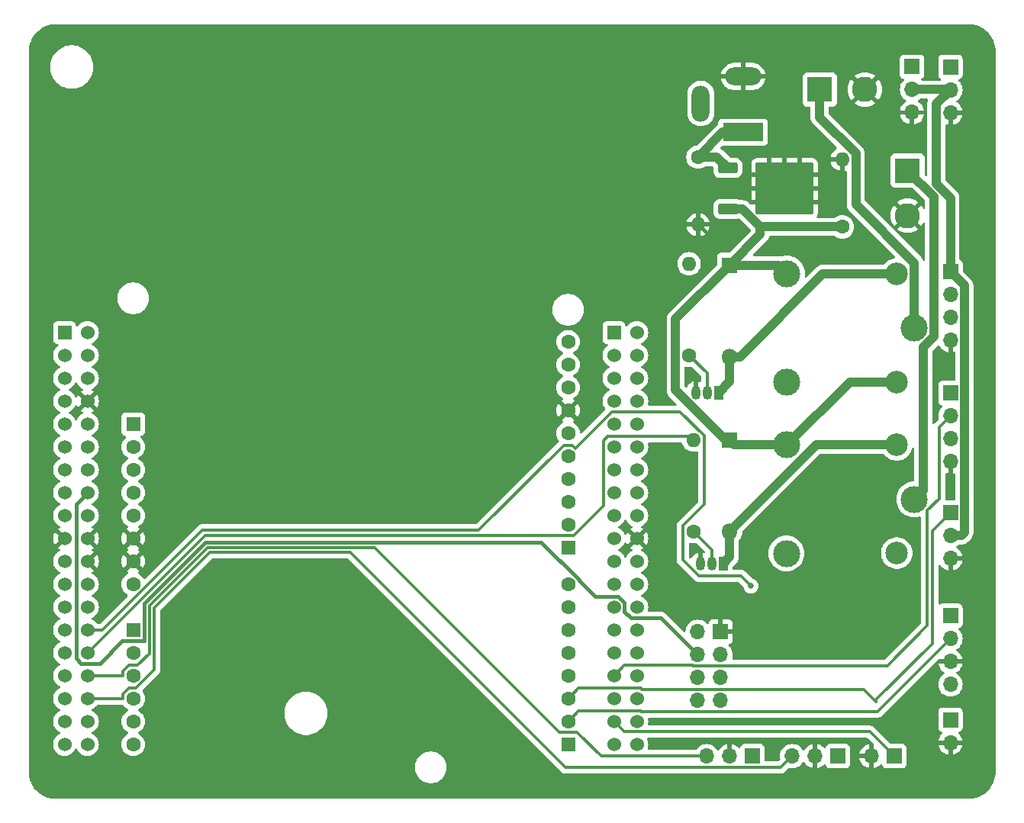
<source format=gtl>
G04 #@! TF.GenerationSoftware,KiCad,Pcbnew,8.0.8-8.0.8-0~ubuntu24.04.1*
G04 #@! TF.CreationDate,2025-02-03T16:40:28+08:00*
G04 #@! TF.ProjectId,Untitled,556e7469-746c-4656-942e-6b696361645f,rev?*
G04 #@! TF.SameCoordinates,Original*
G04 #@! TF.FileFunction,Copper,L1,Top*
G04 #@! TF.FilePolarity,Positive*
%FSLAX46Y46*%
G04 Gerber Fmt 4.6, Leading zero omitted, Abs format (unit mm)*
G04 Created by KiCad (PCBNEW 8.0.8-8.0.8-0~ubuntu24.04.1) date 2025-02-03 16:40:28*
%MOMM*%
%LPD*%
G01*
G04 APERTURE LIST*
G04 Aperture macros list*
%AMRoundRect*
0 Rectangle with rounded corners*
0 $1 Rounding radius*
0 $2 $3 $4 $5 $6 $7 $8 $9 X,Y pos of 4 corners*
0 Add a 4 corners polygon primitive as box body*
4,1,4,$2,$3,$4,$5,$6,$7,$8,$9,$2,$3,0*
0 Add four circle primitives for the rounded corners*
1,1,$1+$1,$2,$3*
1,1,$1+$1,$4,$5*
1,1,$1+$1,$6,$7*
1,1,$1+$1,$8,$9*
0 Add four rect primitives between the rounded corners*
20,1,$1+$1,$2,$3,$4,$5,0*
20,1,$1+$1,$4,$5,$6,$7,0*
20,1,$1+$1,$6,$7,$8,$9,0*
20,1,$1+$1,$8,$9,$2,$3,0*%
G04 Aperture macros list end*
G04 #@! TA.AperFunction,ComponentPad*
%ADD10R,1.800000X1.800000*%
G04 #@! TD*
G04 #@! TA.AperFunction,ComponentPad*
%ADD11O,1.800000X1.800000*%
G04 #@! TD*
G04 #@! TA.AperFunction,ComponentPad*
%ADD12O,1.700000X1.700000*%
G04 #@! TD*
G04 #@! TA.AperFunction,ComponentPad*
%ADD13R,1.700000X1.700000*%
G04 #@! TD*
G04 #@! TA.AperFunction,ComponentPad*
%ADD14R,1.050000X1.500000*%
G04 #@! TD*
G04 #@! TA.AperFunction,ComponentPad*
%ADD15O,1.050000X1.500000*%
G04 #@! TD*
G04 #@! TA.AperFunction,ComponentPad*
%ADD16C,1.600000*%
G04 #@! TD*
G04 #@! TA.AperFunction,ComponentPad*
%ADD17O,1.600000X1.600000*%
G04 #@! TD*
G04 #@! TA.AperFunction,ComponentPad*
%ADD18R,1.605000X1.605000*%
G04 #@! TD*
G04 #@! TA.AperFunction,ComponentPad*
%ADD19C,1.605000*%
G04 #@! TD*
G04 #@! TA.AperFunction,ComponentPad*
%ADD20R,1.530000X1.530000*%
G04 #@! TD*
G04 #@! TA.AperFunction,ComponentPad*
%ADD21C,1.530000*%
G04 #@! TD*
G04 #@! TA.AperFunction,ComponentPad*
%ADD22R,2.800000X2.800000*%
G04 #@! TD*
G04 #@! TA.AperFunction,ComponentPad*
%ADD23C,2.800000*%
G04 #@! TD*
G04 #@! TA.AperFunction,ComponentPad*
%ADD24C,3.000000*%
G04 #@! TD*
G04 #@! TA.AperFunction,ComponentPad*
%ADD25C,2.500000*%
G04 #@! TD*
G04 #@! TA.AperFunction,SMDPad,CuDef*
%ADD26RoundRect,0.250000X-0.850000X-0.350000X0.850000X-0.350000X0.850000X0.350000X-0.850000X0.350000X0*%
G04 #@! TD*
G04 #@! TA.AperFunction,SMDPad,CuDef*
%ADD27RoundRect,0.250000X-1.275000X-1.125000X1.275000X-1.125000X1.275000X1.125000X-1.275000X1.125000X0*%
G04 #@! TD*
G04 #@! TA.AperFunction,SMDPad,CuDef*
%ADD28RoundRect,0.249997X-2.950003X-2.650003X2.950003X-2.650003X2.950003X2.650003X-2.950003X2.650003X0*%
G04 #@! TD*
G04 #@! TA.AperFunction,ComponentPad*
%ADD29R,4.500000X2.000000*%
G04 #@! TD*
G04 #@! TA.AperFunction,ComponentPad*
%ADD30O,4.000000X2.000000*%
G04 #@! TD*
G04 #@! TA.AperFunction,ComponentPad*
%ADD31O,2.000000X4.000000*%
G04 #@! TD*
G04 #@! TA.AperFunction,ViaPad*
%ADD32C,0.660000*%
G04 #@! TD*
G04 #@! TA.AperFunction,Conductor*
%ADD33C,0.350000*%
G04 #@! TD*
G04 #@! TA.AperFunction,Conductor*
%ADD34C,0.400000*%
G04 #@! TD*
G04 #@! TA.AperFunction,Conductor*
%ADD35C,1.000000*%
G04 #@! TD*
G04 APERTURE END LIST*
D10*
X130000000Y-68500000D03*
D11*
X130000000Y-78660000D03*
D10*
X130000000Y-87920000D03*
D11*
X130000000Y-98080000D03*
D12*
X150250000Y-51555000D03*
X150250000Y-49015000D03*
D13*
X150250000Y-46475000D03*
D12*
X154500000Y-51580000D03*
X154500000Y-49040000D03*
D13*
X154500000Y-46500000D03*
X154500000Y-82700000D03*
D12*
X154500000Y-85240000D03*
X154500000Y-87780000D03*
X154500000Y-90320000D03*
D14*
X128770000Y-82640000D03*
D15*
X127500000Y-82640000D03*
X126230000Y-82640000D03*
D13*
X132525000Y-123000000D03*
D12*
X129985000Y-123000000D03*
X127445000Y-123000000D03*
D13*
X154500000Y-107420000D03*
D12*
X154500000Y-109960000D03*
X154500000Y-112500000D03*
X154500000Y-115040000D03*
D16*
X126500000Y-56500000D03*
D17*
X126500000Y-64000000D03*
D16*
X142500000Y-64250000D03*
D17*
X142500000Y-56750000D03*
D14*
X129270000Y-101640000D03*
D15*
X128000000Y-101640000D03*
X126730000Y-101640000D03*
D13*
X154500000Y-95975000D03*
D12*
X154500000Y-98515000D03*
X154500000Y-101055000D03*
D13*
X148275000Y-123000000D03*
D12*
X145735000Y-123000000D03*
D18*
X112080000Y-99860000D03*
D19*
X112080000Y-97320000D03*
X112080000Y-94780000D03*
X112080000Y-92240000D03*
X112080000Y-89700000D03*
X112080000Y-87160000D03*
X112080000Y-84620000D03*
X112080000Y-82080000D03*
X112080000Y-79540000D03*
X112080000Y-77000000D03*
D18*
X63820000Y-86140000D03*
D19*
X63820000Y-88680000D03*
X63820000Y-91220000D03*
X63820000Y-93760000D03*
X63820000Y-96300000D03*
X63820000Y-98840000D03*
X63820000Y-101380000D03*
X63820000Y-103920000D03*
D20*
X56200000Y-75980000D03*
D21*
X58740000Y-75980000D03*
X56200000Y-78520000D03*
X58740000Y-78520000D03*
X56200000Y-81060000D03*
X58740000Y-81060000D03*
X56200000Y-83600000D03*
X58740000Y-83600000D03*
X56200000Y-86140000D03*
X58740000Y-86140000D03*
X56200000Y-88680000D03*
X58740000Y-88680000D03*
X56200000Y-91220000D03*
X58740000Y-91220000D03*
X56200000Y-93760000D03*
X58740000Y-93760000D03*
X56200000Y-96300000D03*
X58740000Y-96300000D03*
X56200000Y-98840000D03*
X58740000Y-98840000D03*
X56200000Y-101380000D03*
X58740000Y-101380000D03*
X56200000Y-103920000D03*
X58740000Y-103920000D03*
X56200000Y-106460000D03*
X58740000Y-106460000D03*
X56200000Y-109000000D03*
X58740000Y-109000000D03*
X56200000Y-111540000D03*
X58740000Y-111540000D03*
X56200000Y-114080000D03*
X58740000Y-114080000D03*
X56200000Y-116620000D03*
X58740000Y-116620000D03*
X56200000Y-119160000D03*
X58740000Y-119160000D03*
X56200000Y-121700000D03*
X58740000Y-121700000D03*
D18*
X63820000Y-109000000D03*
D19*
X63820000Y-111540000D03*
X63820000Y-114080000D03*
X63820000Y-116620000D03*
X63820000Y-119160000D03*
X63820000Y-121700000D03*
D18*
X112080000Y-121700000D03*
D19*
X112080000Y-119160000D03*
X112080000Y-116620000D03*
X112080000Y-114080000D03*
X112080000Y-111540000D03*
X112080000Y-109000000D03*
X112080000Y-106460000D03*
X112080000Y-103920000D03*
D20*
X117160000Y-75980000D03*
D21*
X119700000Y-75980000D03*
X117160000Y-78520000D03*
X119700000Y-78520000D03*
X117160000Y-81060000D03*
X119700000Y-81060000D03*
X117160000Y-83600000D03*
X119700000Y-83600000D03*
X117160000Y-86140000D03*
X119700000Y-86140000D03*
X117160000Y-88680000D03*
X119700000Y-88680000D03*
X117160000Y-91220000D03*
X119700000Y-91220000D03*
X117160000Y-93760000D03*
X119700000Y-93760000D03*
X117160000Y-96300000D03*
X119700000Y-96300000D03*
X117160000Y-98840000D03*
X119700000Y-98840000D03*
X117160000Y-101380000D03*
X119700000Y-101380000D03*
X117160000Y-103920000D03*
X119700000Y-103920000D03*
X117160000Y-106460000D03*
X119700000Y-106460000D03*
X117160000Y-109000000D03*
X119700000Y-109000000D03*
X117160000Y-111540000D03*
X119700000Y-111540000D03*
X117160000Y-114080000D03*
X119700000Y-114080000D03*
X117160000Y-116620000D03*
X119700000Y-116620000D03*
X117160000Y-119160000D03*
X119700000Y-119160000D03*
X117160000Y-121700000D03*
X119700000Y-121700000D03*
D22*
X140000000Y-49000000D03*
D23*
X145000000Y-49000000D03*
D17*
X125500000Y-68340000D03*
D16*
X125500000Y-78500000D03*
D13*
X154500000Y-69200000D03*
D12*
X154500000Y-71740000D03*
X154500000Y-74280000D03*
X154500000Y-76820000D03*
D13*
X154500000Y-118960000D03*
D12*
X154500000Y-121500000D03*
D16*
X126000000Y-98080000D03*
D17*
X126000000Y-87920000D03*
D22*
X149750000Y-58000000D03*
D23*
X149750000Y-63000000D03*
D24*
X150500000Y-94500000D03*
D25*
X148550000Y-88450000D03*
D24*
X136350000Y-88450000D03*
X136300000Y-100500000D03*
D25*
X148550000Y-100450000D03*
X148550000Y-81450000D03*
D24*
X136300000Y-81500000D03*
X136350000Y-69450000D03*
D25*
X148550000Y-69450000D03*
D24*
X150500000Y-75500000D03*
D13*
X142025000Y-123000000D03*
D12*
X139485000Y-123000000D03*
X136945000Y-123000000D03*
D26*
X129800000Y-57722500D03*
D27*
X134425000Y-58477500D03*
X134425000Y-61527500D03*
D28*
X136100000Y-60002500D03*
D27*
X137775000Y-58477500D03*
X137775000Y-61527500D03*
D26*
X129800000Y-62282500D03*
D29*
X131500000Y-53750000D03*
D30*
X131500000Y-47550000D03*
D31*
X126800000Y-50550000D03*
D13*
X129000000Y-109200000D03*
D12*
X126460000Y-109200000D03*
X129000000Y-111740000D03*
X126460000Y-111740000D03*
X129000000Y-114280000D03*
X126460000Y-114280000D03*
X129000000Y-116820000D03*
X126460000Y-116820000D03*
D32*
X148000000Y-110750000D03*
X122500000Y-78250000D03*
X132375000Y-104125000D03*
D33*
X111087500Y-120337500D02*
X113087500Y-120337500D01*
X90575000Y-99825000D02*
X111087500Y-120337500D01*
X113250000Y-120500000D02*
X113250000Y-120515000D01*
X113087500Y-120337500D02*
X113250000Y-120500000D01*
X72081344Y-99825000D02*
X90575000Y-99825000D01*
X65597500Y-106308844D02*
X72081344Y-99825000D01*
X58740000Y-114080000D02*
X62642500Y-114080000D01*
X65597500Y-111612737D02*
X65597500Y-106308844D01*
X64307737Y-112902500D02*
X65597500Y-111612737D01*
X63332263Y-112902500D02*
X64307737Y-112902500D01*
X113250000Y-120515000D02*
X115735000Y-123000000D01*
X62642500Y-113592263D02*
X63332263Y-112902500D01*
X62642500Y-114080000D02*
X62642500Y-113592263D01*
X115735000Y-123000000D02*
X127445000Y-123000000D01*
D34*
X115045000Y-105295000D02*
X117642559Y-105295000D01*
X117642559Y-105295000D02*
X118325000Y-105977441D01*
X118325000Y-106942559D02*
X119044941Y-107662500D01*
X71843172Y-99250000D02*
X109110592Y-99250000D01*
X65022500Y-110202500D02*
X65022500Y-106070672D01*
X113282500Y-103421908D02*
X113282500Y-103532500D01*
X62617500Y-110202500D02*
X65022500Y-110202500D01*
X109110592Y-99250000D02*
X113282500Y-103421908D01*
X65022500Y-106070672D02*
X71843172Y-99250000D01*
X60115000Y-112705000D02*
X62617500Y-110202500D01*
X58740000Y-93760000D02*
X57500000Y-95000000D01*
X58047441Y-112705000D02*
X60115000Y-112705000D01*
X113282500Y-103532500D02*
X115045000Y-105295000D01*
X57500000Y-112157559D02*
X58047441Y-112705000D01*
X57500000Y-95000000D02*
X57500000Y-112157559D01*
X118325000Y-105977441D02*
X118325000Y-106942559D01*
X119044941Y-107662500D02*
X122382500Y-107662500D01*
X122382500Y-107662500D02*
X126460000Y-111740000D01*
D33*
X58740000Y-116620000D02*
X62642500Y-116620000D01*
X63332263Y-115442500D02*
X64122737Y-115442500D01*
X62642500Y-116620000D02*
X62642500Y-116132263D01*
X64122737Y-115442500D02*
X66147500Y-113417737D01*
X62642500Y-116132263D02*
X63332263Y-115442500D01*
X111750000Y-124250000D02*
X135695000Y-124250000D01*
X66147500Y-113417737D02*
X66147500Y-106536662D01*
X66147500Y-106536662D02*
X72309162Y-100375000D01*
X72309162Y-100375000D02*
X87875000Y-100375000D01*
X87875000Y-100375000D02*
X111750000Y-124250000D01*
X135695000Y-124250000D02*
X136945000Y-123000000D01*
X102164763Y-97950000D02*
X71455237Y-97950000D01*
X111592263Y-88522500D02*
X102164763Y-97950000D01*
X112567737Y-88522500D02*
X111592263Y-88522500D01*
X112866516Y-88821280D02*
X112567737Y-88522500D01*
X124491701Y-84750000D02*
X116937796Y-84750000D01*
X127175000Y-95075000D02*
X127175000Y-87433299D01*
X127175000Y-87433299D02*
X124491701Y-84750000D01*
X124825000Y-101232792D02*
X124825000Y-97425000D01*
X124825000Y-97425000D02*
X127175000Y-95075000D01*
X126592208Y-103000000D02*
X124825000Y-101232792D01*
X131250000Y-103000000D02*
X126592208Y-103000000D01*
X116937796Y-84750000D02*
X112866516Y-88821280D01*
X132375000Y-104125000D02*
X131250000Y-103000000D01*
X71455237Y-97950000D02*
X60405237Y-109000000D01*
X60405237Y-109000000D02*
X58740000Y-109000000D01*
D34*
X146450000Y-109200000D02*
X148000000Y-110750000D01*
X129000000Y-109200000D02*
X146450000Y-109200000D01*
X122500000Y-74000000D02*
X127500000Y-69000000D01*
X122500000Y-78250000D02*
X122500000Y-74000000D01*
X127500000Y-69000000D02*
X127500000Y-65000000D01*
X127500000Y-65000000D02*
X126500000Y-64000000D01*
D35*
X130000000Y-87920000D02*
X129552588Y-87920000D01*
X129552588Y-87920000D02*
X124000000Y-82367412D01*
X124000000Y-82367412D02*
X124000000Y-74500000D01*
X124000000Y-74500000D02*
X130000000Y-68500000D01*
X154500000Y-98515000D02*
X155702081Y-98515000D01*
X155702081Y-98515000D02*
X156050000Y-98167081D01*
X156050000Y-98167081D02*
X156050000Y-70750000D01*
X156050000Y-70750000D02*
X154500000Y-69200000D01*
X154500000Y-49040000D02*
X152950000Y-50590000D01*
X152950000Y-50590000D02*
X152950000Y-59502944D01*
X152950000Y-59502944D02*
X154500000Y-61052944D01*
X154500000Y-61052944D02*
X154500000Y-69200000D01*
X150250000Y-49015000D02*
X154475000Y-49015000D01*
X154475000Y-49015000D02*
X154500000Y-49040000D01*
X144000000Y-61750000D02*
X144000000Y-56128679D01*
X144000000Y-56128679D02*
X140000000Y-52128679D01*
X140000000Y-52128679D02*
X140000000Y-49000000D01*
D33*
X117160000Y-114080000D02*
X118300000Y-112940000D01*
X118300000Y-112940000D02*
X125927588Y-112940000D01*
X125927588Y-112940000D02*
X125952588Y-112965000D01*
X125952588Y-112965000D02*
X147485000Y-112965000D01*
X147485000Y-112965000D02*
X151950000Y-108500000D01*
X151950000Y-95701651D02*
X153250000Y-94401651D01*
X151950000Y-108500000D02*
X151950000Y-95701651D01*
X153250000Y-94401651D02*
X153250000Y-86490000D01*
X153250000Y-86490000D02*
X154500000Y-85240000D01*
D35*
X150500000Y-94500000D02*
X151500000Y-93500000D01*
X152700000Y-60950000D02*
X149750000Y-58000000D01*
X151500000Y-93500000D02*
X151500000Y-77611270D01*
X151500000Y-77611270D02*
X152700000Y-76411270D01*
X152700000Y-76411270D02*
X152700000Y-60950000D01*
D33*
X146250000Y-116750000D02*
X146250000Y-117000000D01*
X154500000Y-95975000D02*
X152500000Y-97975000D01*
X152500000Y-110500000D02*
X146250000Y-116750000D01*
X152500000Y-97975000D02*
X152500000Y-110500000D01*
X120172204Y-115480000D02*
X113220000Y-115480000D01*
X146250000Y-117000000D02*
X144845000Y-115595000D01*
X144845000Y-115595000D02*
X120287204Y-115595000D01*
X120287204Y-115595000D02*
X120172204Y-115480000D01*
X113220000Y-115480000D02*
X112080000Y-116620000D01*
X154500000Y-109960000D02*
X146411102Y-118048898D01*
X120134704Y-117982500D02*
X113257500Y-117982500D01*
X146411102Y-118048898D02*
X120201102Y-118048898D01*
X113257500Y-117982500D02*
X112080000Y-119160000D01*
X120201102Y-118048898D02*
X120134704Y-117982500D01*
X148275000Y-123000000D02*
X145575000Y-120300000D01*
X145575000Y-120300000D02*
X118300000Y-120300000D01*
X118300000Y-120300000D02*
X117160000Y-119160000D01*
X58740000Y-111540000D02*
X71780000Y-98500000D01*
X71780000Y-98500000D02*
X112750000Y-98500000D01*
X125620000Y-87540000D02*
X126000000Y-87920000D01*
X112750000Y-98500000D02*
X116020000Y-95230000D01*
X116020000Y-95230000D02*
X116020000Y-87980000D01*
X116020000Y-87980000D02*
X116460000Y-87540000D01*
X116460000Y-87540000D02*
X125620000Y-87540000D01*
D35*
X131500000Y-53750000D02*
X129250000Y-53750000D01*
X129250000Y-53750000D02*
X126500000Y-56500000D01*
D33*
X127500000Y-82640000D02*
X127500000Y-80500000D01*
X127500000Y-80500000D02*
X125500000Y-78500000D01*
X126000000Y-98080000D02*
X128000000Y-100080000D01*
X128000000Y-100080000D02*
X128000000Y-101640000D01*
D35*
X136350000Y-88450000D02*
X130530000Y-88450000D01*
X130530000Y-88450000D02*
X130000000Y-87920000D01*
X148550000Y-81450000D02*
X143350000Y-81450000D01*
X143350000Y-81450000D02*
X136350000Y-88450000D01*
X130000000Y-98080000D02*
X130000000Y-100910000D01*
X130000000Y-100910000D02*
X129270000Y-101640000D01*
X148550000Y-88450000D02*
X139630000Y-88450000D01*
X139630000Y-88450000D02*
X130000000Y-98080000D01*
X126500000Y-56500000D02*
X128577500Y-56500000D01*
X128577500Y-56500000D02*
X129800000Y-57722500D01*
X142500000Y-64250000D02*
X133397070Y-64250000D01*
X133397070Y-64250000D02*
X133397070Y-65102930D01*
X131429570Y-62282500D02*
X129800000Y-62282500D01*
X135400000Y-68500000D02*
X136350000Y-69450000D01*
X133397070Y-65102930D02*
X130000000Y-68500000D01*
X130000000Y-68500000D02*
X135400000Y-68500000D01*
X133397070Y-64250000D02*
X131429570Y-62282500D01*
X140341370Y-69450000D02*
X148550000Y-69450000D01*
X130000000Y-78660000D02*
X131131370Y-78660000D01*
X130000000Y-78660000D02*
X130000000Y-81410000D01*
X131131370Y-78660000D02*
X140341370Y-69450000D01*
X130000000Y-81410000D02*
X128770000Y-82640000D01*
X150500000Y-75500000D02*
X150500000Y-68250000D01*
X150500000Y-68250000D02*
X144000000Y-61750000D01*
G04 #@! TA.AperFunction,Conductor*
G36*
X124704692Y-88235185D02*
G01*
X124750447Y-88287989D01*
X124757428Y-88307407D01*
X124773258Y-88366488D01*
X124773261Y-88366497D01*
X124869431Y-88572732D01*
X124869432Y-88572734D01*
X124999954Y-88759141D01*
X125160858Y-88920045D01*
X125160861Y-88920047D01*
X125347266Y-89050568D01*
X125553504Y-89146739D01*
X125773308Y-89205635D01*
X125935230Y-89219801D01*
X125999998Y-89225468D01*
X126000000Y-89225468D01*
X126000002Y-89225468D01*
X126056673Y-89220509D01*
X126226692Y-89205635D01*
X126343408Y-89174361D01*
X126413256Y-89176024D01*
X126471119Y-89215186D01*
X126498623Y-89279415D01*
X126499500Y-89294136D01*
X126499500Y-94743836D01*
X126479815Y-94810875D01*
X126463181Y-94831517D01*
X124300307Y-96994390D01*
X124300304Y-96994394D01*
X124226383Y-97105024D01*
X124226378Y-97105034D01*
X124175459Y-97227963D01*
X124175459Y-97227964D01*
X124159042Y-97310500D01*
X124159042Y-97310501D01*
X124149500Y-97358467D01*
X124149500Y-101299327D01*
X124175457Y-101429820D01*
X124175459Y-101429828D01*
X124226378Y-101552757D01*
X124226383Y-101552767D01*
X124300304Y-101663397D01*
X124300307Y-101663401D01*
X126067513Y-103430606D01*
X126161602Y-103524695D01*
X126161605Y-103524697D01*
X126161606Y-103524698D01*
X126272232Y-103598616D01*
X126272234Y-103598617D01*
X126272239Y-103598620D01*
X126279172Y-103601491D01*
X126279177Y-103601495D01*
X126279178Y-103601494D01*
X126395172Y-103649541D01*
X126525672Y-103675499D01*
X126525676Y-103675500D01*
X126525677Y-103675500D01*
X130918837Y-103675500D01*
X130985876Y-103695185D01*
X131006518Y-103711819D01*
X131522995Y-104228296D01*
X131556480Y-104289619D01*
X131557167Y-104293887D01*
X131558173Y-104298623D01*
X131612118Y-104464650D01*
X131612121Y-104464656D01*
X131699410Y-104615845D01*
X131816226Y-104745582D01*
X131867908Y-104783131D01*
X131957462Y-104848196D01*
X132116942Y-104919202D01*
X132116945Y-104919202D01*
X132116948Y-104919204D01*
X132287711Y-104955500D01*
X132462289Y-104955500D01*
X132633052Y-104919204D01*
X132633055Y-104919202D01*
X132633057Y-104919202D01*
X132691613Y-104893131D01*
X132792538Y-104848196D01*
X132933774Y-104745582D01*
X133050590Y-104615845D01*
X133137879Y-104464656D01*
X133191827Y-104298622D01*
X133210075Y-104125000D01*
X133191827Y-103951378D01*
X133137879Y-103785344D01*
X133050590Y-103634155D01*
X132933774Y-103504418D01*
X132822641Y-103423675D01*
X132792537Y-103401803D01*
X132633057Y-103330797D01*
X132633051Y-103330795D01*
X132545853Y-103312261D01*
X132484371Y-103279068D01*
X132483953Y-103278652D01*
X131680609Y-102475307D01*
X131680605Y-102475304D01*
X131569975Y-102401383D01*
X131569965Y-102401378D01*
X131447036Y-102350459D01*
X131447028Y-102350457D01*
X131316535Y-102324500D01*
X131316531Y-102324500D01*
X130419500Y-102324500D01*
X130352461Y-102304815D01*
X130306706Y-102252011D01*
X130295500Y-102200501D01*
X130295499Y-102080782D01*
X130315183Y-102013742D01*
X130331813Y-101993105D01*
X130637778Y-101687141D01*
X130637782Y-101687139D01*
X130777139Y-101547782D01*
X130886632Y-101383914D01*
X130952334Y-101225295D01*
X130962051Y-101201836D01*
X130992154Y-101050500D01*
X131000500Y-101008541D01*
X131000500Y-100499998D01*
X134294390Y-100499998D01*
X134294390Y-100500001D01*
X134314804Y-100785433D01*
X134375628Y-101065037D01*
X134375630Y-101065043D01*
X134375631Y-101065046D01*
X134468485Y-101313997D01*
X134475635Y-101333166D01*
X134612770Y-101584309D01*
X134612775Y-101584317D01*
X134784254Y-101813387D01*
X134784270Y-101813405D01*
X134986594Y-102015729D01*
X134986612Y-102015745D01*
X135215682Y-102187224D01*
X135215690Y-102187229D01*
X135466833Y-102324364D01*
X135466832Y-102324364D01*
X135466836Y-102324365D01*
X135466839Y-102324367D01*
X135734954Y-102424369D01*
X135734960Y-102424370D01*
X135734962Y-102424371D01*
X136014566Y-102485195D01*
X136014568Y-102485195D01*
X136014572Y-102485196D01*
X136268220Y-102503337D01*
X136299999Y-102505610D01*
X136300000Y-102505610D01*
X136300001Y-102505610D01*
X136328595Y-102503564D01*
X136585428Y-102485196D01*
X136608657Y-102480143D01*
X136865037Y-102424371D01*
X136865037Y-102424370D01*
X136865046Y-102424369D01*
X137133161Y-102324367D01*
X137384315Y-102187226D01*
X137613395Y-102015739D01*
X137815739Y-101813395D01*
X137987226Y-101584315D01*
X138124367Y-101333161D01*
X138224369Y-101065046D01*
X138227533Y-101050500D01*
X138285195Y-100785433D01*
X138285195Y-100785432D01*
X138285196Y-100785428D01*
X138305610Y-100500000D01*
X138302034Y-100449995D01*
X146794592Y-100449995D01*
X146794592Y-100450004D01*
X146814196Y-100711620D01*
X146814197Y-100711625D01*
X146872576Y-100967402D01*
X146872578Y-100967411D01*
X146872580Y-100967416D01*
X146968432Y-101211643D01*
X147099614Y-101438857D01*
X147190454Y-101552767D01*
X147263198Y-101643985D01*
X147418521Y-101788102D01*
X147455521Y-101822433D01*
X147672296Y-101970228D01*
X147672301Y-101970230D01*
X147672302Y-101970231D01*
X147672303Y-101970232D01*
X147766813Y-102015745D01*
X147908673Y-102084061D01*
X147908674Y-102084061D01*
X147908677Y-102084063D01*
X148159385Y-102161396D01*
X148418818Y-102200500D01*
X148681182Y-102200500D01*
X148940615Y-102161396D01*
X149191323Y-102084063D01*
X149427704Y-101970228D01*
X149644479Y-101822433D01*
X149815875Y-101663401D01*
X149836801Y-101643985D01*
X149836801Y-101643983D01*
X149836805Y-101643981D01*
X150000386Y-101438857D01*
X150131568Y-101211643D01*
X150227420Y-100967416D01*
X150285802Y-100711630D01*
X150285803Y-100711620D01*
X150305408Y-100450004D01*
X150305408Y-100449995D01*
X150285803Y-100188379D01*
X150285802Y-100188374D01*
X150285802Y-100188370D01*
X150227420Y-99932584D01*
X150131568Y-99688357D01*
X150000386Y-99461143D01*
X149836805Y-99256019D01*
X149836804Y-99256018D01*
X149836801Y-99256014D01*
X149644479Y-99077567D01*
X149619571Y-99060585D01*
X149427704Y-98929772D01*
X149427700Y-98929770D01*
X149427697Y-98929768D01*
X149427696Y-98929767D01*
X149191325Y-98815938D01*
X149191327Y-98815938D01*
X148940623Y-98738606D01*
X148940619Y-98738605D01*
X148940615Y-98738604D01*
X148815823Y-98719794D01*
X148681187Y-98699500D01*
X148681182Y-98699500D01*
X148418818Y-98699500D01*
X148418812Y-98699500D01*
X148257247Y-98723853D01*
X148159385Y-98738604D01*
X148159382Y-98738605D01*
X148159376Y-98738606D01*
X147908673Y-98815938D01*
X147672303Y-98929767D01*
X147672302Y-98929768D01*
X147455520Y-99077567D01*
X147263198Y-99256014D01*
X147099614Y-99461143D01*
X146968432Y-99688356D01*
X146872582Y-99932578D01*
X146872576Y-99932597D01*
X146814197Y-100188374D01*
X146814196Y-100188379D01*
X146794592Y-100449995D01*
X138302034Y-100449995D01*
X138285196Y-100214572D01*
X138278529Y-100183926D01*
X138224371Y-99934962D01*
X138224370Y-99934960D01*
X138224369Y-99934954D01*
X138124367Y-99666839D01*
X138118751Y-99656555D01*
X137987229Y-99415690D01*
X137987224Y-99415682D01*
X137815745Y-99186612D01*
X137815729Y-99186594D01*
X137613405Y-98984270D01*
X137613387Y-98984254D01*
X137384317Y-98812775D01*
X137384309Y-98812770D01*
X137133166Y-98675635D01*
X137133167Y-98675635D01*
X136982419Y-98619409D01*
X136865046Y-98575631D01*
X136865043Y-98575630D01*
X136865037Y-98575628D01*
X136585433Y-98514804D01*
X136300001Y-98494390D01*
X136299999Y-98494390D01*
X136014566Y-98514804D01*
X135734962Y-98575628D01*
X135466833Y-98675635D01*
X135215690Y-98812770D01*
X135215682Y-98812775D01*
X134986612Y-98984254D01*
X134986594Y-98984270D01*
X134784270Y-99186594D01*
X134784254Y-99186612D01*
X134612775Y-99415682D01*
X134612770Y-99415690D01*
X134475635Y-99666833D01*
X134375628Y-99934962D01*
X134314804Y-100214566D01*
X134294390Y-100499998D01*
X131000500Y-100499998D01*
X131000500Y-99109377D01*
X131020185Y-99042338D01*
X131033264Y-99025401D01*
X131108979Y-98943153D01*
X131235924Y-98748849D01*
X131329157Y-98536300D01*
X131386134Y-98311305D01*
X131400676Y-98135785D01*
X131425829Y-98070603D01*
X131436564Y-98058354D01*
X140008102Y-89486819D01*
X140069425Y-89453334D01*
X140095783Y-89450500D01*
X147049184Y-89450500D01*
X147116223Y-89470185D01*
X147146129Y-89497185D01*
X147175739Y-89534315D01*
X147263198Y-89643985D01*
X147409942Y-89780142D01*
X147455521Y-89822433D01*
X147672296Y-89970228D01*
X147672301Y-89970230D01*
X147672302Y-89970231D01*
X147672303Y-89970232D01*
X147771215Y-90017865D01*
X147908673Y-90084061D01*
X147908674Y-90084061D01*
X147908677Y-90084063D01*
X148159385Y-90161396D01*
X148418818Y-90200500D01*
X148681182Y-90200500D01*
X148940615Y-90161396D01*
X149191323Y-90084063D01*
X149427704Y-89970228D01*
X149644479Y-89822433D01*
X149836805Y-89643981D01*
X150000386Y-89438857D01*
X150131568Y-89211643D01*
X150227420Y-88967416D01*
X150254609Y-88848293D01*
X150288717Y-88787315D01*
X150350379Y-88754457D01*
X150420016Y-88760152D01*
X150475520Y-88802592D01*
X150499268Y-88868302D01*
X150499500Y-88875886D01*
X150499500Y-92378977D01*
X150479815Y-92446016D01*
X150427011Y-92491771D01*
X150384346Y-92502661D01*
X150214570Y-92514804D01*
X150214563Y-92514805D01*
X149934962Y-92575628D01*
X149666833Y-92675635D01*
X149415690Y-92812770D01*
X149415682Y-92812775D01*
X149186612Y-92984254D01*
X149186594Y-92984270D01*
X148984270Y-93186594D01*
X148984254Y-93186612D01*
X148812775Y-93415682D01*
X148812770Y-93415690D01*
X148675635Y-93666833D01*
X148575628Y-93934962D01*
X148514804Y-94214566D01*
X148494390Y-94499998D01*
X148494390Y-94500001D01*
X148514804Y-94785433D01*
X148575628Y-95065037D01*
X148575630Y-95065043D01*
X148575631Y-95065046D01*
X148662529Y-95298027D01*
X148675635Y-95333166D01*
X148812770Y-95584309D01*
X148812775Y-95584317D01*
X148984254Y-95813387D01*
X148984270Y-95813405D01*
X149186594Y-96015729D01*
X149186612Y-96015745D01*
X149415682Y-96187224D01*
X149415690Y-96187229D01*
X149666833Y-96324364D01*
X149666832Y-96324364D01*
X149666836Y-96324365D01*
X149666839Y-96324367D01*
X149934954Y-96424369D01*
X149934960Y-96424370D01*
X149934962Y-96424371D01*
X150214566Y-96485195D01*
X150214568Y-96485195D01*
X150214572Y-96485196D01*
X150468220Y-96503337D01*
X150499999Y-96505610D01*
X150500000Y-96505610D01*
X150500001Y-96505610D01*
X150528595Y-96503564D01*
X150785428Y-96485196D01*
X150812762Y-96479250D01*
X151065037Y-96424371D01*
X151065037Y-96424370D01*
X151065046Y-96424369D01*
X151107169Y-96408657D01*
X151176858Y-96403674D01*
X151238181Y-96437158D01*
X151271666Y-96498481D01*
X151274500Y-96524840D01*
X151274500Y-108168837D01*
X151254815Y-108235876D01*
X151238181Y-108256518D01*
X147241518Y-112253181D01*
X147180195Y-112286666D01*
X147153837Y-112289500D01*
X130412503Y-112289500D01*
X130345464Y-112269815D01*
X130299709Y-112217011D01*
X130289765Y-112147853D01*
X130292728Y-112133407D01*
X130318690Y-112036513D01*
X130335063Y-111975408D01*
X130355659Y-111740000D01*
X130335063Y-111504592D01*
X130273903Y-111276337D01*
X130174035Y-111062171D01*
X130168424Y-111054158D01*
X130038496Y-110868600D01*
X130001291Y-110831395D01*
X129916179Y-110746283D01*
X129882696Y-110684963D01*
X129887680Y-110615271D01*
X129929551Y-110559337D01*
X129960529Y-110542422D01*
X130092086Y-110493354D01*
X130092093Y-110493350D01*
X130207187Y-110407190D01*
X130207190Y-110407187D01*
X130293350Y-110292093D01*
X130293354Y-110292086D01*
X130343596Y-110157379D01*
X130343598Y-110157372D01*
X130349999Y-110097844D01*
X130350000Y-110097827D01*
X130350000Y-109450000D01*
X129433012Y-109450000D01*
X129465925Y-109392993D01*
X129500000Y-109265826D01*
X129500000Y-109134174D01*
X129465925Y-109007007D01*
X129433012Y-108950000D01*
X130350000Y-108950000D01*
X130350000Y-108302172D01*
X130349999Y-108302155D01*
X130343598Y-108242627D01*
X130343596Y-108242620D01*
X130293354Y-108107913D01*
X130293350Y-108107906D01*
X130207190Y-107992812D01*
X130207187Y-107992809D01*
X130092093Y-107906649D01*
X130092086Y-107906645D01*
X129957379Y-107856403D01*
X129957372Y-107856401D01*
X129897844Y-107850000D01*
X129250000Y-107850000D01*
X129250000Y-108766988D01*
X129192993Y-108734075D01*
X129065826Y-108700000D01*
X128934174Y-108700000D01*
X128807007Y-108734075D01*
X128750000Y-108766988D01*
X128750000Y-107850000D01*
X128102155Y-107850000D01*
X128042627Y-107856401D01*
X128042620Y-107856403D01*
X127907913Y-107906645D01*
X127907906Y-107906649D01*
X127792812Y-107992809D01*
X127792809Y-107992812D01*
X127706649Y-108107906D01*
X127706645Y-108107913D01*
X127657578Y-108239470D01*
X127615707Y-108295404D01*
X127550242Y-108319821D01*
X127481969Y-108304969D01*
X127453715Y-108283819D01*
X127405772Y-108235876D01*
X127331401Y-108161505D01*
X127331397Y-108161502D01*
X127331396Y-108161501D01*
X127137834Y-108025967D01*
X127137830Y-108025965D01*
X127137828Y-108025964D01*
X126923663Y-107926097D01*
X126923659Y-107926096D01*
X126923655Y-107926094D01*
X126695413Y-107864938D01*
X126695403Y-107864936D01*
X126460001Y-107844341D01*
X126459999Y-107844341D01*
X126224596Y-107864936D01*
X126224586Y-107864938D01*
X125996344Y-107926094D01*
X125996335Y-107926098D01*
X125782171Y-108025964D01*
X125782169Y-108025965D01*
X125588597Y-108161505D01*
X125421505Y-108328597D01*
X125285965Y-108522169D01*
X125285964Y-108522171D01*
X125186098Y-108736335D01*
X125186094Y-108736344D01*
X125124938Y-108964586D01*
X125124936Y-108964596D01*
X125111935Y-109113196D01*
X125086482Y-109178265D01*
X125029891Y-109219243D01*
X124960129Y-109223121D01*
X124900726Y-109190069D01*
X122829046Y-107118388D01*
X122829045Y-107118387D01*
X122714307Y-107041722D01*
X122586832Y-106988921D01*
X122586822Y-106988918D01*
X122451496Y-106962000D01*
X122451494Y-106962000D01*
X122451493Y-106962000D01*
X121037231Y-106962000D01*
X120970192Y-106942315D01*
X120924437Y-106889511D01*
X120914493Y-106820353D01*
X120917454Y-106805915D01*
X120951035Y-106680591D01*
X120970334Y-106460000D01*
X120951035Y-106239409D01*
X120893723Y-106025520D01*
X120800142Y-105824833D01*
X120673132Y-105643445D01*
X120516555Y-105486868D01*
X120335167Y-105359858D01*
X120211907Y-105302381D01*
X120159468Y-105256210D01*
X120140316Y-105189017D01*
X120160531Y-105122136D01*
X120211908Y-105077618D01*
X120335167Y-105020142D01*
X120516555Y-104893132D01*
X120673132Y-104736555D01*
X120800142Y-104555167D01*
X120893723Y-104354480D01*
X120951035Y-104140591D01*
X120970334Y-103920000D01*
X120951035Y-103699409D01*
X120893723Y-103485520D01*
X120881574Y-103459467D01*
X120821575Y-103330797D01*
X120800142Y-103284833D01*
X120673132Y-103103445D01*
X120516555Y-102946868D01*
X120335167Y-102819858D01*
X120211907Y-102762381D01*
X120159468Y-102716210D01*
X120140316Y-102649017D01*
X120160531Y-102582136D01*
X120211908Y-102537618D01*
X120266190Y-102512306D01*
X120335167Y-102480142D01*
X120516555Y-102353132D01*
X120673132Y-102196555D01*
X120800142Y-102015167D01*
X120893723Y-101814480D01*
X120951035Y-101600591D01*
X120970334Y-101380000D01*
X120951035Y-101159409D01*
X120893723Y-100945520D01*
X120886133Y-100929244D01*
X120828198Y-100805000D01*
X120800142Y-100744833D01*
X120673132Y-100563445D01*
X120516555Y-100406868D01*
X120335167Y-100279858D01*
X120335163Y-100279856D01*
X120211317Y-100222106D01*
X120158877Y-100175934D01*
X120139725Y-100108741D01*
X120159941Y-100041859D01*
X120211317Y-99997342D01*
X120334911Y-99939709D01*
X120334919Y-99939705D01*
X120400341Y-99893895D01*
X119837574Y-99331128D01*
X119896853Y-99315245D01*
X120013147Y-99248102D01*
X120108102Y-99153147D01*
X120175245Y-99036853D01*
X120191128Y-98977574D01*
X120753895Y-99540341D01*
X120799705Y-99474919D01*
X120799709Y-99474911D01*
X120893249Y-99274314D01*
X120893254Y-99274300D01*
X120950538Y-99060509D01*
X120950540Y-99060499D01*
X120969832Y-98840000D01*
X120969832Y-98839999D01*
X120950540Y-98619500D01*
X120950538Y-98619490D01*
X120893254Y-98405699D01*
X120893250Y-98405690D01*
X120799706Y-98205084D01*
X120753894Y-98139657D01*
X120191128Y-98702424D01*
X120175245Y-98643147D01*
X120108102Y-98526853D01*
X120013147Y-98431898D01*
X119896853Y-98364755D01*
X119837574Y-98348871D01*
X120400341Y-97786104D01*
X120400341Y-97786103D01*
X120334920Y-97740295D01*
X120334916Y-97740293D01*
X120211316Y-97682657D01*
X120158877Y-97636484D01*
X120139725Y-97569291D01*
X120159941Y-97502410D01*
X120211312Y-97457895D01*
X120335167Y-97400142D01*
X120516555Y-97273132D01*
X120673132Y-97116555D01*
X120800142Y-96935167D01*
X120893723Y-96734480D01*
X120951035Y-96520591D01*
X120970334Y-96300000D01*
X120951035Y-96079409D01*
X120893723Y-95865520D01*
X120881574Y-95839467D01*
X120854762Y-95781967D01*
X120800142Y-95664833D01*
X120673132Y-95483445D01*
X120516555Y-95326868D01*
X120335167Y-95199858D01*
X120211907Y-95142381D01*
X120159468Y-95096210D01*
X120140316Y-95029017D01*
X120160531Y-94962136D01*
X120211908Y-94917618D01*
X120335167Y-94860142D01*
X120516555Y-94733132D01*
X120673132Y-94576555D01*
X120800142Y-94395167D01*
X120893723Y-94194480D01*
X120951035Y-93980591D01*
X120970334Y-93760000D01*
X120951035Y-93539409D01*
X120893723Y-93325520D01*
X120881574Y-93299467D01*
X120800143Y-93124836D01*
X120800142Y-93124834D01*
X120800142Y-93124833D01*
X120673132Y-92943445D01*
X120516555Y-92786868D01*
X120335167Y-92659858D01*
X120211907Y-92602381D01*
X120159468Y-92556210D01*
X120140316Y-92489017D01*
X120160531Y-92422136D01*
X120211908Y-92377618D01*
X120265255Y-92352742D01*
X120335167Y-92320142D01*
X120516555Y-92193132D01*
X120673132Y-92036555D01*
X120800142Y-91855167D01*
X120893723Y-91654480D01*
X120951035Y-91440591D01*
X120970334Y-91220000D01*
X120951035Y-90999409D01*
X120893723Y-90785520D01*
X120881574Y-90759467D01*
X120819808Y-90627007D01*
X120800142Y-90584833D01*
X120673132Y-90403445D01*
X120516555Y-90246868D01*
X120335167Y-90119858D01*
X120211907Y-90062381D01*
X120159468Y-90016210D01*
X120140316Y-89949017D01*
X120160531Y-89882136D01*
X120211908Y-89837618D01*
X120335167Y-89780142D01*
X120516555Y-89653132D01*
X120673132Y-89496555D01*
X120800142Y-89315167D01*
X120893723Y-89114480D01*
X120951035Y-88900591D01*
X120970334Y-88680000D01*
X120951035Y-88459409D01*
X120936948Y-88406837D01*
X120927505Y-88371593D01*
X120929168Y-88301743D01*
X120968331Y-88243881D01*
X121032559Y-88216377D01*
X121047280Y-88215500D01*
X124637653Y-88215500D01*
X124704692Y-88235185D01*
G37*
G04 #@! TD.AperFunction*
G04 #@! TA.AperFunction,Conductor*
G36*
X125656582Y-99334358D02*
G01*
X125773308Y-99365635D01*
X125935230Y-99379801D01*
X125999998Y-99385468D01*
X126000000Y-99385468D01*
X126000002Y-99385468D01*
X126119650Y-99375000D01*
X126226692Y-99365635D01*
X126239275Y-99362263D01*
X126309122Y-99363922D01*
X126359054Y-99394355D01*
X127211455Y-100246756D01*
X127244940Y-100308079D01*
X127239956Y-100377771D01*
X127198084Y-100433704D01*
X127132620Y-100458121D01*
X127076322Y-100448999D01*
X127028975Y-100429388D01*
X127028977Y-100429388D01*
X126980000Y-100419645D01*
X126980000Y-101274134D01*
X126977617Y-101298326D01*
X126974500Y-101313995D01*
X126974500Y-101354170D01*
X126960255Y-101339925D01*
X126874745Y-101290556D01*
X126779370Y-101265000D01*
X126680630Y-101265000D01*
X126585255Y-101290556D01*
X126499745Y-101339925D01*
X126480000Y-101359670D01*
X126480000Y-100419646D01*
X126479999Y-100419645D01*
X126431022Y-100429388D01*
X126431015Y-100429390D01*
X126244486Y-100506652D01*
X126244473Y-100506659D01*
X126076600Y-100618829D01*
X126076596Y-100618832D01*
X125933832Y-100761596D01*
X125933829Y-100761600D01*
X125821659Y-100929473D01*
X125821654Y-100929483D01*
X125791723Y-101001744D01*
X125747882Y-101056147D01*
X125681588Y-101078212D01*
X125613888Y-101060933D01*
X125589481Y-101041972D01*
X125536819Y-100989310D01*
X125503334Y-100927987D01*
X125500500Y-100901629D01*
X125500500Y-99454136D01*
X125520185Y-99387097D01*
X125572989Y-99341342D01*
X125642147Y-99331398D01*
X125656582Y-99334358D01*
G37*
G04 #@! TD.AperFunction*
G04 #@! TA.AperFunction,Conductor*
G36*
X119224755Y-99036853D02*
G01*
X119291898Y-99153147D01*
X119386853Y-99248102D01*
X119503147Y-99315245D01*
X119562425Y-99331128D01*
X118999657Y-99893894D01*
X119065084Y-99939707D01*
X119188683Y-99997342D01*
X119241122Y-100043514D01*
X119260274Y-100110708D01*
X119240058Y-100177589D01*
X119188683Y-100222106D01*
X119064833Y-100279857D01*
X118883444Y-100406868D01*
X118726868Y-100563444D01*
X118599857Y-100744834D01*
X118599856Y-100744836D01*
X118542382Y-100868091D01*
X118496210Y-100920531D01*
X118429017Y-100939683D01*
X118362135Y-100919467D01*
X118317618Y-100868091D01*
X118279074Y-100785433D01*
X118260142Y-100744833D01*
X118133132Y-100563445D01*
X117976555Y-100406868D01*
X117795167Y-100279858D01*
X117671907Y-100222381D01*
X117619468Y-100176210D01*
X117600316Y-100109017D01*
X117620531Y-100042136D01*
X117671908Y-99997618D01*
X117672500Y-99997342D01*
X117795167Y-99940142D01*
X117976555Y-99813132D01*
X118133132Y-99656555D01*
X118260142Y-99475167D01*
X118317895Y-99351312D01*
X118364064Y-99298878D01*
X118431258Y-99279725D01*
X118498139Y-99299940D01*
X118542657Y-99351316D01*
X118600293Y-99474916D01*
X118600295Y-99474920D01*
X118646103Y-99540341D01*
X118646104Y-99540341D01*
X119208871Y-98977574D01*
X119224755Y-99036853D01*
G37*
G04 #@! TD.AperFunction*
G04 #@! TA.AperFunction,Conductor*
G36*
X118497864Y-96760531D02*
G01*
X118542382Y-96811908D01*
X118585105Y-96903530D01*
X118599858Y-96935167D01*
X118726868Y-97116555D01*
X118883445Y-97273132D01*
X119064833Y-97400142D01*
X119188682Y-97457893D01*
X119241122Y-97504065D01*
X119260274Y-97571258D01*
X119240059Y-97638139D01*
X119188683Y-97682657D01*
X119065080Y-97740294D01*
X118999658Y-97786103D01*
X118999657Y-97786104D01*
X119562425Y-98348871D01*
X119503147Y-98364755D01*
X119386853Y-98431898D01*
X119291898Y-98526853D01*
X119224755Y-98643147D01*
X119208871Y-98702424D01*
X118646104Y-98139657D01*
X118646103Y-98139658D01*
X118600294Y-98205080D01*
X118542657Y-98328683D01*
X118496484Y-98381122D01*
X118429290Y-98400274D01*
X118362409Y-98380058D01*
X118317893Y-98328682D01*
X118313505Y-98319272D01*
X118260142Y-98204833D01*
X118133132Y-98023445D01*
X117976555Y-97866868D01*
X117795167Y-97739858D01*
X117791731Y-97738256D01*
X117671908Y-97682382D01*
X117619468Y-97636210D01*
X117600316Y-97569017D01*
X117620531Y-97502136D01*
X117671908Y-97457618D01*
X117795167Y-97400142D01*
X117976555Y-97273132D01*
X118133132Y-97116555D01*
X118260142Y-96935167D01*
X118317618Y-96811907D01*
X118363790Y-96759468D01*
X118430983Y-96740316D01*
X118497864Y-96760531D01*
G37*
G04 #@! TD.AperFunction*
G04 #@! TA.AperFunction,Conductor*
G36*
X154750000Y-91650633D02*
G01*
X154893407Y-91612209D01*
X154963257Y-91613872D01*
X155021119Y-91653035D01*
X155048623Y-91717263D01*
X155049500Y-91731984D01*
X155049500Y-94500500D01*
X155029815Y-94567539D01*
X154977011Y-94613294D01*
X154925500Y-94624500D01*
X154045501Y-94624500D01*
X153978462Y-94604815D01*
X153932707Y-94552011D01*
X153922763Y-94482853D01*
X153923884Y-94476309D01*
X153925499Y-94468186D01*
X153925500Y-94468183D01*
X153925500Y-91725286D01*
X153945185Y-91658247D01*
X153997989Y-91612492D01*
X154067147Y-91602548D01*
X154081593Y-91605511D01*
X154250000Y-91650634D01*
X154250000Y-90753012D01*
X154307007Y-90785925D01*
X154434174Y-90820000D01*
X154565826Y-90820000D01*
X154692993Y-90785925D01*
X154750000Y-90753012D01*
X154750000Y-91650633D01*
G37*
G04 #@! TD.AperFunction*
G04 #@! TA.AperFunction,Conductor*
G36*
X154750000Y-78150633D02*
G01*
X154893407Y-78112209D01*
X154963257Y-78113872D01*
X155021119Y-78153035D01*
X155048623Y-78217263D01*
X155049500Y-78231984D01*
X155049500Y-81225500D01*
X155029815Y-81292539D01*
X154977011Y-81338294D01*
X154925500Y-81349500D01*
X153602129Y-81349500D01*
X153602123Y-81349501D01*
X153542516Y-81355908D01*
X153407671Y-81406202D01*
X153407664Y-81406206D01*
X153292455Y-81492452D01*
X153292452Y-81492455D01*
X153206206Y-81607664D01*
X153206202Y-81607671D01*
X153155908Y-81742517D01*
X153149501Y-81802116D01*
X153149500Y-81802135D01*
X153149500Y-83597870D01*
X153149501Y-83597876D01*
X153155908Y-83657483D01*
X153206202Y-83792328D01*
X153206206Y-83792335D01*
X153292452Y-83907544D01*
X153292455Y-83907547D01*
X153407664Y-83993793D01*
X153407671Y-83993797D01*
X153539081Y-84042810D01*
X153595015Y-84084681D01*
X153619432Y-84150145D01*
X153604580Y-84218418D01*
X153583430Y-84246673D01*
X153461503Y-84368600D01*
X153325965Y-84562169D01*
X153325964Y-84562171D01*
X153226098Y-84776335D01*
X153226094Y-84776344D01*
X153164938Y-85004586D01*
X153164936Y-85004596D01*
X153144341Y-85239999D01*
X153144341Y-85240000D01*
X153164936Y-85475403D01*
X153164938Y-85475413D01*
X153176913Y-85520104D01*
X153175250Y-85589954D01*
X153144819Y-85639878D01*
X152725307Y-86059390D01*
X152721441Y-86064102D01*
X152719634Y-86062619D01*
X152673964Y-86100771D01*
X152604637Y-86109463D01*
X152541616Y-86079294D01*
X152504911Y-86019842D01*
X152500500Y-85987064D01*
X152500500Y-78077051D01*
X152520185Y-78010012D01*
X152536814Y-77989375D01*
X153106481Y-77419708D01*
X153167799Y-77386227D01*
X153237490Y-77391211D01*
X153293424Y-77433082D01*
X153306539Y-77454988D01*
X153326398Y-77497576D01*
X153461894Y-77691082D01*
X153628917Y-77858105D01*
X153822421Y-77993600D01*
X154036507Y-78093429D01*
X154036516Y-78093433D01*
X154250000Y-78150634D01*
X154250000Y-77253012D01*
X154307007Y-77285925D01*
X154434174Y-77320000D01*
X154565826Y-77320000D01*
X154692993Y-77285925D01*
X154750000Y-77253012D01*
X154750000Y-78150633D01*
G37*
G04 #@! TD.AperFunction*
G04 #@! TA.AperFunction,Conductor*
G36*
X58264755Y-83796853D02*
G01*
X58331898Y-83913147D01*
X58426853Y-84008102D01*
X58543147Y-84075245D01*
X58602425Y-84091128D01*
X58039657Y-84653894D01*
X58105084Y-84699707D01*
X58228683Y-84757342D01*
X58281122Y-84803514D01*
X58300274Y-84870708D01*
X58280058Y-84937589D01*
X58228683Y-84982106D01*
X58104833Y-85039857D01*
X57923444Y-85166868D01*
X57766868Y-85323444D01*
X57639857Y-85504834D01*
X57639856Y-85504836D01*
X57582382Y-85628091D01*
X57536210Y-85680531D01*
X57469017Y-85699683D01*
X57402135Y-85679467D01*
X57357618Y-85628091D01*
X57329050Y-85566828D01*
X57300142Y-85504833D01*
X57173132Y-85323445D01*
X57016555Y-85166868D01*
X56835167Y-85039858D01*
X56711907Y-84982381D01*
X56659468Y-84936210D01*
X56640316Y-84869017D01*
X56660531Y-84802136D01*
X56711908Y-84757618D01*
X56712500Y-84757342D01*
X56835167Y-84700142D01*
X57016555Y-84573132D01*
X57173132Y-84416555D01*
X57300142Y-84235167D01*
X57357895Y-84111312D01*
X57404064Y-84058878D01*
X57471258Y-84039725D01*
X57538139Y-84059940D01*
X57582657Y-84111316D01*
X57640293Y-84234916D01*
X57640295Y-84234920D01*
X57686103Y-84300341D01*
X57686104Y-84300341D01*
X58248871Y-83737574D01*
X58264755Y-83796853D01*
G37*
G04 #@! TD.AperFunction*
G04 #@! TA.AperFunction,Conductor*
G36*
X57537864Y-81520531D02*
G01*
X57582381Y-81571907D01*
X57639858Y-81695167D01*
X57766868Y-81876555D01*
X57923445Y-82033132D01*
X58104833Y-82160142D01*
X58228682Y-82217893D01*
X58281122Y-82264065D01*
X58300274Y-82331258D01*
X58280059Y-82398139D01*
X58228683Y-82442657D01*
X58105080Y-82500294D01*
X58039658Y-82546103D01*
X58039657Y-82546104D01*
X58602425Y-83108871D01*
X58543147Y-83124755D01*
X58426853Y-83191898D01*
X58331898Y-83286853D01*
X58264755Y-83403147D01*
X58248871Y-83462424D01*
X57686104Y-82899657D01*
X57686103Y-82899658D01*
X57640294Y-82965080D01*
X57582657Y-83088683D01*
X57536484Y-83141122D01*
X57469290Y-83160274D01*
X57402409Y-83140058D01*
X57357893Y-83088682D01*
X57300142Y-82964833D01*
X57173132Y-82783445D01*
X57016555Y-82626868D01*
X56835167Y-82499858D01*
X56771532Y-82470185D01*
X56711908Y-82442382D01*
X56659468Y-82396210D01*
X56640316Y-82329017D01*
X56660531Y-82262136D01*
X56711908Y-82217618D01*
X56835167Y-82160142D01*
X57016555Y-82033132D01*
X57173132Y-81876555D01*
X57300142Y-81695167D01*
X57357618Y-81571907D01*
X57403790Y-81519468D01*
X57470983Y-81500316D01*
X57537864Y-81520531D01*
G37*
G04 #@! TD.AperFunction*
G04 #@! TA.AperFunction,Conductor*
G36*
X125156582Y-79754358D02*
G01*
X125273308Y-79785635D01*
X125435230Y-79799801D01*
X125499998Y-79805468D01*
X125500000Y-79805468D01*
X125500002Y-79805468D01*
X125613346Y-79795551D01*
X125726692Y-79785635D01*
X125739275Y-79782263D01*
X125809122Y-79783922D01*
X125859054Y-79814355D01*
X126788181Y-80743482D01*
X126821666Y-80804805D01*
X126824500Y-80831163D01*
X126824500Y-81366217D01*
X126804815Y-81433256D01*
X126752011Y-81479011D01*
X126682853Y-81488955D01*
X126653048Y-81480779D01*
X126528975Y-81429388D01*
X126528977Y-81429388D01*
X126480000Y-81419645D01*
X126480000Y-82274134D01*
X126477617Y-82298326D01*
X126474500Y-82313995D01*
X126474500Y-82354170D01*
X126460255Y-82339925D01*
X126374745Y-82290556D01*
X126279370Y-82265000D01*
X126180630Y-82265000D01*
X126085255Y-82290556D01*
X125999745Y-82339925D01*
X125980000Y-82359670D01*
X125980000Y-81419646D01*
X125979999Y-81419645D01*
X125931022Y-81429388D01*
X125931015Y-81429390D01*
X125744486Y-81506652D01*
X125744473Y-81506659D01*
X125576600Y-81618829D01*
X125576596Y-81618832D01*
X125433832Y-81761596D01*
X125433829Y-81761600D01*
X125321659Y-81929473D01*
X125321654Y-81929483D01*
X125291723Y-82001744D01*
X125247882Y-82056147D01*
X125181588Y-82078212D01*
X125113888Y-82060933D01*
X125089481Y-82041972D01*
X125036819Y-81989310D01*
X125003334Y-81927987D01*
X125000500Y-81901629D01*
X125000500Y-79874136D01*
X125020185Y-79807097D01*
X125072989Y-79761342D01*
X125142147Y-79751398D01*
X125156582Y-79754358D01*
G37*
G04 #@! TD.AperFunction*
G04 #@! TA.AperFunction,Conductor*
G36*
X156500855Y-41750011D02*
G01*
X156662269Y-41752274D01*
X156674390Y-41753041D01*
X156978553Y-41787312D01*
X156995992Y-41789277D01*
X157009700Y-41791606D01*
X157324366Y-41863426D01*
X157337725Y-41867273D01*
X157642392Y-41973881D01*
X157655228Y-41979199D01*
X157946025Y-42119239D01*
X157958195Y-42125965D01*
X158231486Y-42297685D01*
X158242827Y-42305732D01*
X158495173Y-42506971D01*
X158505541Y-42516237D01*
X158733762Y-42744458D01*
X158743028Y-42754826D01*
X158944267Y-43007172D01*
X158952314Y-43018513D01*
X159124034Y-43291804D01*
X159130760Y-43303974D01*
X159270798Y-43594766D01*
X159276120Y-43607613D01*
X159382724Y-43912270D01*
X159386573Y-43925633D01*
X159458393Y-44240299D01*
X159460722Y-44254007D01*
X159496957Y-44575597D01*
X159497725Y-44587743D01*
X159499988Y-44749144D01*
X159500000Y-44750882D01*
X159500000Y-124749117D01*
X159499988Y-124750855D01*
X159497725Y-124912256D01*
X159496957Y-124924402D01*
X159460722Y-125245992D01*
X159458393Y-125259700D01*
X159386573Y-125574366D01*
X159382724Y-125587729D01*
X159276120Y-125892386D01*
X159270798Y-125905233D01*
X159130760Y-126196025D01*
X159124034Y-126208195D01*
X158952314Y-126481486D01*
X158944267Y-126492827D01*
X158743028Y-126745173D01*
X158733762Y-126755541D01*
X158505541Y-126983762D01*
X158495173Y-126993028D01*
X158242827Y-127194267D01*
X158231486Y-127202314D01*
X157958195Y-127374034D01*
X157946025Y-127380760D01*
X157655233Y-127520798D01*
X157642386Y-127526120D01*
X157337729Y-127632724D01*
X157324366Y-127636573D01*
X157009700Y-127708393D01*
X156995992Y-127710722D01*
X156674402Y-127746957D01*
X156662256Y-127747725D01*
X156500856Y-127749988D01*
X156499118Y-127750000D01*
X55250882Y-127750000D01*
X55249144Y-127749988D01*
X55087743Y-127747725D01*
X55075597Y-127746957D01*
X54754007Y-127710722D01*
X54740299Y-127708393D01*
X54425633Y-127636573D01*
X54412270Y-127632724D01*
X54107613Y-127526120D01*
X54094766Y-127520798D01*
X53803974Y-127380760D01*
X53791804Y-127374034D01*
X53518513Y-127202314D01*
X53507172Y-127194267D01*
X53254826Y-126993028D01*
X53244458Y-126983762D01*
X53016237Y-126755541D01*
X53006971Y-126745173D01*
X52805732Y-126492827D01*
X52797685Y-126481486D01*
X52625965Y-126208195D01*
X52619239Y-126196025D01*
X52479199Y-125905228D01*
X52473879Y-125892386D01*
X52446220Y-125813342D01*
X52367273Y-125587725D01*
X52363426Y-125574366D01*
X52291606Y-125259700D01*
X52289277Y-125245992D01*
X52285742Y-125214617D01*
X52253041Y-124924390D01*
X52252274Y-124912269D01*
X52250012Y-124750855D01*
X52250000Y-124749117D01*
X52250000Y-124125258D01*
X95089500Y-124125258D01*
X95089500Y-124354741D01*
X95114446Y-124544215D01*
X95119452Y-124582238D01*
X95119453Y-124582240D01*
X95178842Y-124803887D01*
X95266650Y-125015876D01*
X95266657Y-125015890D01*
X95381392Y-125214617D01*
X95521081Y-125396661D01*
X95521089Y-125396670D01*
X95683330Y-125558911D01*
X95683338Y-125558918D01*
X95683339Y-125558919D01*
X95720885Y-125587729D01*
X95865382Y-125698607D01*
X95865385Y-125698608D01*
X95865388Y-125698611D01*
X96064112Y-125813344D01*
X96064117Y-125813346D01*
X96064123Y-125813349D01*
X96155480Y-125851190D01*
X96276113Y-125901158D01*
X96497762Y-125960548D01*
X96725266Y-125990500D01*
X96725273Y-125990500D01*
X96954727Y-125990500D01*
X96954734Y-125990500D01*
X97182238Y-125960548D01*
X97403887Y-125901158D01*
X97615888Y-125813344D01*
X97814612Y-125698611D01*
X97996661Y-125558919D01*
X97996665Y-125558914D01*
X97996670Y-125558911D01*
X98158911Y-125396670D01*
X98158914Y-125396665D01*
X98158919Y-125396661D01*
X98298611Y-125214612D01*
X98413344Y-125015888D01*
X98501158Y-124803887D01*
X98560548Y-124582238D01*
X98590500Y-124354734D01*
X98590500Y-124125266D01*
X98560548Y-123897762D01*
X98501158Y-123676113D01*
X98448824Y-123549767D01*
X98413349Y-123464123D01*
X98413346Y-123464117D01*
X98413344Y-123464112D01*
X98298611Y-123265388D01*
X98298608Y-123265385D01*
X98298607Y-123265382D01*
X98158918Y-123083338D01*
X98158911Y-123083330D01*
X97996670Y-122921089D01*
X97996661Y-122921081D01*
X97814617Y-122781392D01*
X97785525Y-122764596D01*
X97661505Y-122692993D01*
X97615890Y-122666657D01*
X97615876Y-122666650D01*
X97403887Y-122578842D01*
X97297675Y-122550383D01*
X97182238Y-122519452D01*
X97144215Y-122514446D01*
X96954741Y-122489500D01*
X96954734Y-122489500D01*
X96725266Y-122489500D01*
X96725258Y-122489500D01*
X96508715Y-122518009D01*
X96497762Y-122519452D01*
X96404076Y-122544554D01*
X96276112Y-122578842D01*
X96064123Y-122666650D01*
X96064109Y-122666657D01*
X95865382Y-122781392D01*
X95683338Y-122921081D01*
X95521081Y-123083338D01*
X95381392Y-123265382D01*
X95266657Y-123464109D01*
X95266650Y-123464123D01*
X95178842Y-123676112D01*
X95119453Y-123897759D01*
X95119451Y-123897770D01*
X95089500Y-124125258D01*
X52250000Y-124125258D01*
X52250000Y-78519998D01*
X54929666Y-78519998D01*
X54929666Y-78520001D01*
X54948964Y-78740585D01*
X54948965Y-78740592D01*
X55006275Y-78954475D01*
X55006279Y-78954486D01*
X55070702Y-79092642D01*
X55099858Y-79155167D01*
X55226868Y-79336555D01*
X55383445Y-79493132D01*
X55564833Y-79620142D01*
X55587190Y-79630567D01*
X55688091Y-79677618D01*
X55740531Y-79723790D01*
X55759683Y-79790983D01*
X55739467Y-79857865D01*
X55688091Y-79902382D01*
X55564836Y-79959856D01*
X55564834Y-79959857D01*
X55383444Y-80086868D01*
X55226868Y-80243444D01*
X55099857Y-80424834D01*
X55099856Y-80424836D01*
X55006279Y-80625513D01*
X55006275Y-80625524D01*
X54948965Y-80839407D01*
X54948964Y-80839414D01*
X54929666Y-81059998D01*
X54929666Y-81060001D01*
X54948964Y-81280585D01*
X54948965Y-81280592D01*
X55006275Y-81494475D01*
X55006279Y-81494486D01*
X55070702Y-81632642D01*
X55099858Y-81695167D01*
X55226868Y-81876555D01*
X55383445Y-82033132D01*
X55564833Y-82160142D01*
X55626828Y-82189050D01*
X55688091Y-82217618D01*
X55740531Y-82263790D01*
X55759683Y-82330983D01*
X55739467Y-82397865D01*
X55688091Y-82442382D01*
X55564836Y-82499856D01*
X55564834Y-82499857D01*
X55383444Y-82626868D01*
X55226868Y-82783444D01*
X55099857Y-82964834D01*
X55099856Y-82964836D01*
X55006279Y-83165513D01*
X55006275Y-83165524D01*
X54948965Y-83379407D01*
X54948964Y-83379414D01*
X54929666Y-83599998D01*
X54929666Y-83600001D01*
X54948964Y-83820585D01*
X54948965Y-83820592D01*
X55006275Y-84034475D01*
X55006279Y-84034486D01*
X55099741Y-84234916D01*
X55099858Y-84235167D01*
X55226868Y-84416555D01*
X55383445Y-84573132D01*
X55564833Y-84700142D01*
X55626828Y-84729050D01*
X55688091Y-84757618D01*
X55740531Y-84803790D01*
X55759683Y-84870983D01*
X55739467Y-84937865D01*
X55688091Y-84982382D01*
X55564836Y-85039856D01*
X55564834Y-85039857D01*
X55383444Y-85166868D01*
X55226868Y-85323444D01*
X55099857Y-85504834D01*
X55099856Y-85504836D01*
X55006279Y-85705513D01*
X55006275Y-85705524D01*
X54948965Y-85919407D01*
X54948964Y-85919414D01*
X54929666Y-86139998D01*
X54929666Y-86140001D01*
X54948964Y-86360585D01*
X54948965Y-86360592D01*
X55006275Y-86574475D01*
X55006279Y-86574486D01*
X55095777Y-86766416D01*
X55099858Y-86775167D01*
X55226868Y-86956555D01*
X55383445Y-87113132D01*
X55564833Y-87240142D01*
X55598871Y-87256014D01*
X55688091Y-87297618D01*
X55740531Y-87343790D01*
X55759683Y-87410983D01*
X55739467Y-87477865D01*
X55688091Y-87522382D01*
X55564836Y-87579856D01*
X55564834Y-87579857D01*
X55383444Y-87706868D01*
X55226868Y-87863444D01*
X55099857Y-88044834D01*
X55099856Y-88044836D01*
X55006279Y-88245513D01*
X55006275Y-88245524D01*
X54948965Y-88459407D01*
X54948964Y-88459414D01*
X54929666Y-88679998D01*
X54929666Y-88680001D01*
X54948964Y-88900585D01*
X54948965Y-88900592D01*
X55006275Y-89114475D01*
X55006279Y-89114486D01*
X55090051Y-89294136D01*
X55099858Y-89315167D01*
X55226868Y-89496555D01*
X55383445Y-89653132D01*
X55564833Y-89780142D01*
X55626828Y-89809050D01*
X55688091Y-89837618D01*
X55740531Y-89883790D01*
X55759683Y-89950983D01*
X55739467Y-90017865D01*
X55688091Y-90062382D01*
X55564836Y-90119856D01*
X55564834Y-90119857D01*
X55383444Y-90246868D01*
X55226868Y-90403444D01*
X55099857Y-90584834D01*
X55099856Y-90584836D01*
X55006279Y-90785513D01*
X55006275Y-90785524D01*
X54948965Y-90999407D01*
X54948964Y-90999414D01*
X54929666Y-91219998D01*
X54929666Y-91220001D01*
X54948964Y-91440585D01*
X54948965Y-91440592D01*
X55006275Y-91654475D01*
X55006279Y-91654486D01*
X55042417Y-91731984D01*
X55099858Y-91855167D01*
X55226868Y-92036555D01*
X55383445Y-92193132D01*
X55564833Y-92320142D01*
X55626828Y-92349050D01*
X55688091Y-92377618D01*
X55740531Y-92423790D01*
X55759683Y-92490983D01*
X55739467Y-92557865D01*
X55688091Y-92602382D01*
X55564836Y-92659856D01*
X55564834Y-92659857D01*
X55383444Y-92786868D01*
X55226868Y-92943444D01*
X55099857Y-93124834D01*
X55099856Y-93124836D01*
X55006279Y-93325513D01*
X55006275Y-93325524D01*
X54948965Y-93539407D01*
X54948964Y-93539414D01*
X54929666Y-93759998D01*
X54929666Y-93760001D01*
X54948964Y-93980585D01*
X54948965Y-93980592D01*
X55006275Y-94194475D01*
X55006279Y-94194486D01*
X55070702Y-94332642D01*
X55099858Y-94395167D01*
X55226868Y-94576555D01*
X55383445Y-94733132D01*
X55564833Y-94860142D01*
X55626828Y-94889050D01*
X55688091Y-94917618D01*
X55740531Y-94963790D01*
X55759683Y-95030983D01*
X55739467Y-95097865D01*
X55688091Y-95142382D01*
X55564836Y-95199856D01*
X55564834Y-95199857D01*
X55383444Y-95326868D01*
X55226868Y-95483444D01*
X55099857Y-95664834D01*
X55099856Y-95664836D01*
X55006279Y-95865513D01*
X55006275Y-95865524D01*
X54948965Y-96079407D01*
X54948964Y-96079414D01*
X54929666Y-96299998D01*
X54929666Y-96300001D01*
X54948964Y-96520585D01*
X54948965Y-96520592D01*
X55006275Y-96734475D01*
X55006279Y-96734486D01*
X55085106Y-96903531D01*
X55099858Y-96935167D01*
X55226868Y-97116555D01*
X55383445Y-97273132D01*
X55564833Y-97400142D01*
X55688682Y-97457893D01*
X55741122Y-97504065D01*
X55760274Y-97571258D01*
X55740059Y-97638139D01*
X55688683Y-97682657D01*
X55565080Y-97740294D01*
X55499658Y-97786103D01*
X55499657Y-97786104D01*
X56062424Y-98348871D01*
X56003147Y-98364755D01*
X55886853Y-98431898D01*
X55791898Y-98526853D01*
X55724755Y-98643147D01*
X55708871Y-98702424D01*
X55146104Y-98139657D01*
X55146103Y-98139658D01*
X55100295Y-98205080D01*
X55006749Y-98405690D01*
X55006745Y-98405699D01*
X54949461Y-98619490D01*
X54949459Y-98619500D01*
X54930168Y-98839999D01*
X54930168Y-98840000D01*
X54949459Y-99060499D01*
X54949461Y-99060509D01*
X55006745Y-99274300D01*
X55006749Y-99274309D01*
X55100293Y-99474916D01*
X55100295Y-99474920D01*
X55146103Y-99540341D01*
X55146104Y-99540341D01*
X55708871Y-98977574D01*
X55724755Y-99036853D01*
X55791898Y-99153147D01*
X55886853Y-99248102D01*
X56003147Y-99315245D01*
X56062423Y-99331127D01*
X55499657Y-99893894D01*
X55565084Y-99939707D01*
X55688683Y-99997342D01*
X55741122Y-100043514D01*
X55760274Y-100110708D01*
X55740058Y-100177589D01*
X55688683Y-100222106D01*
X55564833Y-100279857D01*
X55383444Y-100406868D01*
X55226868Y-100563444D01*
X55099857Y-100744834D01*
X55099856Y-100744836D01*
X55006279Y-100945513D01*
X55006275Y-100945524D01*
X54948965Y-101159407D01*
X54948964Y-101159414D01*
X54929666Y-101379998D01*
X54929666Y-101380001D01*
X54948964Y-101600585D01*
X54948965Y-101600592D01*
X55006275Y-101814475D01*
X55006279Y-101814486D01*
X55099742Y-102014919D01*
X55099858Y-102015167D01*
X55226868Y-102196555D01*
X55383445Y-102353132D01*
X55564833Y-102480142D01*
X55600499Y-102496773D01*
X55688091Y-102537618D01*
X55740531Y-102583790D01*
X55759683Y-102650983D01*
X55739467Y-102717865D01*
X55688091Y-102762382D01*
X55564836Y-102819856D01*
X55564834Y-102819857D01*
X55383444Y-102946868D01*
X55226868Y-103103444D01*
X55099857Y-103284834D01*
X55099856Y-103284836D01*
X55006279Y-103485513D01*
X55006275Y-103485524D01*
X54948965Y-103699407D01*
X54948964Y-103699414D01*
X54929666Y-103919998D01*
X54929666Y-103920001D01*
X54948964Y-104140585D01*
X54948965Y-104140592D01*
X55006275Y-104354475D01*
X55006279Y-104354486D01*
X55057652Y-104464656D01*
X55099858Y-104555167D01*
X55226868Y-104736555D01*
X55383445Y-104893132D01*
X55564833Y-105020142D01*
X55600499Y-105036773D01*
X55688091Y-105077618D01*
X55740531Y-105123790D01*
X55759683Y-105190983D01*
X55739467Y-105257865D01*
X55688091Y-105302382D01*
X55564836Y-105359856D01*
X55564834Y-105359857D01*
X55383444Y-105486868D01*
X55226868Y-105643444D01*
X55099857Y-105824834D01*
X55099856Y-105824836D01*
X55006279Y-106025513D01*
X55006275Y-106025524D01*
X54948965Y-106239407D01*
X54948964Y-106239414D01*
X54929666Y-106459998D01*
X54929666Y-106460001D01*
X54948964Y-106680585D01*
X54948965Y-106680592D01*
X55006275Y-106894475D01*
X55006279Y-106894486D01*
X55050315Y-106988921D01*
X55099858Y-107095167D01*
X55226868Y-107276555D01*
X55383445Y-107433132D01*
X55564833Y-107560142D01*
X55600499Y-107576773D01*
X55688091Y-107617618D01*
X55740531Y-107663790D01*
X55759683Y-107730983D01*
X55739467Y-107797865D01*
X55688091Y-107842382D01*
X55564836Y-107899856D01*
X55564834Y-107899857D01*
X55383444Y-108026868D01*
X55226868Y-108183444D01*
X55099857Y-108364834D01*
X55099856Y-108364836D01*
X55006279Y-108565513D01*
X55006275Y-108565524D01*
X54948965Y-108779407D01*
X54948964Y-108779414D01*
X54929666Y-108999998D01*
X54929666Y-109000001D01*
X54948964Y-109220585D01*
X54948965Y-109220592D01*
X55006275Y-109434475D01*
X55006279Y-109434486D01*
X55099856Y-109635163D01*
X55099858Y-109635167D01*
X55226868Y-109816555D01*
X55383445Y-109973132D01*
X55564833Y-110100142D01*
X55599229Y-110116181D01*
X55688091Y-110157618D01*
X55740531Y-110203790D01*
X55759683Y-110270983D01*
X55739467Y-110337865D01*
X55688091Y-110382382D01*
X55564836Y-110439856D01*
X55564834Y-110439857D01*
X55383444Y-110566868D01*
X55226868Y-110723444D01*
X55099857Y-110904834D01*
X55099856Y-110904836D01*
X55006279Y-111105513D01*
X55006275Y-111105524D01*
X54948965Y-111319407D01*
X54948964Y-111319414D01*
X54929666Y-111539998D01*
X54929666Y-111540001D01*
X54948964Y-111760585D01*
X54948965Y-111760592D01*
X55006275Y-111974475D01*
X55006279Y-111974486D01*
X55075464Y-112122853D01*
X55099858Y-112175167D01*
X55226868Y-112356555D01*
X55383445Y-112513132D01*
X55564833Y-112640142D01*
X55584164Y-112649156D01*
X55688091Y-112697618D01*
X55740531Y-112743790D01*
X55759683Y-112810983D01*
X55739467Y-112877865D01*
X55688091Y-112922382D01*
X55564836Y-112979856D01*
X55564834Y-112979857D01*
X55383444Y-113106868D01*
X55226868Y-113263444D01*
X55099857Y-113444834D01*
X55099856Y-113444836D01*
X55006279Y-113645513D01*
X55006275Y-113645524D01*
X54948965Y-113859407D01*
X54948964Y-113859414D01*
X54929666Y-114079998D01*
X54929666Y-114080001D01*
X54948964Y-114300585D01*
X54948965Y-114300592D01*
X55006275Y-114514475D01*
X55006279Y-114514486D01*
X55075464Y-114662853D01*
X55099858Y-114715167D01*
X55226868Y-114896555D01*
X55383445Y-115053132D01*
X55564833Y-115180142D01*
X55626828Y-115209050D01*
X55688091Y-115237618D01*
X55740531Y-115283790D01*
X55759683Y-115350983D01*
X55739467Y-115417865D01*
X55688091Y-115462382D01*
X55564836Y-115519856D01*
X55564834Y-115519857D01*
X55383444Y-115646868D01*
X55226868Y-115803444D01*
X55099857Y-115984834D01*
X55099856Y-115984836D01*
X55006279Y-116185513D01*
X55006275Y-116185524D01*
X54948965Y-116399407D01*
X54948964Y-116399414D01*
X54929666Y-116619998D01*
X54929666Y-116620001D01*
X54948964Y-116840585D01*
X54948965Y-116840592D01*
X55006275Y-117054475D01*
X55006279Y-117054486D01*
X55056282Y-117161717D01*
X55099858Y-117255167D01*
X55226868Y-117436555D01*
X55383445Y-117593132D01*
X55564833Y-117720142D01*
X55626828Y-117749050D01*
X55688091Y-117777618D01*
X55740531Y-117823790D01*
X55759683Y-117890983D01*
X55739467Y-117957865D01*
X55688091Y-118002382D01*
X55564836Y-118059856D01*
X55564834Y-118059857D01*
X55383444Y-118186868D01*
X55226868Y-118343444D01*
X55099857Y-118524834D01*
X55099856Y-118524836D01*
X55006279Y-118725513D01*
X55006275Y-118725524D01*
X54948965Y-118939407D01*
X54948964Y-118939414D01*
X54929666Y-119159998D01*
X54929666Y-119160001D01*
X54948964Y-119380585D01*
X54948965Y-119380592D01*
X55006275Y-119594475D01*
X55006279Y-119594486D01*
X55090596Y-119775304D01*
X55099858Y-119795167D01*
X55226868Y-119976555D01*
X55383445Y-120133132D01*
X55564833Y-120260142D01*
X55626828Y-120289050D01*
X55688091Y-120317618D01*
X55740531Y-120363790D01*
X55759683Y-120430983D01*
X55739467Y-120497865D01*
X55688091Y-120542382D01*
X55564836Y-120599856D01*
X55564834Y-120599857D01*
X55383444Y-120726868D01*
X55226868Y-120883444D01*
X55099857Y-121064834D01*
X55099856Y-121064836D01*
X55006279Y-121265513D01*
X55006275Y-121265524D01*
X54948965Y-121479407D01*
X54948964Y-121479414D01*
X54929666Y-121699998D01*
X54929666Y-121700001D01*
X54948964Y-121920585D01*
X54948965Y-121920592D01*
X55006275Y-122134475D01*
X55006279Y-122134486D01*
X55099856Y-122335163D01*
X55099858Y-122335167D01*
X55226868Y-122516555D01*
X55383445Y-122673132D01*
X55564833Y-122800142D01*
X55685572Y-122856443D01*
X55765513Y-122893720D01*
X55765515Y-122893720D01*
X55765520Y-122893723D01*
X55979409Y-122951035D01*
X56136974Y-122964820D01*
X56199998Y-122970334D01*
X56200000Y-122970334D01*
X56200002Y-122970334D01*
X56255147Y-122965509D01*
X56420591Y-122951035D01*
X56634480Y-122893723D01*
X56835167Y-122800142D01*
X57016555Y-122673132D01*
X57173132Y-122516555D01*
X57300142Y-122335167D01*
X57357618Y-122211907D01*
X57403790Y-122159468D01*
X57470983Y-122140316D01*
X57537864Y-122160531D01*
X57582382Y-122211908D01*
X57639262Y-122333890D01*
X57639858Y-122335167D01*
X57766868Y-122516555D01*
X57923445Y-122673132D01*
X58104833Y-122800142D01*
X58225572Y-122856443D01*
X58305513Y-122893720D01*
X58305515Y-122893720D01*
X58305520Y-122893723D01*
X58519409Y-122951035D01*
X58676974Y-122964820D01*
X58739998Y-122970334D01*
X58740000Y-122970334D01*
X58740002Y-122970334D01*
X58795147Y-122965509D01*
X58960591Y-122951035D01*
X59174480Y-122893723D01*
X59375167Y-122800142D01*
X59556555Y-122673132D01*
X59713132Y-122516555D01*
X59840142Y-122335167D01*
X59933723Y-122134480D01*
X59991035Y-121920591D01*
X60010334Y-121700000D01*
X60006476Y-121655908D01*
X59991035Y-121479414D01*
X59991035Y-121479409D01*
X59933723Y-121265520D01*
X59921574Y-121239467D01*
X59856494Y-121099901D01*
X59840142Y-121064833D01*
X59713132Y-120883445D01*
X59556555Y-120726868D01*
X59375167Y-120599858D01*
X59251907Y-120542381D01*
X59199468Y-120496210D01*
X59180316Y-120429017D01*
X59200531Y-120362136D01*
X59251908Y-120317618D01*
X59280917Y-120304091D01*
X59375167Y-120260142D01*
X59556555Y-120133132D01*
X59713132Y-119976555D01*
X59840142Y-119795167D01*
X59933723Y-119594480D01*
X59991035Y-119380591D01*
X60010334Y-119160000D01*
X59991035Y-118939409D01*
X59933723Y-118725520D01*
X59933199Y-118724397D01*
X59862879Y-118573593D01*
X59840142Y-118524833D01*
X59713132Y-118343445D01*
X59556555Y-118186868D01*
X59375167Y-118059858D01*
X59251907Y-118002381D01*
X59199468Y-117956210D01*
X59180316Y-117889017D01*
X59200531Y-117822136D01*
X59251908Y-117777618D01*
X59305255Y-117752742D01*
X59375167Y-117720142D01*
X59556555Y-117593132D01*
X59713132Y-117436555D01*
X59774876Y-117348374D01*
X59829453Y-117304751D01*
X59876450Y-117295500D01*
X62575969Y-117295500D01*
X62637771Y-117295500D01*
X62704810Y-117315185D01*
X62739346Y-117348377D01*
X62818027Y-117460746D01*
X62818032Y-117460752D01*
X62979247Y-117621967D01*
X62979253Y-117621972D01*
X63166006Y-117752738D01*
X63166008Y-117752739D01*
X63166011Y-117752741D01*
X63210688Y-117773574D01*
X63219360Y-117777618D01*
X63271800Y-117823790D01*
X63290952Y-117890983D01*
X63270737Y-117957865D01*
X63219361Y-118002382D01*
X63166013Y-118027258D01*
X63166011Y-118027259D01*
X62979246Y-118158032D01*
X62818032Y-118319246D01*
X62687259Y-118506011D01*
X62687258Y-118506013D01*
X62590905Y-118712642D01*
X62531894Y-118932870D01*
X62531893Y-118932877D01*
X62512023Y-119159998D01*
X62512023Y-119160001D01*
X62531893Y-119387122D01*
X62531894Y-119387129D01*
X62590902Y-119607349D01*
X62590903Y-119607351D01*
X62590904Y-119607354D01*
X62669221Y-119775307D01*
X62687259Y-119813989D01*
X62687261Y-119813993D01*
X62818027Y-120000746D01*
X62818032Y-120000752D01*
X62979247Y-120161967D01*
X62979253Y-120161972D01*
X63166006Y-120292738D01*
X63166008Y-120292739D01*
X63166011Y-120292741D01*
X63210688Y-120313574D01*
X63219360Y-120317618D01*
X63271800Y-120363790D01*
X63290952Y-120430983D01*
X63270737Y-120497865D01*
X63219361Y-120542382D01*
X63166013Y-120567258D01*
X63166011Y-120567259D01*
X62979246Y-120698032D01*
X62818032Y-120859246D01*
X62687259Y-121046011D01*
X62687258Y-121046013D01*
X62590905Y-121252642D01*
X62531894Y-121472870D01*
X62531893Y-121472877D01*
X62512023Y-121699998D01*
X62512023Y-121700001D01*
X62531893Y-121927122D01*
X62531894Y-121927129D01*
X62590902Y-122147349D01*
X62590903Y-122147351D01*
X62590904Y-122147354D01*
X62664329Y-122304815D01*
X62687259Y-122353989D01*
X62687261Y-122353993D01*
X62818027Y-122540746D01*
X62818032Y-122540752D01*
X62979247Y-122701967D01*
X62979253Y-122701972D01*
X63166006Y-122832738D01*
X63166008Y-122832739D01*
X63166011Y-122832741D01*
X63372646Y-122929096D01*
X63592872Y-122988106D01*
X63755106Y-123002299D01*
X63819998Y-123007977D01*
X63820000Y-123007977D01*
X63820002Y-123007977D01*
X63876911Y-123002998D01*
X64047128Y-122988106D01*
X64267354Y-122929096D01*
X64473989Y-122832741D01*
X64660751Y-122701969D01*
X64821969Y-122540751D01*
X64952741Y-122353989D01*
X65049096Y-122147354D01*
X65108106Y-121927128D01*
X65127977Y-121700000D01*
X65124909Y-121664938D01*
X65108678Y-121479414D01*
X65108106Y-121472872D01*
X65049096Y-121252646D01*
X64952741Y-121046012D01*
X64887355Y-120952630D01*
X64821970Y-120859250D01*
X64785140Y-120822420D01*
X64660751Y-120698031D01*
X64660747Y-120698028D01*
X64660746Y-120698027D01*
X64473993Y-120567261D01*
X64473985Y-120567257D01*
X64420640Y-120542382D01*
X64368200Y-120496210D01*
X64349048Y-120429017D01*
X64369263Y-120362135D01*
X64420640Y-120317618D01*
X64425021Y-120315574D01*
X64473989Y-120292741D01*
X64660751Y-120161969D01*
X64821969Y-120000751D01*
X64952741Y-119813989D01*
X65049096Y-119607354D01*
X65108106Y-119387128D01*
X65127977Y-119160000D01*
X65108106Y-118932872D01*
X65049096Y-118712646D01*
X64952741Y-118506012D01*
X64838911Y-118343445D01*
X64821970Y-118319250D01*
X64821966Y-118319246D01*
X64660751Y-118158031D01*
X64660747Y-118158028D01*
X64660746Y-118158027D01*
X64599563Y-118115186D01*
X80599500Y-118115186D01*
X80599500Y-118384813D01*
X80629686Y-118652719D01*
X80629687Y-118652728D01*
X80629688Y-118652732D01*
X80639180Y-118694318D01*
X80689684Y-118915594D01*
X80689687Y-118915602D01*
X80778734Y-119170082D01*
X80895714Y-119412994D01*
X80895716Y-119412997D01*
X81039162Y-119641289D01*
X81207266Y-119852085D01*
X81397915Y-120042734D01*
X81608711Y-120210838D01*
X81837003Y-120354284D01*
X82079921Y-120471267D01*
X82271049Y-120538145D01*
X82334397Y-120560312D01*
X82334405Y-120560315D01*
X82334408Y-120560315D01*
X82334409Y-120560316D01*
X82597268Y-120620312D01*
X82865187Y-120650499D01*
X82865188Y-120650500D01*
X82865191Y-120650500D01*
X83134812Y-120650500D01*
X83134812Y-120650499D01*
X83402732Y-120620312D01*
X83665591Y-120560316D01*
X83920079Y-120471267D01*
X84162997Y-120354284D01*
X84391289Y-120210838D01*
X84602085Y-120042734D01*
X84792734Y-119852085D01*
X84960838Y-119641289D01*
X85104284Y-119412997D01*
X85221267Y-119170079D01*
X85310316Y-118915591D01*
X85370312Y-118652732D01*
X85400500Y-118384809D01*
X85400500Y-118115191D01*
X85370312Y-117847268D01*
X85310316Y-117584409D01*
X85221267Y-117329921D01*
X85104284Y-117087003D01*
X84960838Y-116858711D01*
X84792734Y-116647915D01*
X84602085Y-116457266D01*
X84391289Y-116289162D01*
X84217055Y-116179683D01*
X84162994Y-116145714D01*
X83920082Y-116028734D01*
X83665602Y-115939687D01*
X83665594Y-115939684D01*
X83455027Y-115891624D01*
X83402732Y-115879688D01*
X83402728Y-115879687D01*
X83402719Y-115879686D01*
X83134813Y-115849500D01*
X83134809Y-115849500D01*
X82865191Y-115849500D01*
X82865186Y-115849500D01*
X82597280Y-115879686D01*
X82597268Y-115879688D01*
X82334405Y-115939684D01*
X82334397Y-115939687D01*
X82079917Y-116028734D01*
X81837005Y-116145714D01*
X81608712Y-116289161D01*
X81397915Y-116457265D01*
X81207265Y-116647915D01*
X81039161Y-116858712D01*
X80895714Y-117087005D01*
X80778734Y-117329917D01*
X80689687Y-117584397D01*
X80689684Y-117584405D01*
X80629688Y-117847268D01*
X80629686Y-117847280D01*
X80599500Y-118115186D01*
X64599563Y-118115186D01*
X64473993Y-118027261D01*
X64473985Y-118027257D01*
X64420640Y-118002382D01*
X64368200Y-117956210D01*
X64349048Y-117889017D01*
X64369263Y-117822135D01*
X64420640Y-117777618D01*
X64425021Y-117775574D01*
X64473989Y-117752741D01*
X64660751Y-117621969D01*
X64821969Y-117460751D01*
X64952741Y-117273989D01*
X65049096Y-117067354D01*
X65108106Y-116847128D01*
X65127977Y-116620000D01*
X65108106Y-116392872D01*
X65049096Y-116172646D01*
X64952741Y-115966012D01*
X64871159Y-115849500D01*
X64848421Y-115817026D01*
X64826094Y-115750820D01*
X64843105Y-115683052D01*
X64862311Y-115658226D01*
X66672195Y-113848343D01*
X66746120Y-113737706D01*
X66797040Y-113614773D01*
X66812291Y-113538105D01*
X66823000Y-113484270D01*
X66823000Y-106867825D01*
X66842685Y-106800786D01*
X66859319Y-106780144D01*
X72552644Y-101086819D01*
X72613967Y-101053334D01*
X72640325Y-101050500D01*
X87543837Y-101050500D01*
X87610876Y-101070185D01*
X87631518Y-101086819D01*
X111319390Y-124774692D01*
X111319394Y-124774695D01*
X111430024Y-124848616D01*
X111430028Y-124848618D01*
X111430031Y-124848620D01*
X111552964Y-124899541D01*
X111677889Y-124924390D01*
X111683464Y-124925499D01*
X111683468Y-124925500D01*
X111683469Y-124925500D01*
X135761532Y-124925500D01*
X135761533Y-124925499D01*
X135892036Y-124899541D01*
X136014969Y-124848620D01*
X136125606Y-124774695D01*
X136545120Y-124355179D01*
X136606443Y-124321695D01*
X136664893Y-124323085D01*
X136709592Y-124335063D01*
X136886034Y-124350500D01*
X136944999Y-124355659D01*
X136945000Y-124355659D01*
X136945001Y-124355659D01*
X137003966Y-124350500D01*
X137180408Y-124335063D01*
X137408663Y-124273903D01*
X137622830Y-124174035D01*
X137816401Y-124038495D01*
X137983495Y-123871401D01*
X138113730Y-123685405D01*
X138168307Y-123641781D01*
X138237805Y-123634587D01*
X138300160Y-123666110D01*
X138316879Y-123685405D01*
X138446890Y-123871078D01*
X138613917Y-124038105D01*
X138807421Y-124173600D01*
X139021507Y-124273429D01*
X139021516Y-124273433D01*
X139235000Y-124330634D01*
X139235000Y-123433012D01*
X139292007Y-123465925D01*
X139419174Y-123500000D01*
X139550826Y-123500000D01*
X139677993Y-123465925D01*
X139735000Y-123433012D01*
X139735000Y-124330633D01*
X139948483Y-124273433D01*
X139948492Y-124273429D01*
X140162578Y-124173600D01*
X140356078Y-124038108D01*
X140478133Y-123916053D01*
X140539456Y-123882568D01*
X140609148Y-123887552D01*
X140665082Y-123929423D01*
X140681997Y-123960401D01*
X140731202Y-124092328D01*
X140731206Y-124092335D01*
X140817452Y-124207544D01*
X140817455Y-124207547D01*
X140932664Y-124293793D01*
X140932671Y-124293797D01*
X141067517Y-124344091D01*
X141067516Y-124344091D01*
X141074444Y-124344835D01*
X141127127Y-124350500D01*
X142922872Y-124350499D01*
X142982483Y-124344091D01*
X143117331Y-124293796D01*
X143232546Y-124207546D01*
X143318796Y-124092331D01*
X143369091Y-123957483D01*
X143375500Y-123897873D01*
X143375499Y-122102128D01*
X143369091Y-122042517D01*
X143368002Y-122039598D01*
X143318797Y-121907671D01*
X143318793Y-121907664D01*
X143232547Y-121792455D01*
X143232544Y-121792452D01*
X143117335Y-121706206D01*
X143117328Y-121706202D01*
X142982482Y-121655908D01*
X142982483Y-121655908D01*
X142922883Y-121649501D01*
X142922881Y-121649500D01*
X142922873Y-121649500D01*
X142922864Y-121649500D01*
X141127129Y-121649500D01*
X141127123Y-121649501D01*
X141067516Y-121655908D01*
X140932671Y-121706202D01*
X140932664Y-121706206D01*
X140817455Y-121792452D01*
X140817452Y-121792455D01*
X140731206Y-121907664D01*
X140731202Y-121907671D01*
X140681997Y-122039598D01*
X140640126Y-122095532D01*
X140574661Y-122119949D01*
X140506388Y-122105097D01*
X140478134Y-122083946D01*
X140356082Y-121961894D01*
X140162578Y-121826399D01*
X139948492Y-121726570D01*
X139948486Y-121726567D01*
X139735000Y-121669364D01*
X139735000Y-122566988D01*
X139677993Y-122534075D01*
X139550826Y-122500000D01*
X139419174Y-122500000D01*
X139292007Y-122534075D01*
X139235000Y-122566988D01*
X139235000Y-121669364D01*
X139234999Y-121669364D01*
X139021513Y-121726567D01*
X139021507Y-121726570D01*
X138807422Y-121826399D01*
X138807420Y-121826400D01*
X138613926Y-121961886D01*
X138613920Y-121961891D01*
X138446891Y-122128920D01*
X138446890Y-122128922D01*
X138316880Y-122314595D01*
X138262303Y-122358219D01*
X138192804Y-122365412D01*
X138130450Y-122333890D01*
X138113730Y-122314594D01*
X137983494Y-122128597D01*
X137816402Y-121961506D01*
X137816395Y-121961501D01*
X137622834Y-121825967D01*
X137622830Y-121825965D01*
X137586339Y-121808949D01*
X137408663Y-121726097D01*
X137408659Y-121726096D01*
X137408655Y-121726094D01*
X137180413Y-121664938D01*
X137180403Y-121664936D01*
X136945001Y-121644341D01*
X136944999Y-121644341D01*
X136709596Y-121664936D01*
X136709586Y-121664938D01*
X136481344Y-121726094D01*
X136481335Y-121726098D01*
X136267171Y-121825964D01*
X136267169Y-121825965D01*
X136073597Y-121961505D01*
X135906505Y-122128597D01*
X135770965Y-122322169D01*
X135770964Y-122322171D01*
X135671098Y-122536335D01*
X135671094Y-122536344D01*
X135609938Y-122764586D01*
X135609936Y-122764596D01*
X135589341Y-122999999D01*
X135589341Y-123000000D01*
X135609936Y-123235403D01*
X135609938Y-123235413D01*
X135621913Y-123280104D01*
X135620250Y-123349954D01*
X135589819Y-123399878D01*
X135451516Y-123538182D01*
X135390196Y-123571666D01*
X135363837Y-123574500D01*
X133999500Y-123574500D01*
X133932461Y-123554815D01*
X133886706Y-123502011D01*
X133875500Y-123450500D01*
X133875499Y-122102129D01*
X133875498Y-122102123D01*
X133869091Y-122042516D01*
X133818797Y-121907671D01*
X133818793Y-121907664D01*
X133732547Y-121792455D01*
X133732544Y-121792452D01*
X133617335Y-121706206D01*
X133617328Y-121706202D01*
X133482482Y-121655908D01*
X133482483Y-121655908D01*
X133422883Y-121649501D01*
X133422881Y-121649500D01*
X133422873Y-121649500D01*
X133422864Y-121649500D01*
X131627129Y-121649500D01*
X131627123Y-121649501D01*
X131567516Y-121655908D01*
X131432671Y-121706202D01*
X131432664Y-121706206D01*
X131317455Y-121792452D01*
X131317452Y-121792455D01*
X131231206Y-121907664D01*
X131231202Y-121907671D01*
X131181997Y-122039598D01*
X131140126Y-122095532D01*
X131074661Y-122119949D01*
X131006388Y-122105097D01*
X130978134Y-122083946D01*
X130856082Y-121961894D01*
X130662578Y-121826399D01*
X130448492Y-121726570D01*
X130448486Y-121726567D01*
X130235000Y-121669364D01*
X130235000Y-122566988D01*
X130177993Y-122534075D01*
X130050826Y-122500000D01*
X129919174Y-122500000D01*
X129792007Y-122534075D01*
X129735000Y-122566988D01*
X129735000Y-121669364D01*
X129734999Y-121669364D01*
X129521513Y-121726567D01*
X129521507Y-121726570D01*
X129307422Y-121826399D01*
X129307420Y-121826400D01*
X129113926Y-121961886D01*
X129113920Y-121961891D01*
X128946891Y-122128920D01*
X128946890Y-122128922D01*
X128816880Y-122314595D01*
X128762303Y-122358219D01*
X128692804Y-122365412D01*
X128630450Y-122333890D01*
X128613730Y-122314594D01*
X128483494Y-122128597D01*
X128316402Y-121961506D01*
X128316395Y-121961501D01*
X128122834Y-121825967D01*
X128122830Y-121825965D01*
X128086339Y-121808949D01*
X127908663Y-121726097D01*
X127908659Y-121726096D01*
X127908655Y-121726094D01*
X127680413Y-121664938D01*
X127680403Y-121664936D01*
X127445001Y-121644341D01*
X127444999Y-121644341D01*
X127209596Y-121664936D01*
X127209586Y-121664938D01*
X126981344Y-121726094D01*
X126981335Y-121726098D01*
X126767171Y-121825964D01*
X126767169Y-121825965D01*
X126573597Y-121961505D01*
X126406506Y-122128596D01*
X126306359Y-122271623D01*
X126251782Y-122315248D01*
X126204784Y-122324500D01*
X120999756Y-122324500D01*
X120932717Y-122304815D01*
X120886962Y-122252011D01*
X120877018Y-122182853D01*
X120887374Y-122148095D01*
X120887719Y-122147355D01*
X120893723Y-122134480D01*
X120951035Y-121920591D01*
X120970334Y-121700000D01*
X120966476Y-121655908D01*
X120951035Y-121479414D01*
X120951035Y-121479409D01*
X120893723Y-121265520D01*
X120882071Y-121240531D01*
X120840744Y-121151904D01*
X120830252Y-121082827D01*
X120858772Y-121019043D01*
X120917249Y-120980804D01*
X120953126Y-120975500D01*
X145243837Y-120975500D01*
X145310876Y-120995185D01*
X145331518Y-121011819D01*
X145948681Y-121628982D01*
X145982166Y-121690305D01*
X145985000Y-121716663D01*
X145985000Y-122566988D01*
X145927993Y-122534075D01*
X145800826Y-122500000D01*
X145669174Y-122500000D01*
X145542007Y-122534075D01*
X145485000Y-122566988D01*
X145485000Y-121669364D01*
X145484999Y-121669364D01*
X145271513Y-121726567D01*
X145271507Y-121726570D01*
X145057422Y-121826399D01*
X145057420Y-121826400D01*
X144863926Y-121961886D01*
X144863920Y-121961891D01*
X144696891Y-122128920D01*
X144696886Y-122128926D01*
X144561400Y-122322420D01*
X144561399Y-122322422D01*
X144461570Y-122536507D01*
X144461567Y-122536513D01*
X144404364Y-122749999D01*
X144404364Y-122750000D01*
X145301988Y-122750000D01*
X145269075Y-122807007D01*
X145235000Y-122934174D01*
X145235000Y-123065826D01*
X145269075Y-123192993D01*
X145301988Y-123250000D01*
X144404364Y-123250000D01*
X144461567Y-123463486D01*
X144461570Y-123463492D01*
X144561399Y-123677578D01*
X144696894Y-123871082D01*
X144863917Y-124038105D01*
X145057421Y-124173600D01*
X145271507Y-124273429D01*
X145271516Y-124273433D01*
X145485000Y-124330634D01*
X145485000Y-123433012D01*
X145542007Y-123465925D01*
X145669174Y-123500000D01*
X145800826Y-123500000D01*
X145927993Y-123465925D01*
X145985000Y-123433012D01*
X145985000Y-124330633D01*
X146198483Y-124273433D01*
X146198492Y-124273429D01*
X146412578Y-124173600D01*
X146606078Y-124038108D01*
X146728133Y-123916053D01*
X146789456Y-123882568D01*
X146859148Y-123887552D01*
X146915082Y-123929423D01*
X146931997Y-123960401D01*
X146981202Y-124092328D01*
X146981206Y-124092335D01*
X147067452Y-124207544D01*
X147067455Y-124207547D01*
X147182664Y-124293793D01*
X147182671Y-124293797D01*
X147317517Y-124344091D01*
X147317516Y-124344091D01*
X147324444Y-124344835D01*
X147377127Y-124350500D01*
X149172872Y-124350499D01*
X149232483Y-124344091D01*
X149367331Y-124293796D01*
X149482546Y-124207546D01*
X149568796Y-124092331D01*
X149619091Y-123957483D01*
X149625500Y-123897873D01*
X149625499Y-122102128D01*
X149619091Y-122042517D01*
X149618002Y-122039598D01*
X149568797Y-121907671D01*
X149568793Y-121907664D01*
X149482547Y-121792455D01*
X149482544Y-121792452D01*
X149367335Y-121706206D01*
X149367328Y-121706202D01*
X149232482Y-121655908D01*
X149232483Y-121655908D01*
X149172883Y-121649501D01*
X149172881Y-121649500D01*
X149172873Y-121649500D01*
X149172865Y-121649500D01*
X147931163Y-121649500D01*
X147864124Y-121629815D01*
X147843482Y-121613181D01*
X146005609Y-119775307D01*
X146005605Y-119775304D01*
X145894975Y-119701383D01*
X145894965Y-119701378D01*
X145772036Y-119650459D01*
X145772028Y-119650457D01*
X145641535Y-119624500D01*
X145641531Y-119624500D01*
X121047280Y-119624500D01*
X120980241Y-119604815D01*
X120934486Y-119552011D01*
X120924542Y-119482853D01*
X120927505Y-119468407D01*
X120942352Y-119412997D01*
X120951035Y-119380591D01*
X120970334Y-119160000D01*
X120951035Y-118939409D01*
X120935248Y-118880491D01*
X120936911Y-118810641D01*
X120976074Y-118752779D01*
X121040302Y-118725275D01*
X121055023Y-118724398D01*
X146477634Y-118724398D01*
X146477635Y-118724397D01*
X146608138Y-118698439D01*
X146731071Y-118647518D01*
X146841708Y-118573593D01*
X147353166Y-118062135D01*
X153149500Y-118062135D01*
X153149500Y-119857870D01*
X153149501Y-119857876D01*
X153155908Y-119917483D01*
X153206202Y-120052328D01*
X153206206Y-120052335D01*
X153292452Y-120167544D01*
X153292455Y-120167547D01*
X153407664Y-120253793D01*
X153407671Y-120253797D01*
X153424686Y-120260143D01*
X153539598Y-120303002D01*
X153595531Y-120344873D01*
X153619949Y-120410337D01*
X153605098Y-120478610D01*
X153583947Y-120506865D01*
X153461886Y-120628926D01*
X153326400Y-120822420D01*
X153326399Y-120822422D01*
X153226570Y-121036507D01*
X153226567Y-121036513D01*
X153169364Y-121249999D01*
X153169364Y-121250000D01*
X154066988Y-121250000D01*
X154034075Y-121307007D01*
X154000000Y-121434174D01*
X154000000Y-121565826D01*
X154034075Y-121692993D01*
X154066988Y-121750000D01*
X153169364Y-121750000D01*
X153226567Y-121963486D01*
X153226570Y-121963492D01*
X153326399Y-122177578D01*
X153461894Y-122371082D01*
X153628917Y-122538105D01*
X153822421Y-122673600D01*
X154036507Y-122773429D01*
X154036516Y-122773433D01*
X154250000Y-122830634D01*
X154250000Y-121933012D01*
X154307007Y-121965925D01*
X154434174Y-122000000D01*
X154565826Y-122000000D01*
X154692993Y-121965925D01*
X154750000Y-121933012D01*
X154750000Y-122830633D01*
X154963483Y-122773433D01*
X154963492Y-122773429D01*
X155177578Y-122673600D01*
X155371082Y-122538105D01*
X155538105Y-122371082D01*
X155673600Y-122177578D01*
X155773429Y-121963492D01*
X155773432Y-121963486D01*
X155830636Y-121750000D01*
X154933012Y-121750000D01*
X154965925Y-121692993D01*
X155000000Y-121565826D01*
X155000000Y-121434174D01*
X154965925Y-121307007D01*
X154933012Y-121250000D01*
X155830636Y-121250000D01*
X155830635Y-121249999D01*
X155773432Y-121036513D01*
X155773429Y-121036507D01*
X155673600Y-120822422D01*
X155673599Y-120822420D01*
X155538113Y-120628926D01*
X155538108Y-120628920D01*
X155416053Y-120506865D01*
X155382568Y-120445542D01*
X155387552Y-120375850D01*
X155429424Y-120319917D01*
X155460400Y-120303002D01*
X155575314Y-120260143D01*
X155592326Y-120253798D01*
X155592326Y-120253797D01*
X155592331Y-120253796D01*
X155707546Y-120167546D01*
X155793796Y-120052331D01*
X155844091Y-119917483D01*
X155850500Y-119857873D01*
X155850499Y-118062128D01*
X155844091Y-118002517D01*
X155830574Y-117966277D01*
X155793797Y-117867671D01*
X155793793Y-117867664D01*
X155707547Y-117752455D01*
X155707544Y-117752452D01*
X155592335Y-117666206D01*
X155592328Y-117666202D01*
X155457482Y-117615908D01*
X155457483Y-117615908D01*
X155397883Y-117609501D01*
X155397881Y-117609500D01*
X155397873Y-117609500D01*
X155397864Y-117609500D01*
X153602129Y-117609500D01*
X153602123Y-117609501D01*
X153542516Y-117615908D01*
X153407671Y-117666202D01*
X153407664Y-117666206D01*
X153292455Y-117752452D01*
X153292452Y-117752455D01*
X153206206Y-117867664D01*
X153206202Y-117867671D01*
X153155908Y-118002517D01*
X153149744Y-118059856D01*
X153149501Y-118062123D01*
X153149500Y-118062135D01*
X147353166Y-118062135D01*
X153128982Y-112286317D01*
X153190303Y-112252834D01*
X153216661Y-112250000D01*
X154066988Y-112250000D01*
X154034075Y-112307007D01*
X154000000Y-112434174D01*
X154000000Y-112565826D01*
X154034075Y-112692993D01*
X154066988Y-112750000D01*
X153169364Y-112750000D01*
X153226567Y-112963486D01*
X153226570Y-112963492D01*
X153326399Y-113177578D01*
X153461894Y-113371082D01*
X153628917Y-113538105D01*
X153814595Y-113668119D01*
X153858219Y-113722696D01*
X153865412Y-113792195D01*
X153833890Y-113854549D01*
X153814595Y-113871269D01*
X153628594Y-114001508D01*
X153461505Y-114168597D01*
X153325965Y-114362169D01*
X153325964Y-114362171D01*
X153226098Y-114576335D01*
X153226094Y-114576344D01*
X153164938Y-114804586D01*
X153164936Y-114804596D01*
X153144341Y-115039999D01*
X153144341Y-115040000D01*
X153164936Y-115275403D01*
X153164938Y-115275413D01*
X153226094Y-115503655D01*
X153226096Y-115503659D01*
X153226097Y-115503663D01*
X153292875Y-115646868D01*
X153325965Y-115717830D01*
X153325967Y-115717834D01*
X153418161Y-115849500D01*
X153461505Y-115911401D01*
X153628599Y-116078495D01*
X153724598Y-116145714D01*
X153822165Y-116214032D01*
X153822167Y-116214033D01*
X153822170Y-116214035D01*
X154036337Y-116313903D01*
X154264592Y-116375063D01*
X154452918Y-116391539D01*
X154499999Y-116395659D01*
X154500000Y-116395659D01*
X154500001Y-116395659D01*
X154539234Y-116392226D01*
X154735408Y-116375063D01*
X154963663Y-116313903D01*
X155177830Y-116214035D01*
X155371401Y-116078495D01*
X155538495Y-115911401D01*
X155674035Y-115717830D01*
X155773903Y-115503663D01*
X155835063Y-115275408D01*
X155855659Y-115040000D01*
X155835063Y-114804592D01*
X155773903Y-114576337D01*
X155674035Y-114362171D01*
X155635495Y-114307129D01*
X155538494Y-114168597D01*
X155371402Y-114001506D01*
X155371401Y-114001505D01*
X155185405Y-113871269D01*
X155141781Y-113816692D01*
X155134588Y-113747193D01*
X155166110Y-113684839D01*
X155185405Y-113668119D01*
X155371082Y-113538105D01*
X155538105Y-113371082D01*
X155673600Y-113177578D01*
X155773429Y-112963492D01*
X155773432Y-112963486D01*
X155830636Y-112750000D01*
X154933012Y-112750000D01*
X154965925Y-112692993D01*
X155000000Y-112565826D01*
X155000000Y-112434174D01*
X154965925Y-112307007D01*
X154933012Y-112250000D01*
X155830636Y-112250000D01*
X155830635Y-112249999D01*
X155773432Y-112036513D01*
X155773429Y-112036507D01*
X155673600Y-111822422D01*
X155673599Y-111822420D01*
X155538113Y-111628926D01*
X155538108Y-111628920D01*
X155371078Y-111461890D01*
X155185405Y-111331879D01*
X155141780Y-111277302D01*
X155134588Y-111207804D01*
X155166110Y-111145449D01*
X155185406Y-111128730D01*
X155218548Y-111105524D01*
X155371401Y-110998495D01*
X155538495Y-110831401D01*
X155674035Y-110637830D01*
X155773903Y-110423663D01*
X155835063Y-110195408D01*
X155855659Y-109960000D01*
X155835063Y-109724592D01*
X155788494Y-109550792D01*
X155773905Y-109496344D01*
X155773904Y-109496343D01*
X155773903Y-109496337D01*
X155674035Y-109282171D01*
X155662590Y-109265826D01*
X155538496Y-109088600D01*
X155525896Y-109076000D01*
X155416567Y-108966671D01*
X155383084Y-108905351D01*
X155388068Y-108835659D01*
X155429939Y-108779725D01*
X155460915Y-108762810D01*
X155592331Y-108713796D01*
X155707546Y-108627546D01*
X155793796Y-108512331D01*
X155844091Y-108377483D01*
X155850500Y-108317873D01*
X155850499Y-106522128D01*
X155844091Y-106462517D01*
X155843152Y-106460000D01*
X155793797Y-106327671D01*
X155793793Y-106327664D01*
X155707547Y-106212455D01*
X155707544Y-106212452D01*
X155592335Y-106126206D01*
X155592328Y-106126202D01*
X155457482Y-106075908D01*
X155457483Y-106075908D01*
X155397883Y-106069501D01*
X155397881Y-106069500D01*
X155397873Y-106069500D01*
X155397864Y-106069500D01*
X153602129Y-106069500D01*
X153602123Y-106069501D01*
X153542516Y-106075908D01*
X153407671Y-106126202D01*
X153407668Y-106126204D01*
X153373811Y-106151550D01*
X153308346Y-106175967D01*
X153240074Y-106161115D01*
X153190668Y-106111710D01*
X153175500Y-106052283D01*
X153175500Y-101910348D01*
X153195185Y-101843309D01*
X153247989Y-101797554D01*
X153317147Y-101787610D01*
X153380703Y-101816635D01*
X153401075Y-101839224D01*
X153461894Y-101926082D01*
X153628917Y-102093105D01*
X153822421Y-102228600D01*
X154036507Y-102328429D01*
X154036516Y-102328433D01*
X154250000Y-102385634D01*
X154250000Y-101488012D01*
X154307007Y-101520925D01*
X154434174Y-101555000D01*
X154565826Y-101555000D01*
X154692993Y-101520925D01*
X154750000Y-101488012D01*
X154750000Y-102385633D01*
X154963483Y-102328433D01*
X154963492Y-102328429D01*
X155177578Y-102228600D01*
X155371082Y-102093105D01*
X155538105Y-101926082D01*
X155673600Y-101732578D01*
X155773429Y-101518492D01*
X155773432Y-101518486D01*
X155830636Y-101305000D01*
X154933012Y-101305000D01*
X154965925Y-101247993D01*
X155000000Y-101120826D01*
X155000000Y-100989174D01*
X154965925Y-100862007D01*
X154933012Y-100805000D01*
X155830636Y-100805000D01*
X155830635Y-100804999D01*
X155773432Y-100591513D01*
X155773429Y-100591507D01*
X155673600Y-100377422D01*
X155673599Y-100377420D01*
X155538113Y-100183926D01*
X155538108Y-100183920D01*
X155371078Y-100016890D01*
X155185405Y-99886879D01*
X155141780Y-99832302D01*
X155134588Y-99762804D01*
X155166110Y-99700449D01*
X155185406Y-99683730D01*
X155209529Y-99666839D01*
X155371401Y-99553495D01*
X155373077Y-99551819D01*
X155373995Y-99551317D01*
X155375544Y-99550018D01*
X155375805Y-99550329D01*
X155434400Y-99518334D01*
X155460758Y-99515500D01*
X155800624Y-99515500D01*
X155910041Y-99493735D01*
X155939129Y-99487949D01*
X155993917Y-99477051D01*
X156048775Y-99454328D01*
X156048776Y-99454328D01*
X156175988Y-99401635D01*
X156175988Y-99401634D01*
X156175995Y-99401632D01*
X156339863Y-99292139D01*
X156479220Y-99152782D01*
X156479221Y-99152779D01*
X156827140Y-98804862D01*
X156893273Y-98705886D01*
X156936632Y-98640995D01*
X156945536Y-98619500D01*
X157012050Y-98458918D01*
X157012053Y-98458909D01*
X157029374Y-98371831D01*
X157031277Y-98362262D01*
X157031277Y-98362258D01*
X157050500Y-98265622D01*
X157050500Y-70651459D01*
X157050500Y-70651456D01*
X157050499Y-70651454D01*
X157033494Y-70565965D01*
X157012051Y-70458165D01*
X157004053Y-70438857D01*
X156981472Y-70384341D01*
X156936632Y-70276086D01*
X156854959Y-70153853D01*
X156827139Y-70112217D01*
X156684686Y-69969764D01*
X156684655Y-69969735D01*
X155886818Y-69171898D01*
X155853333Y-69110575D01*
X155850499Y-69084217D01*
X155850499Y-68302129D01*
X155850498Y-68302123D01*
X155844091Y-68242516D01*
X155793797Y-68107671D01*
X155793793Y-68107664D01*
X155707547Y-67992455D01*
X155707544Y-67992452D01*
X155592335Y-67906206D01*
X155592332Y-67906205D01*
X155592331Y-67906204D01*
X155581161Y-67902038D01*
X155525231Y-67860166D01*
X155500816Y-67794701D01*
X155500500Y-67785858D01*
X155500500Y-60954400D01*
X155500499Y-60954398D01*
X155462053Y-60761117D01*
X155462052Y-60761115D01*
X155462051Y-60761109D01*
X155457242Y-60749500D01*
X155439961Y-60707778D01*
X155386635Y-60579036D01*
X155386628Y-60579023D01*
X155277139Y-60415162D01*
X155277136Y-60415158D01*
X155134686Y-60272708D01*
X155134655Y-60272679D01*
X153986819Y-59124843D01*
X153953334Y-59063520D01*
X153950500Y-59037162D01*
X153950500Y-52991984D01*
X153970185Y-52924945D01*
X154022989Y-52879190D01*
X154092147Y-52869246D01*
X154106593Y-52872209D01*
X154250000Y-52910634D01*
X154250000Y-52013012D01*
X154307007Y-52045925D01*
X154434174Y-52080000D01*
X154565826Y-52080000D01*
X154692993Y-52045925D01*
X154750000Y-52013012D01*
X154750000Y-52910633D01*
X154963483Y-52853433D01*
X154963492Y-52853429D01*
X155177578Y-52753600D01*
X155371082Y-52618105D01*
X155538105Y-52451082D01*
X155673600Y-52257578D01*
X155773429Y-52043492D01*
X155773432Y-52043486D01*
X155830636Y-51830000D01*
X154933012Y-51830000D01*
X154965925Y-51772993D01*
X155000000Y-51645826D01*
X155000000Y-51514174D01*
X154965925Y-51387007D01*
X154933012Y-51330000D01*
X155830636Y-51330000D01*
X155830635Y-51329999D01*
X155773432Y-51116513D01*
X155773429Y-51116507D01*
X155673600Y-50902422D01*
X155673599Y-50902420D01*
X155538113Y-50708926D01*
X155538108Y-50708920D01*
X155371078Y-50541890D01*
X155185405Y-50411879D01*
X155141780Y-50357302D01*
X155134588Y-50287804D01*
X155166110Y-50225449D01*
X155185406Y-50208730D01*
X155371401Y-50078495D01*
X155538495Y-49911401D01*
X155674035Y-49717830D01*
X155773903Y-49503663D01*
X155835063Y-49275408D01*
X155855659Y-49040000D01*
X155835063Y-48804592D01*
X155773903Y-48576337D01*
X155674035Y-48362171D01*
X155656528Y-48337169D01*
X155538496Y-48168600D01*
X155495698Y-48125802D01*
X155416567Y-48046671D01*
X155383084Y-47985351D01*
X155388068Y-47915659D01*
X155429939Y-47859725D01*
X155460915Y-47842810D01*
X155592331Y-47793796D01*
X155707546Y-47707546D01*
X155793796Y-47592331D01*
X155844091Y-47457483D01*
X155850500Y-47397873D01*
X155850499Y-45602128D01*
X155844091Y-45542517D01*
X155834766Y-45517516D01*
X155793797Y-45407671D01*
X155793793Y-45407664D01*
X155707547Y-45292455D01*
X155707544Y-45292452D01*
X155592335Y-45206206D01*
X155592328Y-45206202D01*
X155457482Y-45155908D01*
X155457483Y-45155908D01*
X155397883Y-45149501D01*
X155397881Y-45149500D01*
X155397873Y-45149500D01*
X155397864Y-45149500D01*
X153602129Y-45149500D01*
X153602123Y-45149501D01*
X153542516Y-45155908D01*
X153407671Y-45206202D01*
X153407664Y-45206206D01*
X153292455Y-45292452D01*
X153292452Y-45292455D01*
X153206206Y-45407664D01*
X153206202Y-45407671D01*
X153155908Y-45542517D01*
X153151887Y-45579921D01*
X153149501Y-45602123D01*
X153149500Y-45602135D01*
X153149500Y-47397870D01*
X153149501Y-47397876D01*
X153155908Y-47457483D01*
X153206202Y-47592328D01*
X153206206Y-47592335D01*
X153292452Y-47707544D01*
X153292453Y-47707544D01*
X153292454Y-47707546D01*
X153339805Y-47742993D01*
X153404246Y-47791234D01*
X153446116Y-47847168D01*
X153451100Y-47916859D01*
X153417614Y-47978182D01*
X153356291Y-48011667D01*
X153329934Y-48014500D01*
X151370860Y-48014500D01*
X151303821Y-47994815D01*
X151258066Y-47942011D01*
X151248122Y-47872853D01*
X151277147Y-47809297D01*
X151327527Y-47774318D01*
X151342328Y-47768797D01*
X151342327Y-47768797D01*
X151342331Y-47768796D01*
X151457546Y-47682546D01*
X151543796Y-47567331D01*
X151594091Y-47432483D01*
X151600500Y-47372873D01*
X151600499Y-45577128D01*
X151594091Y-45517517D01*
X151553120Y-45407669D01*
X151543797Y-45382671D01*
X151543793Y-45382664D01*
X151457547Y-45267455D01*
X151457544Y-45267452D01*
X151342335Y-45181206D01*
X151342328Y-45181202D01*
X151207482Y-45130908D01*
X151207483Y-45130908D01*
X151147883Y-45124501D01*
X151147881Y-45124500D01*
X151147873Y-45124500D01*
X151147864Y-45124500D01*
X149352129Y-45124500D01*
X149352123Y-45124501D01*
X149292516Y-45130908D01*
X149157671Y-45181202D01*
X149157664Y-45181206D01*
X149042455Y-45267452D01*
X149042452Y-45267455D01*
X148956206Y-45382664D01*
X148956202Y-45382671D01*
X148905908Y-45517517D01*
X148899501Y-45577116D01*
X148899501Y-45577123D01*
X148899500Y-45577135D01*
X148899500Y-47372870D01*
X148899501Y-47372876D01*
X148905908Y-47432483D01*
X148956202Y-47567328D01*
X148956206Y-47567335D01*
X149042452Y-47682544D01*
X149042455Y-47682547D01*
X149157664Y-47768793D01*
X149157671Y-47768797D01*
X149289081Y-47817810D01*
X149345015Y-47859681D01*
X149369432Y-47925145D01*
X149354580Y-47993418D01*
X149333430Y-48021673D01*
X149211503Y-48143600D01*
X149075965Y-48337169D01*
X149075964Y-48337171D01*
X148976098Y-48551335D01*
X148976094Y-48551344D01*
X148914938Y-48779586D01*
X148914936Y-48779596D01*
X148894341Y-49014999D01*
X148894341Y-49015000D01*
X148914936Y-49250403D01*
X148914938Y-49250413D01*
X148976094Y-49478655D01*
X148976096Y-49478659D01*
X148976097Y-49478663D01*
X149042159Y-49620332D01*
X149075965Y-49692830D01*
X149075967Y-49692834D01*
X149211501Y-49886395D01*
X149211506Y-49886402D01*
X149378597Y-50053493D01*
X149378603Y-50053498D01*
X149564594Y-50183730D01*
X149608219Y-50238307D01*
X149615413Y-50307805D01*
X149583890Y-50370160D01*
X149564595Y-50386880D01*
X149378922Y-50516890D01*
X149378920Y-50516891D01*
X149211891Y-50683920D01*
X149211886Y-50683926D01*
X149076400Y-50877420D01*
X149076399Y-50877422D01*
X148976570Y-51091507D01*
X148976567Y-51091513D01*
X148919364Y-51304999D01*
X148919364Y-51305000D01*
X149816988Y-51305000D01*
X149784075Y-51362007D01*
X149750000Y-51489174D01*
X149750000Y-51620826D01*
X149784075Y-51747993D01*
X149816988Y-51805000D01*
X148919364Y-51805000D01*
X148976567Y-52018486D01*
X148976570Y-52018492D01*
X149076399Y-52232578D01*
X149211894Y-52426082D01*
X149378917Y-52593105D01*
X149572421Y-52728600D01*
X149786507Y-52828429D01*
X149786516Y-52828433D01*
X150000000Y-52885634D01*
X150000000Y-51988012D01*
X150057007Y-52020925D01*
X150184174Y-52055000D01*
X150315826Y-52055000D01*
X150442993Y-52020925D01*
X150500000Y-51988012D01*
X150500000Y-52885633D01*
X150713483Y-52828433D01*
X150713492Y-52828429D01*
X150927578Y-52728600D01*
X151121082Y-52593105D01*
X151288105Y-52426082D01*
X151423600Y-52232578D01*
X151523429Y-52018492D01*
X151523432Y-52018486D01*
X151580636Y-51805000D01*
X150683012Y-51805000D01*
X150715925Y-51747993D01*
X150750000Y-51620826D01*
X150750000Y-51489174D01*
X150715925Y-51362007D01*
X150683012Y-51305000D01*
X151580636Y-51305000D01*
X151580635Y-51304999D01*
X151523432Y-51091513D01*
X151523429Y-51091507D01*
X151423600Y-50877422D01*
X151423599Y-50877420D01*
X151288113Y-50683926D01*
X151288108Y-50683920D01*
X151121078Y-50516890D01*
X150935405Y-50386879D01*
X150891780Y-50332302D01*
X150884588Y-50262804D01*
X150916110Y-50200449D01*
X150935406Y-50183730D01*
X151121401Y-50053495D01*
X151123077Y-50051819D01*
X151123995Y-50051317D01*
X151125544Y-50050018D01*
X151125805Y-50050329D01*
X151184400Y-50018334D01*
X151210758Y-50015500D01*
X151919453Y-50015500D01*
X151986492Y-50035185D01*
X152032247Y-50087989D01*
X152042191Y-50157147D01*
X152034014Y-50186952D01*
X151987950Y-50298160D01*
X151987947Y-50298170D01*
X151949500Y-50491456D01*
X151949500Y-58485218D01*
X151929815Y-58552257D01*
X151877011Y-58598012D01*
X151807853Y-58607956D01*
X151744297Y-58578931D01*
X151737819Y-58572899D01*
X151686818Y-58521898D01*
X151653333Y-58460575D01*
X151650499Y-58434217D01*
X151650499Y-56552129D01*
X151650498Y-56552123D01*
X151650497Y-56552116D01*
X151644091Y-56492517D01*
X151593796Y-56357669D01*
X151593795Y-56357668D01*
X151593793Y-56357664D01*
X151507547Y-56242455D01*
X151507544Y-56242452D01*
X151392335Y-56156206D01*
X151392328Y-56156202D01*
X151257482Y-56105908D01*
X151257483Y-56105908D01*
X151197883Y-56099501D01*
X151197881Y-56099500D01*
X151197873Y-56099500D01*
X151197864Y-56099500D01*
X148302129Y-56099500D01*
X148302123Y-56099501D01*
X148242516Y-56105908D01*
X148107671Y-56156202D01*
X148107664Y-56156206D01*
X147992455Y-56242452D01*
X147992452Y-56242455D01*
X147906206Y-56357664D01*
X147906202Y-56357671D01*
X147855908Y-56492517D01*
X147849501Y-56552116D01*
X147849501Y-56552123D01*
X147849500Y-56552135D01*
X147849500Y-59447870D01*
X147849501Y-59447876D01*
X147855908Y-59507483D01*
X147906202Y-59642328D01*
X147906206Y-59642335D01*
X147992452Y-59757544D01*
X147992455Y-59757547D01*
X148107664Y-59843793D01*
X148107671Y-59843797D01*
X148242517Y-59894091D01*
X148242516Y-59894091D01*
X148249444Y-59894835D01*
X148302127Y-59900500D01*
X150184217Y-59900499D01*
X150251256Y-59920184D01*
X150271898Y-59936818D01*
X151663181Y-61328101D01*
X151696666Y-61389424D01*
X151699500Y-61415782D01*
X151699500Y-62119879D01*
X151679815Y-62186918D01*
X151627011Y-62232673D01*
X151557853Y-62242617D01*
X151494297Y-62213592D01*
X151466668Y-62179306D01*
X151352467Y-61970164D01*
X151352466Y-61970163D01*
X151258676Y-61844874D01*
X150389309Y-62714242D01*
X150370332Y-62668426D01*
X150293726Y-62553776D01*
X150196224Y-62456274D01*
X150081574Y-62379668D01*
X150035755Y-62360689D01*
X150905124Y-61491322D01*
X150905123Y-61491321D01*
X150779843Y-61397537D01*
X150779835Y-61397532D01*
X150541310Y-61267287D01*
X150541306Y-61267285D01*
X150286654Y-61172305D01*
X150021097Y-61114537D01*
X150021090Y-61114536D01*
X149750001Y-61095147D01*
X149749999Y-61095147D01*
X149478909Y-61114536D01*
X149478902Y-61114537D01*
X149213345Y-61172305D01*
X148958693Y-61267285D01*
X148958689Y-61267287D01*
X148720164Y-61397532D01*
X148720156Y-61397537D01*
X148594875Y-61491321D01*
X148594874Y-61491322D01*
X149464242Y-62360690D01*
X149418426Y-62379668D01*
X149303776Y-62456274D01*
X149206274Y-62553776D01*
X149129668Y-62668426D01*
X149110690Y-62714242D01*
X148241322Y-61844874D01*
X148241321Y-61844875D01*
X148147537Y-61970156D01*
X148147532Y-61970164D01*
X148017287Y-62208689D01*
X148017285Y-62208693D01*
X147922305Y-62463345D01*
X147864537Y-62728902D01*
X147864536Y-62728909D01*
X147845147Y-62999998D01*
X147845147Y-63000001D01*
X147864536Y-63271090D01*
X147864537Y-63271097D01*
X147922305Y-63536654D01*
X148017285Y-63791306D01*
X148017287Y-63791310D01*
X148147532Y-64029835D01*
X148147537Y-64029843D01*
X148241321Y-64155123D01*
X148241322Y-64155124D01*
X149110690Y-63285756D01*
X149129668Y-63331574D01*
X149206274Y-63446224D01*
X149303776Y-63543726D01*
X149418426Y-63620332D01*
X149464242Y-63639309D01*
X148594874Y-64508676D01*
X148720163Y-64602466D01*
X148720164Y-64602467D01*
X148958689Y-64732712D01*
X148958693Y-64732714D01*
X149213345Y-64827694D01*
X149478902Y-64885462D01*
X149478909Y-64885463D01*
X149749999Y-64904853D01*
X149750001Y-64904853D01*
X150021090Y-64885463D01*
X150021097Y-64885462D01*
X150286654Y-64827694D01*
X150541306Y-64732714D01*
X150541310Y-64732712D01*
X150779844Y-64602462D01*
X150905123Y-64508677D01*
X150905124Y-64508676D01*
X150035757Y-63639309D01*
X150081574Y-63620332D01*
X150196224Y-63543726D01*
X150293726Y-63446224D01*
X150370332Y-63331574D01*
X150389309Y-63285757D01*
X151258676Y-64155124D01*
X151258677Y-64155123D01*
X151352462Y-64029844D01*
X151466668Y-63820693D01*
X151516073Y-63771288D01*
X151584346Y-63756436D01*
X151649810Y-63780853D01*
X151691682Y-63836786D01*
X151699500Y-63880120D01*
X151699500Y-67908026D01*
X151679815Y-67975065D01*
X151627011Y-68020820D01*
X151557853Y-68030764D01*
X151494297Y-68001739D01*
X151460939Y-67955479D01*
X151422309Y-67862219D01*
X151422309Y-67862218D01*
X151386635Y-67776093D01*
X151386634Y-67776092D01*
X151386632Y-67776086D01*
X151361588Y-67738605D01*
X151277139Y-67612217D01*
X151134686Y-67469764D01*
X151134655Y-67469735D01*
X145036819Y-61371899D01*
X145003334Y-61310576D01*
X145000500Y-61284218D01*
X145000500Y-56030135D01*
X144979778Y-55925965D01*
X144962051Y-55836843D01*
X144914838Y-55722861D01*
X144886632Y-55654765D01*
X144861168Y-55616655D01*
X144777140Y-55490898D01*
X144708140Y-55421898D01*
X144637782Y-55351540D01*
X144637781Y-55351539D01*
X141036819Y-51750577D01*
X141003334Y-51689254D01*
X141000500Y-51662896D01*
X141000500Y-51024499D01*
X141020185Y-50957460D01*
X141072989Y-50911705D01*
X141124500Y-50900499D01*
X141447871Y-50900499D01*
X141447872Y-50900499D01*
X141507483Y-50894091D01*
X141642331Y-50843796D01*
X141757546Y-50757546D01*
X141843796Y-50642331D01*
X141894091Y-50507483D01*
X141900500Y-50447873D01*
X141900499Y-48999998D01*
X143095147Y-48999998D01*
X143095147Y-49000001D01*
X143114536Y-49271090D01*
X143114537Y-49271097D01*
X143172305Y-49536654D01*
X143267285Y-49791306D01*
X143267287Y-49791310D01*
X143397532Y-50029835D01*
X143397537Y-50029843D01*
X143491321Y-50155123D01*
X143491322Y-50155124D01*
X144360690Y-49285756D01*
X144379668Y-49331574D01*
X144456274Y-49446224D01*
X144553776Y-49543726D01*
X144668426Y-49620332D01*
X144714242Y-49639309D01*
X143844874Y-50508676D01*
X143970163Y-50602466D01*
X143970164Y-50602467D01*
X144208689Y-50732712D01*
X144208693Y-50732714D01*
X144463345Y-50827694D01*
X144728902Y-50885462D01*
X144728909Y-50885463D01*
X144999999Y-50904853D01*
X145000001Y-50904853D01*
X145271090Y-50885463D01*
X145271097Y-50885462D01*
X145536654Y-50827694D01*
X145791306Y-50732714D01*
X145791310Y-50732712D01*
X146029844Y-50602462D01*
X146155123Y-50508677D01*
X146155124Y-50508676D01*
X145285757Y-49639309D01*
X145331574Y-49620332D01*
X145446224Y-49543726D01*
X145543726Y-49446224D01*
X145620332Y-49331574D01*
X145639309Y-49285757D01*
X146508676Y-50155124D01*
X146508677Y-50155123D01*
X146602462Y-50029844D01*
X146732712Y-49791310D01*
X146732714Y-49791306D01*
X146827694Y-49536654D01*
X146885462Y-49271097D01*
X146885463Y-49271090D01*
X146904853Y-49000001D01*
X146904853Y-48999998D01*
X146885463Y-48728909D01*
X146885462Y-48728902D01*
X146827694Y-48463345D01*
X146732714Y-48208693D01*
X146732712Y-48208689D01*
X146602467Y-47970164D01*
X146602466Y-47970163D01*
X146508676Y-47844874D01*
X145639309Y-48714242D01*
X145620332Y-48668426D01*
X145543726Y-48553776D01*
X145446224Y-48456274D01*
X145331574Y-48379668D01*
X145285755Y-48360689D01*
X146155124Y-47491322D01*
X146155123Y-47491321D01*
X146029843Y-47397537D01*
X146029835Y-47397532D01*
X145791310Y-47267287D01*
X145791306Y-47267285D01*
X145536654Y-47172305D01*
X145271097Y-47114537D01*
X145271090Y-47114536D01*
X145000001Y-47095147D01*
X144999999Y-47095147D01*
X144728909Y-47114536D01*
X144728902Y-47114537D01*
X144463345Y-47172305D01*
X144208693Y-47267285D01*
X144208689Y-47267287D01*
X143970164Y-47397532D01*
X143970156Y-47397537D01*
X143844875Y-47491321D01*
X143844874Y-47491322D01*
X144714242Y-48360690D01*
X144668426Y-48379668D01*
X144553776Y-48456274D01*
X144456274Y-48553776D01*
X144379668Y-48668426D01*
X144360690Y-48714242D01*
X143491322Y-47844874D01*
X143491321Y-47844875D01*
X143397537Y-47970156D01*
X143397532Y-47970164D01*
X143267287Y-48208689D01*
X143267285Y-48208693D01*
X143172305Y-48463345D01*
X143114537Y-48728902D01*
X143114536Y-48728909D01*
X143095147Y-48999998D01*
X141900499Y-48999998D01*
X141900499Y-47552128D01*
X141894091Y-47492517D01*
X141893645Y-47491322D01*
X141843797Y-47357671D01*
X141843793Y-47357664D01*
X141757547Y-47242455D01*
X141757544Y-47242452D01*
X141642335Y-47156206D01*
X141642328Y-47156202D01*
X141507482Y-47105908D01*
X141507483Y-47105908D01*
X141447883Y-47099501D01*
X141447881Y-47099500D01*
X141447873Y-47099500D01*
X141447864Y-47099500D01*
X138552129Y-47099500D01*
X138552123Y-47099501D01*
X138492516Y-47105908D01*
X138357671Y-47156202D01*
X138357664Y-47156206D01*
X138242455Y-47242452D01*
X138242452Y-47242455D01*
X138156206Y-47357664D01*
X138156202Y-47357671D01*
X138105908Y-47492517D01*
X138099501Y-47552116D01*
X138099501Y-47552123D01*
X138099500Y-47552135D01*
X138099500Y-50447870D01*
X138099501Y-50447876D01*
X138105908Y-50507483D01*
X138156202Y-50642328D01*
X138156206Y-50642335D01*
X138242452Y-50757544D01*
X138242455Y-50757547D01*
X138357664Y-50843793D01*
X138357671Y-50843797D01*
X138402618Y-50860561D01*
X138492517Y-50894091D01*
X138552127Y-50900500D01*
X138875500Y-50900499D01*
X138942539Y-50920183D01*
X138988294Y-50972987D01*
X138999500Y-51024499D01*
X138999500Y-52227220D01*
X138999500Y-52227222D01*
X138999499Y-52227222D01*
X139037947Y-52420508D01*
X139037950Y-52420518D01*
X139113364Y-52602586D01*
X139113371Y-52602599D01*
X139222859Y-52766459D01*
X139222860Y-52766460D01*
X139222861Y-52766461D01*
X139362218Y-52905818D01*
X139362219Y-52905818D01*
X139369286Y-52912885D01*
X139369285Y-52912885D01*
X139369289Y-52912888D01*
X141878299Y-55421898D01*
X141911784Y-55483221D01*
X141906800Y-55552913D01*
X141864928Y-55608846D01*
X141851910Y-55616655D01*
X141852203Y-55617161D01*
X141847518Y-55619865D01*
X141661179Y-55750342D01*
X141500342Y-55911179D01*
X141369865Y-56097517D01*
X141273734Y-56303673D01*
X141273730Y-56303682D01*
X141221127Y-56499999D01*
X141221128Y-56500000D01*
X142184314Y-56500000D01*
X142179920Y-56504394D01*
X142127259Y-56595606D01*
X142100000Y-56697339D01*
X142100000Y-56802661D01*
X142127259Y-56904394D01*
X142179920Y-56995606D01*
X142184314Y-57000000D01*
X141221128Y-57000000D01*
X141273730Y-57196317D01*
X141273734Y-57196326D01*
X141369865Y-57402482D01*
X141500342Y-57588820D01*
X141661179Y-57749657D01*
X141847517Y-57880134D01*
X142053673Y-57976265D01*
X142053682Y-57976269D01*
X142249999Y-58028872D01*
X142250000Y-58028871D01*
X142250000Y-57065686D01*
X142254394Y-57070080D01*
X142345606Y-57122741D01*
X142447339Y-57150000D01*
X142552661Y-57150000D01*
X142654394Y-57122741D01*
X142745606Y-57070080D01*
X142750000Y-57065686D01*
X142750000Y-58028871D01*
X142843406Y-58003844D01*
X142913256Y-58005507D01*
X142971119Y-58044669D01*
X142998623Y-58108898D01*
X142999500Y-58123619D01*
X142999500Y-61848544D01*
X143037947Y-62041833D01*
X143037949Y-62041837D01*
X143060038Y-62095164D01*
X143113366Y-62223911D01*
X143113371Y-62223920D01*
X143222860Y-62387781D01*
X143222863Y-62387785D01*
X143366537Y-62531459D01*
X143366559Y-62531479D01*
X148345730Y-67510650D01*
X148379215Y-67571973D01*
X148374231Y-67641665D01*
X148332359Y-67697598D01*
X148276532Y-67720946D01*
X148194118Y-67733368D01*
X148159385Y-67738604D01*
X148159383Y-67738604D01*
X148159380Y-67738605D01*
X148159376Y-67738606D01*
X147908673Y-67815938D01*
X147672303Y-67929767D01*
X147672302Y-67929768D01*
X147455520Y-68077567D01*
X147263198Y-68256014D01*
X147146131Y-68402813D01*
X147088943Y-68442953D01*
X147049184Y-68449500D01*
X140242827Y-68449500D01*
X140159859Y-68466004D01*
X140159858Y-68466004D01*
X140049537Y-68487947D01*
X140049529Y-68487950D01*
X139996204Y-68510037D01*
X139996204Y-68510038D01*
X139950685Y-68528892D01*
X139867459Y-68563366D01*
X139867449Y-68563371D01*
X139703589Y-68672859D01*
X139633910Y-68742538D01*
X139564231Y-68812218D01*
X139564228Y-68812221D01*
X138546720Y-69829728D01*
X138485397Y-69863213D01*
X138415705Y-69858229D01*
X138359772Y-69816357D01*
X138335355Y-69750893D01*
X138335355Y-69733201D01*
X138341855Y-69642328D01*
X138355610Y-69450000D01*
X138335196Y-69164572D01*
X138274369Y-68884954D01*
X138174367Y-68616839D01*
X138146987Y-68566697D01*
X138037229Y-68365690D01*
X138037224Y-68365682D01*
X137865745Y-68136612D01*
X137865729Y-68136594D01*
X137663405Y-67934270D01*
X137663387Y-67934254D01*
X137434317Y-67762775D01*
X137434309Y-67762770D01*
X137183166Y-67625635D01*
X137183167Y-67625635D01*
X137039293Y-67571973D01*
X136915046Y-67525631D01*
X136915043Y-67525630D01*
X136915037Y-67525628D01*
X136635433Y-67464804D01*
X136350001Y-67444390D01*
X136349999Y-67444390D01*
X136064566Y-67464804D01*
X135784956Y-67525630D01*
X135784949Y-67525632D01*
X135764014Y-67533440D01*
X135696494Y-67538875D01*
X135654868Y-67530595D01*
X135595188Y-67518724D01*
X135498544Y-67499500D01*
X135498541Y-67499500D01*
X132714783Y-67499500D01*
X132647744Y-67479815D01*
X132601989Y-67427011D01*
X132592045Y-67357853D01*
X132621070Y-67294297D01*
X132627102Y-67287819D01*
X134174206Y-65740715D01*
X134174209Y-65740712D01*
X134211199Y-65685351D01*
X134283701Y-65576846D01*
X134283705Y-65576838D01*
X134283705Y-65576836D01*
X134300772Y-65535633D01*
X134359121Y-65394765D01*
X134367964Y-65350308D01*
X134400348Y-65288398D01*
X134461064Y-65253824D01*
X134489581Y-65250500D01*
X141622412Y-65250500D01*
X141689451Y-65270185D01*
X141693523Y-65272917D01*
X141847266Y-65380568D01*
X142053504Y-65476739D01*
X142273308Y-65535635D01*
X142435230Y-65549801D01*
X142499998Y-65555468D01*
X142500000Y-65555468D01*
X142500002Y-65555468D01*
X142556673Y-65550509D01*
X142726692Y-65535635D01*
X142946496Y-65476739D01*
X143152734Y-65380568D01*
X143339139Y-65250047D01*
X143500047Y-65089139D01*
X143630568Y-64902734D01*
X143726739Y-64696496D01*
X143785635Y-64476692D01*
X143805468Y-64250000D01*
X143785635Y-64023308D01*
X143726739Y-63803504D01*
X143630568Y-63597266D01*
X143500047Y-63410861D01*
X143500045Y-63410858D01*
X143339141Y-63249954D01*
X143152734Y-63119432D01*
X143152732Y-63119431D01*
X142946497Y-63023261D01*
X142946488Y-63023258D01*
X142726697Y-62964366D01*
X142726693Y-62964365D01*
X142726692Y-62964365D01*
X142726691Y-62964364D01*
X142726686Y-62964364D01*
X142500002Y-62944532D01*
X142499998Y-62944532D01*
X142273313Y-62964364D01*
X142273302Y-62964366D01*
X142053511Y-63023258D01*
X142053502Y-63023261D01*
X141847267Y-63119431D01*
X141847265Y-63119432D01*
X141765034Y-63177011D01*
X141696196Y-63225212D01*
X141693535Y-63227075D01*
X141627329Y-63249402D01*
X141622412Y-63249500D01*
X139785137Y-63249500D01*
X139718098Y-63229815D01*
X139672343Y-63177011D01*
X139662399Y-63107853D01*
X139679599Y-63060403D01*
X139734354Y-62971631D01*
X139734359Y-62971620D01*
X139789505Y-62805198D01*
X139799999Y-62702488D01*
X139800000Y-62702475D01*
X139800000Y-61777500D01*
X132390852Y-61777500D01*
X132323813Y-61757815D01*
X132303171Y-61741181D01*
X132211049Y-61649059D01*
X132211029Y-61649037D01*
X132067355Y-61505363D01*
X132067351Y-61505360D01*
X131903490Y-61395871D01*
X131903477Y-61395864D01*
X131768094Y-61339788D01*
X131721406Y-61320449D01*
X131721398Y-61320447D01*
X131624758Y-61301224D01*
X131528114Y-61282000D01*
X131528111Y-61282000D01*
X131060132Y-61282000D01*
X131044261Y-61277499D01*
X132400000Y-61277499D01*
X132400002Y-61277500D01*
X134175000Y-61277500D01*
X134675000Y-61277500D01*
X137525000Y-61277500D01*
X138025000Y-61277500D01*
X139799999Y-61277500D01*
X139799999Y-60252500D01*
X138025000Y-60252500D01*
X138025000Y-61277500D01*
X137525000Y-61277500D01*
X137525000Y-60252500D01*
X134675000Y-60252500D01*
X134675000Y-61277500D01*
X134175000Y-61277500D01*
X134175000Y-60252500D01*
X132400000Y-60252500D01*
X132400000Y-61277499D01*
X131044261Y-61277499D01*
X130995036Y-61263539D01*
X130969334Y-61247686D01*
X130802797Y-61192501D01*
X130802795Y-61192500D01*
X130700010Y-61182000D01*
X128899998Y-61182000D01*
X128899981Y-61182001D01*
X128797203Y-61192500D01*
X128797200Y-61192501D01*
X128630668Y-61247685D01*
X128630663Y-61247687D01*
X128481342Y-61339789D01*
X128357289Y-61463842D01*
X128265187Y-61613163D01*
X128265185Y-61613168D01*
X128237349Y-61697170D01*
X128210001Y-61779703D01*
X128210001Y-61779704D01*
X128210000Y-61779704D01*
X128199500Y-61882483D01*
X128199500Y-62682501D01*
X128199501Y-62682519D01*
X128210000Y-62785296D01*
X128210001Y-62785299D01*
X128265185Y-62951831D01*
X128265187Y-62951836D01*
X128272915Y-62964365D01*
X128357288Y-63101156D01*
X128481344Y-63225212D01*
X128630666Y-63317314D01*
X128797203Y-63372499D01*
X128899991Y-63383000D01*
X130700008Y-63382999D01*
X130802797Y-63372499D01*
X130956918Y-63321427D01*
X131026746Y-63319026D01*
X131083603Y-63351453D01*
X132320933Y-64588783D01*
X132354418Y-64650106D01*
X132349434Y-64719798D01*
X132320933Y-64764145D01*
X130021897Y-67063181D01*
X129960574Y-67096666D01*
X129934216Y-67099500D01*
X129052129Y-67099500D01*
X129052123Y-67099501D01*
X128992516Y-67105908D01*
X128857671Y-67156202D01*
X128857664Y-67156206D01*
X128742455Y-67242452D01*
X128742452Y-67242455D01*
X128656206Y-67357664D01*
X128656202Y-67357671D01*
X128605908Y-67492517D01*
X128599501Y-67552116D01*
X128599500Y-67552135D01*
X128599500Y-68434216D01*
X128579815Y-68501255D01*
X128563180Y-68521897D01*
X123362220Y-73722859D01*
X123362218Y-73722861D01*
X123324606Y-73760473D01*
X123222859Y-73862219D01*
X123113371Y-74026079D01*
X123113364Y-74026092D01*
X123037950Y-74208160D01*
X123037947Y-74208170D01*
X122999500Y-74401456D01*
X122999500Y-82465956D01*
X123037947Y-82659245D01*
X123037949Y-82659249D01*
X123060038Y-82712576D01*
X123113366Y-82841323D01*
X123113371Y-82841332D01*
X123222859Y-83005192D01*
X123222860Y-83005193D01*
X123222861Y-83005194D01*
X123362218Y-83144551D01*
X123362219Y-83144551D01*
X123369286Y-83151618D01*
X123369285Y-83151618D01*
X123369289Y-83151621D01*
X124080487Y-83862819D01*
X124113972Y-83924142D01*
X124108988Y-83993834D01*
X124067116Y-84049767D01*
X124001652Y-84074184D01*
X123992806Y-84074500D01*
X121044600Y-84074500D01*
X120977561Y-84054815D01*
X120931806Y-84002011D01*
X120921862Y-83932853D01*
X120924825Y-83918406D01*
X120927735Y-83907546D01*
X120951035Y-83820591D01*
X120970334Y-83600000D01*
X120951035Y-83379409D01*
X120893723Y-83165520D01*
X120893073Y-83164127D01*
X120823882Y-83015745D01*
X120800142Y-82964833D01*
X120673132Y-82783445D01*
X120516555Y-82626868D01*
X120335167Y-82499858D01*
X120271532Y-82470185D01*
X120211908Y-82442382D01*
X120159468Y-82396210D01*
X120140316Y-82329017D01*
X120160531Y-82262136D01*
X120211908Y-82217618D01*
X120335167Y-82160142D01*
X120516555Y-82033132D01*
X120673132Y-81876555D01*
X120800142Y-81695167D01*
X120893723Y-81494480D01*
X120951035Y-81280591D01*
X120970334Y-81060000D01*
X120951035Y-80839409D01*
X120893723Y-80625520D01*
X120881574Y-80599467D01*
X120829572Y-80487947D01*
X120800142Y-80424833D01*
X120673132Y-80243445D01*
X120516555Y-80086868D01*
X120335167Y-79959858D01*
X120211907Y-79902381D01*
X120159468Y-79856210D01*
X120140316Y-79789017D01*
X120160531Y-79722136D01*
X120211908Y-79677618D01*
X120216165Y-79675633D01*
X120335167Y-79620142D01*
X120516555Y-79493132D01*
X120673132Y-79336555D01*
X120800142Y-79155167D01*
X120893723Y-78954480D01*
X120951035Y-78740591D01*
X120970334Y-78520000D01*
X120951035Y-78299409D01*
X120893723Y-78085520D01*
X120881574Y-78059467D01*
X120800143Y-77884836D01*
X120800142Y-77884834D01*
X120800142Y-77884833D01*
X120673132Y-77703445D01*
X120516555Y-77546868D01*
X120335167Y-77419858D01*
X120327959Y-77416497D01*
X120234816Y-77373064D01*
X120211907Y-77362381D01*
X120159468Y-77316210D01*
X120140316Y-77249017D01*
X120160531Y-77182136D01*
X120211908Y-77137618D01*
X120335167Y-77080142D01*
X120516555Y-76953132D01*
X120673132Y-76796555D01*
X120800142Y-76615167D01*
X120893723Y-76414480D01*
X120951035Y-76200591D01*
X120970334Y-75980000D01*
X120951035Y-75759409D01*
X120893723Y-75545520D01*
X120800142Y-75344833D01*
X120673132Y-75163445D01*
X120516555Y-75006868D01*
X120335167Y-74879858D01*
X120331399Y-74878101D01*
X120134486Y-74786279D01*
X120134475Y-74786275D01*
X119920592Y-74728965D01*
X119920585Y-74728964D01*
X119700002Y-74709666D01*
X119699998Y-74709666D01*
X119479414Y-74728964D01*
X119479407Y-74728965D01*
X119265524Y-74786275D01*
X119265513Y-74786279D01*
X119064836Y-74879856D01*
X119064834Y-74879857D01*
X118883444Y-75006868D01*
X118726868Y-75163444D01*
X118651074Y-75271690D01*
X118596497Y-75315315D01*
X118526998Y-75322507D01*
X118464644Y-75290985D01*
X118429230Y-75230755D01*
X118425499Y-75200566D01*
X118425499Y-75167129D01*
X118425498Y-75167123D01*
X118425497Y-75167116D01*
X118419091Y-75107517D01*
X118416719Y-75101158D01*
X118368797Y-74972671D01*
X118368793Y-74972664D01*
X118282547Y-74857455D01*
X118282544Y-74857452D01*
X118167335Y-74771206D01*
X118167328Y-74771202D01*
X118032482Y-74720908D01*
X118032483Y-74720908D01*
X117972883Y-74714501D01*
X117972881Y-74714500D01*
X117972873Y-74714500D01*
X117972864Y-74714500D01*
X116347129Y-74714500D01*
X116347123Y-74714501D01*
X116287516Y-74720908D01*
X116152671Y-74771202D01*
X116152664Y-74771206D01*
X116037455Y-74857452D01*
X116037452Y-74857455D01*
X115951206Y-74972664D01*
X115951202Y-74972671D01*
X115900908Y-75107517D01*
X115895207Y-75160548D01*
X115894501Y-75167123D01*
X115894500Y-75167135D01*
X115894500Y-76792870D01*
X115894501Y-76792876D01*
X115900908Y-76852483D01*
X115951202Y-76987328D01*
X115951206Y-76987335D01*
X116037452Y-77102544D01*
X116037455Y-77102547D01*
X116152664Y-77188793D01*
X116152671Y-77188797D01*
X116287517Y-77239091D01*
X116287516Y-77239091D01*
X116294444Y-77239835D01*
X116347127Y-77245500D01*
X116380564Y-77245499D01*
X116447601Y-77265182D01*
X116493357Y-77317984D01*
X116503302Y-77387143D01*
X116474279Y-77450699D01*
X116451689Y-77471073D01*
X116343447Y-77546866D01*
X116343441Y-77546871D01*
X116186868Y-77703444D01*
X116059857Y-77884834D01*
X116059856Y-77884836D01*
X115966279Y-78085513D01*
X115966275Y-78085524D01*
X115908965Y-78299407D01*
X115908964Y-78299414D01*
X115889666Y-78519998D01*
X115889666Y-78520001D01*
X115908964Y-78740585D01*
X115908965Y-78740592D01*
X115966275Y-78954475D01*
X115966279Y-78954486D01*
X116030702Y-79092642D01*
X116059858Y-79155167D01*
X116186868Y-79336555D01*
X116343445Y-79493132D01*
X116524833Y-79620142D01*
X116547190Y-79630567D01*
X116648091Y-79677618D01*
X116700531Y-79723790D01*
X116719683Y-79790983D01*
X116699467Y-79857865D01*
X116648091Y-79902382D01*
X116524836Y-79959856D01*
X116524834Y-79959857D01*
X116343444Y-80086868D01*
X116186868Y-80243444D01*
X116059857Y-80424834D01*
X116059856Y-80424836D01*
X115966279Y-80625513D01*
X115966275Y-80625524D01*
X115908965Y-80839407D01*
X115908964Y-80839414D01*
X115889666Y-81059998D01*
X115889666Y-81060001D01*
X115908964Y-81280585D01*
X115908965Y-81280592D01*
X115966275Y-81494475D01*
X115966279Y-81494486D01*
X116030702Y-81632642D01*
X116059858Y-81695167D01*
X116186868Y-81876555D01*
X116343445Y-82033132D01*
X116524833Y-82160142D01*
X116586828Y-82189050D01*
X116648091Y-82217618D01*
X116700531Y-82263790D01*
X116719683Y-82330983D01*
X116699467Y-82397865D01*
X116648091Y-82442382D01*
X116524836Y-82499856D01*
X116524834Y-82499857D01*
X116343444Y-82626868D01*
X116186868Y-82783444D01*
X116059857Y-82964834D01*
X116059856Y-82964836D01*
X115966279Y-83165513D01*
X115966275Y-83165524D01*
X115908965Y-83379407D01*
X115908964Y-83379414D01*
X115889666Y-83599998D01*
X115889666Y-83600001D01*
X115908964Y-83820585D01*
X115908965Y-83820592D01*
X115966275Y-84034475D01*
X115966279Y-84034486D01*
X116059741Y-84234916D01*
X116059858Y-84235167D01*
X116180345Y-84407240D01*
X116202672Y-84473444D01*
X116185662Y-84541212D01*
X116166451Y-84566043D01*
X113590854Y-87141639D01*
X113529531Y-87175124D01*
X113459839Y-87170140D01*
X113403906Y-87128268D01*
X113379645Y-87064765D01*
X113375318Y-87015305D01*
X113368106Y-86932872D01*
X113309096Y-86712646D01*
X113212741Y-86506012D01*
X113147355Y-86412630D01*
X113081970Y-86319250D01*
X113055684Y-86292964D01*
X112920751Y-86158031D01*
X112920747Y-86158028D01*
X112920746Y-86158027D01*
X112733993Y-86027261D01*
X112733989Y-86027259D01*
X112680048Y-86002106D01*
X112627609Y-85955934D01*
X112608457Y-85888740D01*
X112628673Y-85821859D01*
X112680050Y-85777341D01*
X112733739Y-85752306D01*
X112807266Y-85700819D01*
X112237986Y-85131539D01*
X112286502Y-85118540D01*
X112408497Y-85048106D01*
X112508106Y-84948497D01*
X112578540Y-84826502D01*
X112591539Y-84777986D01*
X113160819Y-85347266D01*
X113212306Y-85273739D01*
X113212308Y-85273735D01*
X113308622Y-85067189D01*
X113308627Y-85067175D01*
X113367611Y-84847043D01*
X113367611Y-84847039D01*
X113387475Y-84620002D01*
X113387475Y-84619997D01*
X113367611Y-84392960D01*
X113367611Y-84392956D01*
X113308627Y-84172824D01*
X113308623Y-84172815D01*
X113212307Y-83966263D01*
X113160819Y-83892731D01*
X112591539Y-84462012D01*
X112578540Y-84413498D01*
X112508106Y-84291503D01*
X112408497Y-84191894D01*
X112286502Y-84121460D01*
X112237985Y-84108459D01*
X112807267Y-83539179D01*
X112733737Y-83487692D01*
X112680048Y-83462657D01*
X112627609Y-83416484D01*
X112608457Y-83349291D01*
X112628673Y-83282410D01*
X112680047Y-83237894D01*
X112733989Y-83212741D01*
X112920751Y-83081969D01*
X113081969Y-82920751D01*
X113212741Y-82733989D01*
X113309096Y-82527354D01*
X113368106Y-82307128D01*
X113387977Y-82080000D01*
X113385158Y-82047784D01*
X113382299Y-82015106D01*
X113368106Y-81852872D01*
X113309096Y-81632646D01*
X113212741Y-81426012D01*
X113119283Y-81292539D01*
X113081970Y-81239250D01*
X113031090Y-81188370D01*
X112920751Y-81078031D01*
X112920747Y-81078028D01*
X112920746Y-81078027D01*
X112733993Y-80947261D01*
X112733985Y-80947257D01*
X112680640Y-80922382D01*
X112628200Y-80876210D01*
X112609048Y-80809017D01*
X112629263Y-80742135D01*
X112680640Y-80697618D01*
X112700502Y-80688356D01*
X112733989Y-80672741D01*
X112920751Y-80541969D01*
X113081969Y-80380751D01*
X113212741Y-80193989D01*
X113309096Y-79987354D01*
X113368106Y-79767128D01*
X113387977Y-79540000D01*
X113368106Y-79312872D01*
X113309096Y-79092646D01*
X113212741Y-78886012D01*
X113147355Y-78792630D01*
X113081970Y-78699250D01*
X113042713Y-78659993D01*
X112920751Y-78538031D01*
X112920747Y-78538028D01*
X112920746Y-78538027D01*
X112733993Y-78407261D01*
X112733985Y-78407257D01*
X112680640Y-78382382D01*
X112628200Y-78336210D01*
X112609048Y-78269017D01*
X112629263Y-78202135D01*
X112680640Y-78157618D01*
X112695619Y-78150633D01*
X112733989Y-78132741D01*
X112920751Y-78001969D01*
X113081969Y-77840751D01*
X113212741Y-77653989D01*
X113309096Y-77447354D01*
X113368106Y-77227128D01*
X113385138Y-77032446D01*
X113387977Y-77000001D01*
X113387977Y-76999998D01*
X113377932Y-76885184D01*
X113368106Y-76772872D01*
X113309096Y-76552646D01*
X113212741Y-76346012D01*
X113147355Y-76252630D01*
X113081970Y-76159250D01*
X113081966Y-76159246D01*
X112920751Y-75998031D01*
X112920747Y-75998028D01*
X112920746Y-75998027D01*
X112733993Y-75867261D01*
X112733989Y-75867259D01*
X112733987Y-75867258D01*
X112527354Y-75770904D01*
X112527351Y-75770903D01*
X112527349Y-75770902D01*
X112307129Y-75711894D01*
X112307122Y-75711893D01*
X112080002Y-75692023D01*
X112079998Y-75692023D01*
X111852877Y-75711893D01*
X111852870Y-75711894D01*
X111632642Y-75770905D01*
X111426013Y-75867258D01*
X111426011Y-75867259D01*
X111239246Y-75998032D01*
X111078032Y-76159246D01*
X110947259Y-76346011D01*
X110947258Y-76346013D01*
X110850905Y-76552642D01*
X110791894Y-76772870D01*
X110791893Y-76772877D01*
X110772023Y-76999998D01*
X110772023Y-77000001D01*
X110791893Y-77227122D01*
X110791894Y-77227129D01*
X110850902Y-77447349D01*
X110850903Y-77447351D01*
X110850904Y-77447354D01*
X110931886Y-77621022D01*
X110947259Y-77653989D01*
X110947261Y-77653993D01*
X111078027Y-77840746D01*
X111078032Y-77840752D01*
X111239247Y-78001967D01*
X111239253Y-78001972D01*
X111426006Y-78132738D01*
X111426008Y-78132739D01*
X111426011Y-78132741D01*
X111464381Y-78150633D01*
X111479360Y-78157618D01*
X111531800Y-78203790D01*
X111550952Y-78270983D01*
X111530737Y-78337865D01*
X111479361Y-78382382D01*
X111426013Y-78407258D01*
X111426011Y-78407259D01*
X111239246Y-78538032D01*
X111078032Y-78699246D01*
X110947259Y-78886011D01*
X110947258Y-78886013D01*
X110850905Y-79092642D01*
X110791894Y-79312870D01*
X110791893Y-79312877D01*
X110772023Y-79539998D01*
X110772023Y-79540001D01*
X110791893Y-79767122D01*
X110791894Y-79767129D01*
X110850902Y-79987349D01*
X110850903Y-79987351D01*
X110850904Y-79987354D01*
X110889160Y-80069394D01*
X110947259Y-80193989D01*
X110947261Y-80193993D01*
X111078027Y-80380746D01*
X111078032Y-80380752D01*
X111239247Y-80541967D01*
X111239253Y-80541972D01*
X111426006Y-80672738D01*
X111426008Y-80672739D01*
X111426011Y-80672741D01*
X111459498Y-80688356D01*
X111479360Y-80697618D01*
X111531800Y-80743790D01*
X111550952Y-80810983D01*
X111530737Y-80877865D01*
X111479361Y-80922382D01*
X111426013Y-80947258D01*
X111426011Y-80947259D01*
X111239246Y-81078032D01*
X111078032Y-81239246D01*
X110947259Y-81426011D01*
X110947258Y-81426013D01*
X110850905Y-81632642D01*
X110791894Y-81852870D01*
X110791893Y-81852877D01*
X110772023Y-82079998D01*
X110772023Y-82080001D01*
X110791893Y-82307122D01*
X110791894Y-82307129D01*
X110850902Y-82527349D01*
X110850903Y-82527351D01*
X110850904Y-82527354D01*
X110947259Y-82733989D01*
X110947261Y-82733993D01*
X111078027Y-82920746D01*
X111078032Y-82920752D01*
X111239247Y-83081967D01*
X111239253Y-83081972D01*
X111426006Y-83212738D01*
X111426008Y-83212739D01*
X111426011Y-83212741D01*
X111479948Y-83237892D01*
X111479950Y-83237893D01*
X111532390Y-83284065D01*
X111551542Y-83351258D01*
X111531327Y-83418139D01*
X111479953Y-83462656D01*
X111426259Y-83487694D01*
X111352732Y-83539178D01*
X111352731Y-83539179D01*
X111922012Y-84108460D01*
X111873498Y-84121460D01*
X111751503Y-84191894D01*
X111651894Y-84291503D01*
X111581460Y-84413498D01*
X111568460Y-84462012D01*
X110999179Y-83892731D01*
X110999178Y-83892732D01*
X110947695Y-83966259D01*
X110851376Y-84172815D01*
X110851372Y-84172824D01*
X110792388Y-84392956D01*
X110792388Y-84392960D01*
X110772525Y-84619997D01*
X110772525Y-84620002D01*
X110792388Y-84847039D01*
X110792388Y-84847043D01*
X110851372Y-85067175D01*
X110851376Y-85067184D01*
X110947692Y-85273737D01*
X110999179Y-85347267D01*
X111568460Y-84777986D01*
X111581460Y-84826502D01*
X111651894Y-84948497D01*
X111751503Y-85048106D01*
X111873498Y-85118540D01*
X111922012Y-85131539D01*
X111352731Y-85700820D01*
X111426258Y-85752305D01*
X111426261Y-85752306D01*
X111479949Y-85777341D01*
X111532389Y-85823513D01*
X111551542Y-85890706D01*
X111531327Y-85957588D01*
X111479952Y-86002105D01*
X111426018Y-86027255D01*
X111426011Y-86027259D01*
X111239246Y-86158032D01*
X111078032Y-86319246D01*
X110947259Y-86506011D01*
X110947258Y-86506013D01*
X110850905Y-86712642D01*
X110791894Y-86932870D01*
X110791893Y-86932877D01*
X110772023Y-87159998D01*
X110772023Y-87160001D01*
X110791893Y-87387122D01*
X110791894Y-87387129D01*
X110850902Y-87607349D01*
X110850903Y-87607351D01*
X110850904Y-87607354D01*
X110883861Y-87678031D01*
X110947259Y-87813989D01*
X110947261Y-87813993D01*
X111051578Y-87962973D01*
X111073905Y-88029179D01*
X111056895Y-88096946D01*
X111037684Y-88121777D01*
X101921281Y-97238181D01*
X101859958Y-97271666D01*
X101833600Y-97274500D01*
X71388701Y-97274500D01*
X71258208Y-97300457D01*
X71258200Y-97300459D01*
X71135271Y-97351378D01*
X71135261Y-97351383D01*
X71024631Y-97425304D01*
X71024627Y-97425307D01*
X65151481Y-103298453D01*
X65090158Y-103331938D01*
X65020466Y-103326954D01*
X64964533Y-103285082D01*
X64955804Y-103270497D01*
X64955449Y-103270703D01*
X64952740Y-103266011D01*
X64821970Y-103079250D01*
X64821966Y-103079246D01*
X64660751Y-102918031D01*
X64660747Y-102918028D01*
X64660746Y-102918027D01*
X64473993Y-102787261D01*
X64473989Y-102787259D01*
X64420048Y-102762106D01*
X64367609Y-102715934D01*
X64348457Y-102648740D01*
X64368673Y-102581859D01*
X64420050Y-102537341D01*
X64473739Y-102512306D01*
X64547266Y-102460819D01*
X63977986Y-101891539D01*
X64026502Y-101878540D01*
X64148497Y-101808106D01*
X64248106Y-101708497D01*
X64318540Y-101586502D01*
X64331539Y-101537986D01*
X64900819Y-102107266D01*
X64952306Y-102033739D01*
X64952308Y-102033735D01*
X65048622Y-101827189D01*
X65048627Y-101827175D01*
X65107611Y-101607043D01*
X65107611Y-101607039D01*
X65127475Y-101380002D01*
X65127475Y-101379997D01*
X65107611Y-101152960D01*
X65107611Y-101152956D01*
X65048627Y-100932824D01*
X65048623Y-100932815D01*
X64952307Y-100726263D01*
X64900819Y-100652731D01*
X64331539Y-101222012D01*
X64318540Y-101173498D01*
X64248106Y-101051503D01*
X64148497Y-100951894D01*
X64026502Y-100881460D01*
X63977985Y-100868459D01*
X64547267Y-100299179D01*
X64473737Y-100247692D01*
X64419458Y-100222382D01*
X64367019Y-100176210D01*
X64347867Y-100109016D01*
X64368083Y-100042135D01*
X64419459Y-99997618D01*
X64473735Y-99972308D01*
X64473739Y-99972306D01*
X64547266Y-99920819D01*
X63977986Y-99351539D01*
X64026502Y-99338540D01*
X64148497Y-99268106D01*
X64248106Y-99168497D01*
X64318540Y-99046502D01*
X64331539Y-98997986D01*
X64900819Y-99567266D01*
X64952306Y-99493739D01*
X64952308Y-99493735D01*
X65048622Y-99287189D01*
X65048627Y-99287175D01*
X65107611Y-99067043D01*
X65107611Y-99067039D01*
X65127475Y-98840002D01*
X65127475Y-98839997D01*
X65107611Y-98612960D01*
X65107611Y-98612956D01*
X65048627Y-98392824D01*
X65048623Y-98392815D01*
X64952307Y-98186263D01*
X64900819Y-98112731D01*
X64331539Y-98682012D01*
X64318540Y-98633498D01*
X64248106Y-98511503D01*
X64148497Y-98411894D01*
X64026502Y-98341460D01*
X63977985Y-98328459D01*
X64547267Y-97759179D01*
X64473737Y-97707692D01*
X64420048Y-97682657D01*
X64367609Y-97636484D01*
X64348457Y-97569291D01*
X64368673Y-97502410D01*
X64420047Y-97457894D01*
X64473989Y-97432741D01*
X64660751Y-97301969D01*
X64821969Y-97140751D01*
X64952741Y-96953989D01*
X65049096Y-96747354D01*
X65108106Y-96527128D01*
X65127977Y-96300000D01*
X65108106Y-96072872D01*
X65049096Y-95852646D01*
X64952741Y-95646012D01*
X64887355Y-95552630D01*
X64821970Y-95459250D01*
X64757685Y-95394965D01*
X64660751Y-95298031D01*
X64660747Y-95298028D01*
X64660746Y-95298027D01*
X64473993Y-95167261D01*
X64473985Y-95167257D01*
X64420640Y-95142382D01*
X64368200Y-95096210D01*
X64349048Y-95029017D01*
X64369263Y-94962135D01*
X64420640Y-94917618D01*
X64425021Y-94915574D01*
X64473989Y-94892741D01*
X64660751Y-94761969D01*
X64821969Y-94600751D01*
X64952741Y-94413989D01*
X65049096Y-94207354D01*
X65108106Y-93987128D01*
X65127977Y-93760000D01*
X65108106Y-93532872D01*
X65049096Y-93312646D01*
X64952741Y-93106012D01*
X64838911Y-92943445D01*
X64821970Y-92919250D01*
X64796709Y-92893989D01*
X64660751Y-92758031D01*
X64660747Y-92758028D01*
X64660746Y-92758027D01*
X64473993Y-92627261D01*
X64473985Y-92627257D01*
X64420640Y-92602382D01*
X64368200Y-92556210D01*
X64349048Y-92489017D01*
X64369263Y-92422135D01*
X64420640Y-92377618D01*
X64425021Y-92375574D01*
X64473989Y-92352741D01*
X64660751Y-92221969D01*
X64821969Y-92060751D01*
X64952741Y-91873989D01*
X65049096Y-91667354D01*
X65108106Y-91447128D01*
X65127977Y-91220000D01*
X65108106Y-90992872D01*
X65049096Y-90772646D01*
X64952741Y-90566012D01*
X64838911Y-90403445D01*
X64821970Y-90379250D01*
X64762720Y-90320000D01*
X64660751Y-90218031D01*
X64660747Y-90218028D01*
X64660746Y-90218027D01*
X64473993Y-90087261D01*
X64473985Y-90087257D01*
X64420640Y-90062382D01*
X64368200Y-90016210D01*
X64349048Y-89949017D01*
X64369263Y-89882135D01*
X64420640Y-89837618D01*
X64425021Y-89835574D01*
X64473989Y-89812741D01*
X64660751Y-89681969D01*
X64821969Y-89520751D01*
X64952741Y-89333989D01*
X65049096Y-89127354D01*
X65108106Y-88907128D01*
X65127977Y-88680000D01*
X65108106Y-88452872D01*
X65049096Y-88232646D01*
X64952741Y-88026012D01*
X64852421Y-87882739D01*
X64821970Y-87839250D01*
X64765683Y-87782963D01*
X64660751Y-87678031D01*
X64660747Y-87678028D01*
X64660746Y-87678027D01*
X64660743Y-87678024D01*
X64641741Y-87664719D01*
X64598116Y-87610142D01*
X64590924Y-87540643D01*
X64622447Y-87478289D01*
X64682677Y-87442876D01*
X64699608Y-87439856D01*
X64729983Y-87436591D01*
X64864831Y-87386296D01*
X64980046Y-87300046D01*
X65066296Y-87184831D01*
X65116591Y-87049983D01*
X65123000Y-86990373D01*
X65122999Y-85289628D01*
X65116591Y-85230017D01*
X65088611Y-85155000D01*
X65066297Y-85095171D01*
X65066293Y-85095164D01*
X64980047Y-84979955D01*
X64980044Y-84979952D01*
X64864835Y-84893706D01*
X64864828Y-84893702D01*
X64729982Y-84843408D01*
X64729983Y-84843408D01*
X64670383Y-84837001D01*
X64670381Y-84837000D01*
X64670373Y-84837000D01*
X64670364Y-84837000D01*
X62969629Y-84837000D01*
X62969623Y-84837001D01*
X62910016Y-84843408D01*
X62775171Y-84893702D01*
X62775164Y-84893706D01*
X62659955Y-84979952D01*
X62659952Y-84979955D01*
X62573706Y-85095164D01*
X62573702Y-85095171D01*
X62523408Y-85230017D01*
X62518708Y-85273737D01*
X62517001Y-85289623D01*
X62517000Y-85289635D01*
X62517000Y-86990370D01*
X62517001Y-86990376D01*
X62523408Y-87049983D01*
X62573702Y-87184828D01*
X62573706Y-87184835D01*
X62659952Y-87300044D01*
X62659955Y-87300047D01*
X62775164Y-87386293D01*
X62775171Y-87386297D01*
X62819453Y-87402813D01*
X62910017Y-87436591D01*
X62940391Y-87439856D01*
X63004939Y-87466592D01*
X63044788Y-87523984D01*
X63047283Y-87593809D01*
X63011631Y-87653899D01*
X62998260Y-87664718D01*
X62979247Y-87678031D01*
X62818032Y-87839246D01*
X62687259Y-88026011D01*
X62687258Y-88026013D01*
X62590905Y-88232642D01*
X62531894Y-88452870D01*
X62531893Y-88452877D01*
X62512023Y-88679998D01*
X62512023Y-88680001D01*
X62531893Y-88907122D01*
X62531894Y-88907129D01*
X62590902Y-89127349D01*
X62590903Y-89127351D01*
X62590904Y-89127354D01*
X62679247Y-89316808D01*
X62687259Y-89333989D01*
X62687261Y-89333993D01*
X62818027Y-89520746D01*
X62818032Y-89520752D01*
X62979247Y-89681967D01*
X62979253Y-89681972D01*
X63166006Y-89812738D01*
X63166008Y-89812739D01*
X63166011Y-89812741D01*
X63186794Y-89822432D01*
X63219360Y-89837618D01*
X63271800Y-89883790D01*
X63290952Y-89950983D01*
X63270737Y-90017865D01*
X63219361Y-90062382D01*
X63166013Y-90087258D01*
X63166011Y-90087259D01*
X62979246Y-90218032D01*
X62818032Y-90379246D01*
X62687259Y-90566011D01*
X62687258Y-90566013D01*
X62590905Y-90772642D01*
X62531894Y-90992870D01*
X62531893Y-90992877D01*
X62512023Y-91219998D01*
X62512023Y-91220001D01*
X62531893Y-91447122D01*
X62531894Y-91447129D01*
X62590902Y-91667349D01*
X62590903Y-91667351D01*
X62590904Y-91667354D01*
X62678480Y-91855163D01*
X62687259Y-91873989D01*
X62687261Y-91873993D01*
X62818027Y-92060746D01*
X62818032Y-92060752D01*
X62979247Y-92221967D01*
X62979253Y-92221972D01*
X63166006Y-92352738D01*
X63166008Y-92352739D01*
X63166011Y-92352741D01*
X63210688Y-92373574D01*
X63219360Y-92377618D01*
X63271800Y-92423790D01*
X63290952Y-92490983D01*
X63270737Y-92557865D01*
X63219361Y-92602382D01*
X63166013Y-92627258D01*
X63166011Y-92627259D01*
X62979246Y-92758032D01*
X62818032Y-92919246D01*
X62687259Y-93106011D01*
X62687258Y-93106013D01*
X62590905Y-93312642D01*
X62531894Y-93532870D01*
X62531893Y-93532877D01*
X62512023Y-93759998D01*
X62512023Y-93760001D01*
X62531893Y-93987122D01*
X62531894Y-93987129D01*
X62590902Y-94207349D01*
X62590903Y-94207351D01*
X62590904Y-94207354D01*
X62650482Y-94335120D01*
X62687259Y-94413989D01*
X62687261Y-94413993D01*
X62818027Y-94600746D01*
X62818032Y-94600752D01*
X62979247Y-94761967D01*
X62979253Y-94761972D01*
X63166006Y-94892738D01*
X63166008Y-94892739D01*
X63166011Y-94892741D01*
X63179082Y-94898836D01*
X63219360Y-94917618D01*
X63271800Y-94963790D01*
X63290952Y-95030983D01*
X63270737Y-95097865D01*
X63219361Y-95142382D01*
X63166013Y-95167258D01*
X63166011Y-95167259D01*
X62979246Y-95298032D01*
X62818032Y-95459246D01*
X62687259Y-95646011D01*
X62687258Y-95646013D01*
X62590905Y-95852642D01*
X62531894Y-96072870D01*
X62531893Y-96072877D01*
X62512023Y-96299998D01*
X62512023Y-96300001D01*
X62531893Y-96527122D01*
X62531894Y-96527129D01*
X62590902Y-96747349D01*
X62590903Y-96747351D01*
X62590904Y-96747354D01*
X62663730Y-96903530D01*
X62687259Y-96953989D01*
X62687261Y-96953993D01*
X62818027Y-97140746D01*
X62818032Y-97140752D01*
X62979247Y-97301967D01*
X62979253Y-97301972D01*
X63166006Y-97432738D01*
X63166008Y-97432739D01*
X63166011Y-97432741D01*
X63191767Y-97444751D01*
X63219950Y-97457893D01*
X63272390Y-97504065D01*
X63291542Y-97571258D01*
X63271327Y-97638139D01*
X63219953Y-97682656D01*
X63166259Y-97707694D01*
X63092732Y-97759178D01*
X63092731Y-97759179D01*
X63662012Y-98328460D01*
X63613498Y-98341460D01*
X63491503Y-98411894D01*
X63391894Y-98511503D01*
X63321460Y-98633498D01*
X63308460Y-98682012D01*
X62739179Y-98112731D01*
X62739178Y-98112732D01*
X62687695Y-98186259D01*
X62591376Y-98392815D01*
X62591372Y-98392824D01*
X62532388Y-98612956D01*
X62532388Y-98612960D01*
X62512525Y-98839997D01*
X62512525Y-98840002D01*
X62532388Y-99067039D01*
X62532388Y-99067043D01*
X62591372Y-99287175D01*
X62591376Y-99287184D01*
X62687692Y-99493737D01*
X62739179Y-99567267D01*
X63308460Y-98997986D01*
X63321460Y-99046502D01*
X63391894Y-99168497D01*
X63491503Y-99268106D01*
X63613498Y-99338540D01*
X63662012Y-99351539D01*
X63092731Y-99920820D01*
X63166258Y-99972305D01*
X63166266Y-99972309D01*
X63220541Y-99997618D01*
X63272981Y-100043790D01*
X63292133Y-100110983D01*
X63271918Y-100177864D01*
X63220543Y-100222382D01*
X63166257Y-100247696D01*
X63092732Y-100299178D01*
X63092731Y-100299179D01*
X63662012Y-100868460D01*
X63613498Y-100881460D01*
X63491503Y-100951894D01*
X63391894Y-101051503D01*
X63321460Y-101173498D01*
X63308460Y-101222012D01*
X62739179Y-100652731D01*
X62739178Y-100652732D01*
X62687695Y-100726259D01*
X62591376Y-100932815D01*
X62591372Y-100932824D01*
X62532388Y-101152956D01*
X62532388Y-101152960D01*
X62512525Y-101379997D01*
X62512525Y-101380002D01*
X62532388Y-101607039D01*
X62532388Y-101607043D01*
X62591372Y-101827175D01*
X62591376Y-101827184D01*
X62687692Y-102033737D01*
X62739179Y-102107267D01*
X63308460Y-101537986D01*
X63321460Y-101586502D01*
X63391894Y-101708497D01*
X63491503Y-101808106D01*
X63613498Y-101878540D01*
X63662012Y-101891539D01*
X63092731Y-102460820D01*
X63166258Y-102512305D01*
X63166261Y-102512306D01*
X63219949Y-102537341D01*
X63272389Y-102583513D01*
X63291542Y-102650706D01*
X63271327Y-102717588D01*
X63219952Y-102762105D01*
X63166018Y-102787255D01*
X63166011Y-102787259D01*
X62979246Y-102918032D01*
X62818032Y-103079246D01*
X62687259Y-103266011D01*
X62687258Y-103266013D01*
X62590905Y-103472642D01*
X62531894Y-103692870D01*
X62531893Y-103692877D01*
X62512023Y-103919998D01*
X62512023Y-103920001D01*
X62531893Y-104147122D01*
X62531894Y-104147129D01*
X62590902Y-104367349D01*
X62590903Y-104367351D01*
X62590904Y-104367354D01*
X62646776Y-104487173D01*
X62687259Y-104573989D01*
X62687261Y-104573993D01*
X62818027Y-104760746D01*
X62818031Y-104760751D01*
X62979249Y-104921969D01*
X63166011Y-105052741D01*
X63166014Y-105052742D01*
X63170702Y-105055449D01*
X63169709Y-105057168D01*
X63215622Y-105097603D01*
X63234767Y-105164798D01*
X63214544Y-105231677D01*
X63198452Y-105251482D01*
X60161755Y-108288181D01*
X60100432Y-108321666D01*
X60074074Y-108324500D01*
X59876450Y-108324500D01*
X59809411Y-108304815D01*
X59774877Y-108271626D01*
X59713132Y-108183445D01*
X59556555Y-108026868D01*
X59375167Y-107899858D01*
X59251907Y-107842381D01*
X59199468Y-107796210D01*
X59180316Y-107729017D01*
X59200531Y-107662136D01*
X59251908Y-107617618D01*
X59375167Y-107560142D01*
X59556555Y-107433132D01*
X59713132Y-107276555D01*
X59840142Y-107095167D01*
X59933723Y-106894480D01*
X59991035Y-106680591D01*
X60010334Y-106460000D01*
X59991035Y-106239409D01*
X59933723Y-106025520D01*
X59840142Y-105824833D01*
X59713132Y-105643445D01*
X59556555Y-105486868D01*
X59375167Y-105359858D01*
X59251907Y-105302381D01*
X59199468Y-105256210D01*
X59180316Y-105189017D01*
X59200531Y-105122136D01*
X59251908Y-105077618D01*
X59375167Y-105020142D01*
X59556555Y-104893132D01*
X59713132Y-104736555D01*
X59840142Y-104555167D01*
X59933723Y-104354480D01*
X59991035Y-104140591D01*
X60010334Y-103920000D01*
X59991035Y-103699409D01*
X59933723Y-103485520D01*
X59921574Y-103459467D01*
X59861575Y-103330797D01*
X59840142Y-103284833D01*
X59713132Y-103103445D01*
X59556555Y-102946868D01*
X59375167Y-102819858D01*
X59375163Y-102819856D01*
X59251317Y-102762106D01*
X59198877Y-102715934D01*
X59179725Y-102648741D01*
X59199941Y-102581859D01*
X59251317Y-102537342D01*
X59374911Y-102479709D01*
X59374919Y-102479705D01*
X59440341Y-102433895D01*
X58877574Y-101871128D01*
X58936853Y-101855245D01*
X59053147Y-101788102D01*
X59148102Y-101693147D01*
X59215245Y-101576853D01*
X59231128Y-101517574D01*
X59793895Y-102080341D01*
X59839705Y-102014919D01*
X59839709Y-102014911D01*
X59933249Y-101814314D01*
X59933254Y-101814300D01*
X59990538Y-101600509D01*
X59990540Y-101600499D01*
X60009832Y-101380000D01*
X60009832Y-101379999D01*
X59990540Y-101159500D01*
X59990538Y-101159490D01*
X59933254Y-100945699D01*
X59933250Y-100945690D01*
X59839706Y-100745084D01*
X59793894Y-100679657D01*
X59231128Y-101242424D01*
X59215245Y-101183147D01*
X59148102Y-101066853D01*
X59053147Y-100971898D01*
X58936853Y-100904755D01*
X58877574Y-100888871D01*
X59440341Y-100326104D01*
X59440341Y-100326103D01*
X59374920Y-100280295D01*
X59374916Y-100280293D01*
X59250725Y-100222382D01*
X59198286Y-100176210D01*
X59179134Y-100109016D01*
X59199350Y-100042135D01*
X59250726Y-99997618D01*
X59374911Y-99939709D01*
X59374919Y-99939705D01*
X59440341Y-99893895D01*
X58877574Y-99331128D01*
X58936853Y-99315245D01*
X59053147Y-99248102D01*
X59148102Y-99153147D01*
X59215245Y-99036853D01*
X59231128Y-98977574D01*
X59793895Y-99540341D01*
X59839705Y-99474919D01*
X59839709Y-99474911D01*
X59933249Y-99274314D01*
X59933254Y-99274300D01*
X59990538Y-99060509D01*
X59990540Y-99060499D01*
X60009832Y-98840000D01*
X60009832Y-98839999D01*
X59990540Y-98619500D01*
X59990538Y-98619490D01*
X59933254Y-98405699D01*
X59933250Y-98405690D01*
X59839706Y-98205084D01*
X59793894Y-98139657D01*
X59231128Y-98702424D01*
X59215245Y-98643147D01*
X59148102Y-98526853D01*
X59053147Y-98431898D01*
X58936853Y-98364755D01*
X58877574Y-98348871D01*
X59440341Y-97786104D01*
X59440341Y-97786103D01*
X59374920Y-97740295D01*
X59374916Y-97740293D01*
X59251316Y-97682657D01*
X59198877Y-97636484D01*
X59179725Y-97569291D01*
X59199941Y-97502410D01*
X59251312Y-97457895D01*
X59375167Y-97400142D01*
X59556555Y-97273132D01*
X59713132Y-97116555D01*
X59840142Y-96935167D01*
X59933723Y-96734480D01*
X59991035Y-96520591D01*
X60010334Y-96300000D01*
X59991035Y-96079409D01*
X59933723Y-95865520D01*
X59921574Y-95839467D01*
X59894762Y-95781967D01*
X59840142Y-95664833D01*
X59713132Y-95483445D01*
X59556555Y-95326868D01*
X59375167Y-95199858D01*
X59251907Y-95142381D01*
X59199468Y-95096210D01*
X59180316Y-95029017D01*
X59200531Y-94962136D01*
X59251908Y-94917618D01*
X59375167Y-94860142D01*
X59556555Y-94733132D01*
X59713132Y-94576555D01*
X59840142Y-94395167D01*
X59933723Y-94194480D01*
X59991035Y-93980591D01*
X60010334Y-93760000D01*
X59991035Y-93539409D01*
X59933723Y-93325520D01*
X59921574Y-93299467D01*
X59840143Y-93124836D01*
X59840142Y-93124834D01*
X59840142Y-93124833D01*
X59713132Y-92943445D01*
X59556555Y-92786868D01*
X59375167Y-92659858D01*
X59251907Y-92602381D01*
X59199468Y-92556210D01*
X59180316Y-92489017D01*
X59200531Y-92422136D01*
X59251908Y-92377618D01*
X59305255Y-92352742D01*
X59375167Y-92320142D01*
X59556555Y-92193132D01*
X59713132Y-92036555D01*
X59840142Y-91855167D01*
X59933723Y-91654480D01*
X59991035Y-91440591D01*
X60010334Y-91220000D01*
X59991035Y-90999409D01*
X59933723Y-90785520D01*
X59921574Y-90759467D01*
X59859808Y-90627007D01*
X59840142Y-90584833D01*
X59713132Y-90403445D01*
X59556555Y-90246868D01*
X59375167Y-90119858D01*
X59251907Y-90062381D01*
X59199468Y-90016210D01*
X59180316Y-89949017D01*
X59200531Y-89882136D01*
X59251908Y-89837618D01*
X59375167Y-89780142D01*
X59556555Y-89653132D01*
X59713132Y-89496555D01*
X59840142Y-89315167D01*
X59933723Y-89114480D01*
X59991035Y-88900591D01*
X60010334Y-88680000D01*
X59991035Y-88459409D01*
X59933723Y-88245520D01*
X59921574Y-88219467D01*
X59864442Y-88096946D01*
X59840142Y-88044833D01*
X59713132Y-87863445D01*
X59556555Y-87706868D01*
X59375167Y-87579858D01*
X59339799Y-87563366D01*
X59251908Y-87522382D01*
X59199468Y-87476210D01*
X59180316Y-87409017D01*
X59200531Y-87342136D01*
X59251908Y-87297618D01*
X59375167Y-87240142D01*
X59556555Y-87113132D01*
X59713132Y-86956555D01*
X59840142Y-86775167D01*
X59933723Y-86574480D01*
X59991035Y-86360591D01*
X60010334Y-86140000D01*
X59991035Y-85919409D01*
X59933723Y-85705520D01*
X59931531Y-85700820D01*
X59896443Y-85625572D01*
X59840142Y-85504833D01*
X59713132Y-85323445D01*
X59556555Y-85166868D01*
X59375167Y-85039858D01*
X59299547Y-85004596D01*
X59251317Y-84982106D01*
X59198877Y-84935934D01*
X59179725Y-84868741D01*
X59199941Y-84801859D01*
X59251317Y-84757342D01*
X59374911Y-84699709D01*
X59374919Y-84699705D01*
X59440341Y-84653895D01*
X58877574Y-84091128D01*
X58936853Y-84075245D01*
X59053147Y-84008102D01*
X59148102Y-83913147D01*
X59215245Y-83796853D01*
X59231128Y-83737574D01*
X59793895Y-84300341D01*
X59839705Y-84234919D01*
X59839709Y-84234911D01*
X59933249Y-84034314D01*
X59933254Y-84034300D01*
X59990538Y-83820509D01*
X59990540Y-83820499D01*
X60009832Y-83600000D01*
X60009832Y-83599999D01*
X59990540Y-83379500D01*
X59990538Y-83379490D01*
X59933254Y-83165699D01*
X59933250Y-83165690D01*
X59839706Y-82965084D01*
X59793894Y-82899657D01*
X59231128Y-83462424D01*
X59215245Y-83403147D01*
X59148102Y-83286853D01*
X59053147Y-83191898D01*
X58936853Y-83124755D01*
X58877574Y-83108871D01*
X59440341Y-82546104D01*
X59440341Y-82546103D01*
X59374920Y-82500295D01*
X59374916Y-82500293D01*
X59251316Y-82442657D01*
X59198877Y-82396484D01*
X59179725Y-82329291D01*
X59199941Y-82262410D01*
X59251312Y-82217895D01*
X59375167Y-82160142D01*
X59556555Y-82033132D01*
X59713132Y-81876555D01*
X59840142Y-81695167D01*
X59933723Y-81494480D01*
X59991035Y-81280591D01*
X60010334Y-81060000D01*
X59991035Y-80839409D01*
X59933723Y-80625520D01*
X59921574Y-80599467D01*
X59869572Y-80487947D01*
X59840142Y-80424833D01*
X59713132Y-80243445D01*
X59556555Y-80086868D01*
X59375167Y-79959858D01*
X59251907Y-79902381D01*
X59199468Y-79856210D01*
X59180316Y-79789017D01*
X59200531Y-79722136D01*
X59251908Y-79677618D01*
X59256165Y-79675633D01*
X59375167Y-79620142D01*
X59556555Y-79493132D01*
X59713132Y-79336555D01*
X59840142Y-79155167D01*
X59933723Y-78954480D01*
X59991035Y-78740591D01*
X60010334Y-78520000D01*
X59991035Y-78299409D01*
X59933723Y-78085520D01*
X59921574Y-78059467D01*
X59840143Y-77884836D01*
X59840142Y-77884834D01*
X59840142Y-77884833D01*
X59713132Y-77703445D01*
X59556555Y-77546868D01*
X59375167Y-77419858D01*
X59367959Y-77416497D01*
X59274816Y-77373064D01*
X59251907Y-77362381D01*
X59199468Y-77316210D01*
X59180316Y-77249017D01*
X59200531Y-77182136D01*
X59251908Y-77137618D01*
X59375167Y-77080142D01*
X59556555Y-76953132D01*
X59713132Y-76796555D01*
X59840142Y-76615167D01*
X59933723Y-76414480D01*
X59991035Y-76200591D01*
X60010334Y-75980000D01*
X59991035Y-75759409D01*
X59933723Y-75545520D01*
X59840142Y-75344833D01*
X59713132Y-75163445D01*
X59556555Y-75006868D01*
X59375167Y-74879858D01*
X59371399Y-74878101D01*
X59174486Y-74786279D01*
X59174475Y-74786275D01*
X58960592Y-74728965D01*
X58960585Y-74728964D01*
X58740002Y-74709666D01*
X58739998Y-74709666D01*
X58519414Y-74728964D01*
X58519407Y-74728965D01*
X58305524Y-74786275D01*
X58305513Y-74786279D01*
X58104836Y-74879856D01*
X58104834Y-74879857D01*
X57923444Y-75006868D01*
X57766868Y-75163444D01*
X57691074Y-75271690D01*
X57636497Y-75315315D01*
X57566998Y-75322507D01*
X57504644Y-75290985D01*
X57469230Y-75230755D01*
X57465499Y-75200566D01*
X57465499Y-75167129D01*
X57465498Y-75167123D01*
X57465497Y-75167116D01*
X57459091Y-75107517D01*
X57456719Y-75101158D01*
X57408797Y-74972671D01*
X57408793Y-74972664D01*
X57322547Y-74857455D01*
X57322544Y-74857452D01*
X57207335Y-74771206D01*
X57207328Y-74771202D01*
X57072482Y-74720908D01*
X57072483Y-74720908D01*
X57012883Y-74714501D01*
X57012881Y-74714500D01*
X57012873Y-74714500D01*
X57012864Y-74714500D01*
X55387129Y-74714500D01*
X55387123Y-74714501D01*
X55327516Y-74720908D01*
X55192671Y-74771202D01*
X55192664Y-74771206D01*
X55077455Y-74857452D01*
X55077452Y-74857455D01*
X54991206Y-74972664D01*
X54991202Y-74972671D01*
X54940908Y-75107517D01*
X54935207Y-75160548D01*
X54934501Y-75167123D01*
X54934500Y-75167135D01*
X54934500Y-76792870D01*
X54934501Y-76792876D01*
X54940908Y-76852483D01*
X54991202Y-76987328D01*
X54991206Y-76987335D01*
X55077452Y-77102544D01*
X55077455Y-77102547D01*
X55192664Y-77188793D01*
X55192671Y-77188797D01*
X55327517Y-77239091D01*
X55327516Y-77239091D01*
X55334444Y-77239835D01*
X55387127Y-77245500D01*
X55420564Y-77245499D01*
X55487601Y-77265182D01*
X55533357Y-77317984D01*
X55543302Y-77387143D01*
X55514279Y-77450699D01*
X55491689Y-77471073D01*
X55383447Y-77546866D01*
X55383441Y-77546871D01*
X55226868Y-77703444D01*
X55099857Y-77884834D01*
X55099856Y-77884836D01*
X55006279Y-78085513D01*
X55006275Y-78085524D01*
X54948965Y-78299407D01*
X54948964Y-78299414D01*
X54929666Y-78519998D01*
X52250000Y-78519998D01*
X52250000Y-72055258D01*
X62069500Y-72055258D01*
X62069500Y-72284741D01*
X62093283Y-72465382D01*
X62099452Y-72512238D01*
X62099453Y-72512240D01*
X62158842Y-72733887D01*
X62246650Y-72945876D01*
X62246656Y-72945888D01*
X62334338Y-73097759D01*
X62361392Y-73144617D01*
X62501081Y-73326661D01*
X62501089Y-73326670D01*
X62663330Y-73488911D01*
X62663338Y-73488918D01*
X62845382Y-73628607D01*
X62845385Y-73628608D01*
X62845388Y-73628611D01*
X63044112Y-73743344D01*
X63044117Y-73743346D01*
X63044123Y-73743349D01*
X63101239Y-73767007D01*
X63256113Y-73831158D01*
X63477762Y-73890548D01*
X63705266Y-73920500D01*
X63705273Y-73920500D01*
X63934727Y-73920500D01*
X63934734Y-73920500D01*
X64162238Y-73890548D01*
X64383887Y-73831158D01*
X64595888Y-73743344D01*
X64794612Y-73628611D01*
X64976661Y-73488919D01*
X64976665Y-73488914D01*
X64976670Y-73488911D01*
X65138911Y-73326670D01*
X65138914Y-73326665D01*
X65138919Y-73326661D01*
X65139996Y-73325258D01*
X110329500Y-73325258D01*
X110329500Y-73554741D01*
X110351634Y-73722859D01*
X110359452Y-73782238D01*
X110380883Y-73862219D01*
X110418842Y-74003887D01*
X110506650Y-74215876D01*
X110506657Y-74215890D01*
X110621392Y-74414617D01*
X110761081Y-74596661D01*
X110761089Y-74596670D01*
X110923330Y-74758911D01*
X110923338Y-74758918D01*
X110923339Y-74758919D01*
X110958995Y-74786279D01*
X111105382Y-74898607D01*
X111105385Y-74898608D01*
X111105388Y-74898611D01*
X111304112Y-75013344D01*
X111304117Y-75013346D01*
X111304123Y-75013349D01*
X111395480Y-75051190D01*
X111516113Y-75101158D01*
X111737762Y-75160548D01*
X111965266Y-75190500D01*
X111965273Y-75190500D01*
X112194727Y-75190500D01*
X112194734Y-75190500D01*
X112422238Y-75160548D01*
X112643887Y-75101158D01*
X112855888Y-75013344D01*
X113054612Y-74898611D01*
X113236661Y-74758919D01*
X113236665Y-74758914D01*
X113236670Y-74758911D01*
X113398911Y-74596670D01*
X113398914Y-74596665D01*
X113398919Y-74596661D01*
X113538611Y-74414612D01*
X113653344Y-74215888D01*
X113741158Y-74003887D01*
X113800548Y-73782238D01*
X113830500Y-73554734D01*
X113830500Y-73325266D01*
X113800548Y-73097762D01*
X113741158Y-72876113D01*
X113653344Y-72664112D01*
X113538611Y-72465388D01*
X113538608Y-72465385D01*
X113538607Y-72465382D01*
X113398918Y-72283338D01*
X113398911Y-72283330D01*
X113236670Y-72121089D01*
X113236661Y-72121081D01*
X113054617Y-71981392D01*
X112855890Y-71866657D01*
X112855876Y-71866650D01*
X112643887Y-71778842D01*
X112422238Y-71719452D01*
X112384215Y-71714446D01*
X112194741Y-71689500D01*
X112194734Y-71689500D01*
X111965266Y-71689500D01*
X111965258Y-71689500D01*
X111748715Y-71718009D01*
X111737762Y-71719452D01*
X111644076Y-71744554D01*
X111516112Y-71778842D01*
X111304123Y-71866650D01*
X111304109Y-71866657D01*
X111105382Y-71981392D01*
X110923338Y-72121081D01*
X110761081Y-72283338D01*
X110621392Y-72465382D01*
X110506657Y-72664109D01*
X110506650Y-72664123D01*
X110418842Y-72876112D01*
X110392647Y-72973876D01*
X110373289Y-73046123D01*
X110359453Y-73097759D01*
X110359451Y-73097770D01*
X110329500Y-73325258D01*
X65139996Y-73325258D01*
X65278611Y-73144612D01*
X65393344Y-72945888D01*
X65481158Y-72733887D01*
X65540548Y-72512238D01*
X65570500Y-72284734D01*
X65570500Y-72055266D01*
X65540548Y-71827762D01*
X65481158Y-71606113D01*
X65431190Y-71485480D01*
X65393349Y-71394123D01*
X65393346Y-71394117D01*
X65393344Y-71394112D01*
X65278611Y-71195388D01*
X65278608Y-71195385D01*
X65278607Y-71195382D01*
X65138918Y-71013338D01*
X65138911Y-71013330D01*
X64976670Y-70851089D01*
X64976661Y-70851081D01*
X64794617Y-70711392D01*
X64595890Y-70596657D01*
X64595876Y-70596650D01*
X64383887Y-70508842D01*
X64340389Y-70497187D01*
X64162238Y-70449452D01*
X64124215Y-70444446D01*
X63934741Y-70419500D01*
X63934734Y-70419500D01*
X63705266Y-70419500D01*
X63705258Y-70419500D01*
X63488715Y-70448009D01*
X63477762Y-70449452D01*
X63445237Y-70458167D01*
X63256112Y-70508842D01*
X63044123Y-70596650D01*
X63044109Y-70596657D01*
X62845382Y-70711392D01*
X62663338Y-70851081D01*
X62501081Y-71013338D01*
X62361392Y-71195382D01*
X62246657Y-71394109D01*
X62246650Y-71394123D01*
X62158842Y-71606112D01*
X62099453Y-71827759D01*
X62099451Y-71827770D01*
X62069500Y-72055258D01*
X52250000Y-72055258D01*
X52250000Y-68339998D01*
X124194532Y-68339998D01*
X124194532Y-68340001D01*
X124214364Y-68566686D01*
X124214366Y-68566697D01*
X124273258Y-68786488D01*
X124273261Y-68786497D01*
X124369431Y-68992732D01*
X124369432Y-68992734D01*
X124499954Y-69179141D01*
X124660858Y-69340045D01*
X124660861Y-69340047D01*
X124847266Y-69470568D01*
X125053504Y-69566739D01*
X125273308Y-69625635D01*
X125435230Y-69639801D01*
X125499998Y-69645468D01*
X125500000Y-69645468D01*
X125500002Y-69645468D01*
X125556673Y-69640509D01*
X125726692Y-69625635D01*
X125946496Y-69566739D01*
X126152734Y-69470568D01*
X126339139Y-69340047D01*
X126500047Y-69179139D01*
X126630568Y-68992734D01*
X126726739Y-68786496D01*
X126785635Y-68566692D01*
X126805468Y-68340000D01*
X126785635Y-68113308D01*
X126730630Y-67908026D01*
X126726741Y-67893511D01*
X126726738Y-67893502D01*
X126630568Y-67687266D01*
X126500047Y-67500861D01*
X126500045Y-67500858D01*
X126339141Y-67339954D01*
X126152734Y-67209432D01*
X126152732Y-67209431D01*
X125946497Y-67113261D01*
X125946488Y-67113258D01*
X125726697Y-67054366D01*
X125726693Y-67054365D01*
X125726692Y-67054365D01*
X125726691Y-67054364D01*
X125726686Y-67054364D01*
X125500002Y-67034532D01*
X125499998Y-67034532D01*
X125273313Y-67054364D01*
X125273302Y-67054366D01*
X125053511Y-67113258D01*
X125053502Y-67113261D01*
X124847267Y-67209431D01*
X124847265Y-67209432D01*
X124660858Y-67339954D01*
X124499954Y-67500858D01*
X124369432Y-67687265D01*
X124369431Y-67687267D01*
X124273261Y-67893502D01*
X124273258Y-67893511D01*
X124214366Y-68113302D01*
X124214364Y-68113313D01*
X124194532Y-68339998D01*
X52250000Y-68339998D01*
X52250000Y-63749999D01*
X125221127Y-63749999D01*
X125221128Y-63750000D01*
X126184314Y-63750000D01*
X126179920Y-63754394D01*
X126127259Y-63845606D01*
X126100000Y-63947339D01*
X126100000Y-64052661D01*
X126127259Y-64154394D01*
X126179920Y-64245606D01*
X126184314Y-64250000D01*
X125221128Y-64250000D01*
X125273730Y-64446317D01*
X125273734Y-64446326D01*
X125369865Y-64652482D01*
X125500342Y-64838820D01*
X125661179Y-64999657D01*
X125847517Y-65130134D01*
X126053673Y-65226265D01*
X126053682Y-65226269D01*
X126249999Y-65278872D01*
X126250000Y-65278871D01*
X126250000Y-64315686D01*
X126254394Y-64320080D01*
X126345606Y-64372741D01*
X126447339Y-64400000D01*
X126552661Y-64400000D01*
X126654394Y-64372741D01*
X126745606Y-64320080D01*
X126750000Y-64315686D01*
X126750000Y-65278872D01*
X126946317Y-65226269D01*
X126946326Y-65226265D01*
X127152482Y-65130134D01*
X127338820Y-64999657D01*
X127499657Y-64838820D01*
X127630134Y-64652482D01*
X127726265Y-64446326D01*
X127726269Y-64446317D01*
X127778872Y-64250000D01*
X126815686Y-64250000D01*
X126820080Y-64245606D01*
X126872741Y-64154394D01*
X126900000Y-64052661D01*
X126900000Y-63947339D01*
X126872741Y-63845606D01*
X126820080Y-63754394D01*
X126815686Y-63750000D01*
X127778872Y-63750000D01*
X127778872Y-63749999D01*
X127726269Y-63553682D01*
X127726265Y-63553673D01*
X127630134Y-63347517D01*
X127499657Y-63161179D01*
X127338820Y-63000342D01*
X127152482Y-62869865D01*
X126946328Y-62773734D01*
X126750000Y-62721127D01*
X126750000Y-63684314D01*
X126745606Y-63679920D01*
X126654394Y-63627259D01*
X126552661Y-63600000D01*
X126447339Y-63600000D01*
X126345606Y-63627259D01*
X126254394Y-63679920D01*
X126250000Y-63684314D01*
X126250000Y-62721127D01*
X126053671Y-62773734D01*
X125847517Y-62869865D01*
X125661179Y-63000342D01*
X125500342Y-63161179D01*
X125369865Y-63347517D01*
X125273734Y-63553673D01*
X125273730Y-63553682D01*
X125221127Y-63749999D01*
X52250000Y-63749999D01*
X52250000Y-59752500D01*
X132400000Y-59752500D01*
X134175000Y-59752500D01*
X134675000Y-59752500D01*
X135850000Y-59752500D01*
X136350000Y-59752500D01*
X137525000Y-59752500D01*
X138025000Y-59752500D01*
X139799999Y-59752500D01*
X139799999Y-59658613D01*
X139800000Y-59658592D01*
X139800000Y-58727500D01*
X138025000Y-58727500D01*
X138025000Y-59752500D01*
X137525000Y-59752500D01*
X137525000Y-58727500D01*
X136350000Y-58727500D01*
X136350000Y-59752500D01*
X135850000Y-59752500D01*
X135850000Y-58727500D01*
X134675000Y-58727500D01*
X134675000Y-59752500D01*
X134175000Y-59752500D01*
X134175000Y-58727500D01*
X132400000Y-58727500D01*
X132400000Y-59752500D01*
X52250000Y-59752500D01*
X52250000Y-56499998D01*
X125194532Y-56499998D01*
X125194532Y-56500000D01*
X125214364Y-56726686D01*
X125214366Y-56726697D01*
X125273258Y-56946488D01*
X125273261Y-56946497D01*
X125369431Y-57152732D01*
X125369432Y-57152734D01*
X125499954Y-57339141D01*
X125660858Y-57500045D01*
X125660861Y-57500047D01*
X125847266Y-57630568D01*
X126053504Y-57726739D01*
X126273308Y-57785635D01*
X126435230Y-57799801D01*
X126499998Y-57805468D01*
X126500000Y-57805468D01*
X126500002Y-57805468D01*
X126556673Y-57800509D01*
X126726692Y-57785635D01*
X126946496Y-57726739D01*
X127152734Y-57630568D01*
X127306465Y-57522924D01*
X127372671Y-57500598D01*
X127377588Y-57500500D01*
X128075500Y-57500500D01*
X128142539Y-57520185D01*
X128188294Y-57572989D01*
X128199500Y-57624500D01*
X128199500Y-58122501D01*
X128199501Y-58122519D01*
X128210000Y-58225296D01*
X128210001Y-58225299D01*
X128265185Y-58391831D01*
X128265186Y-58391834D01*
X128357288Y-58541156D01*
X128481344Y-58665212D01*
X128630666Y-58757314D01*
X128797203Y-58812499D01*
X128899991Y-58823000D01*
X130700008Y-58822999D01*
X130802797Y-58812499D01*
X130969334Y-58757314D01*
X131118656Y-58665212D01*
X131242712Y-58541156D01*
X131334814Y-58391834D01*
X131389999Y-58225297D01*
X131400500Y-58122509D01*
X131400499Y-57322492D01*
X131398458Y-57302511D01*
X132400000Y-57302511D01*
X132400000Y-58227500D01*
X134175000Y-58227500D01*
X134675000Y-58227500D01*
X135850000Y-58227500D01*
X136350000Y-58227500D01*
X137525000Y-58227500D01*
X138025000Y-58227500D01*
X139799999Y-58227500D01*
X139799999Y-57302528D01*
X139799998Y-57302513D01*
X139790148Y-57206089D01*
X139789976Y-57202719D01*
X139789505Y-57199800D01*
X139734359Y-57033379D01*
X139734357Y-57033374D01*
X139642316Y-56884153D01*
X139518346Y-56760183D01*
X139369125Y-56668142D01*
X139369120Y-56668140D01*
X139202698Y-56612994D01*
X139099988Y-56602500D01*
X138025000Y-56602500D01*
X138025000Y-58227500D01*
X137525000Y-58227500D01*
X137525000Y-56602500D01*
X136350000Y-56602500D01*
X136350000Y-58227500D01*
X135850000Y-58227500D01*
X135850000Y-56602500D01*
X134675000Y-56602500D01*
X134675000Y-58227500D01*
X134175000Y-58227500D01*
X134175000Y-56602500D01*
X133099197Y-56602500D01*
X133096364Y-56602874D01*
X132997300Y-56612994D01*
X132830879Y-56668140D01*
X132830874Y-56668142D01*
X132681653Y-56760183D01*
X132557683Y-56884153D01*
X132465642Y-57033374D01*
X132465640Y-57033379D01*
X132410494Y-57199801D01*
X132400000Y-57302511D01*
X131398458Y-57302511D01*
X131389999Y-57219703D01*
X131334814Y-57053166D01*
X131242712Y-56903844D01*
X131118656Y-56779788D01*
X130969334Y-56687686D01*
X130802797Y-56632501D01*
X130802795Y-56632500D01*
X130700016Y-56622000D01*
X130700009Y-56622000D01*
X130165782Y-56622000D01*
X130098743Y-56602315D01*
X130078101Y-56585681D01*
X129358979Y-55866559D01*
X129358959Y-55866537D01*
X129215285Y-55722863D01*
X129215281Y-55722860D01*
X129051420Y-55613371D01*
X129051403Y-55613362D01*
X129046181Y-55611199D01*
X128991780Y-55567355D01*
X128969719Y-55501060D01*
X128987002Y-55433362D01*
X129005955Y-55408964D01*
X129128103Y-55286816D01*
X129189424Y-55253333D01*
X129215772Y-55250499D01*
X133797872Y-55250499D01*
X133857483Y-55244091D01*
X133992331Y-55193796D01*
X134107546Y-55107546D01*
X134193796Y-54992331D01*
X134244091Y-54857483D01*
X134250500Y-54797873D01*
X134250499Y-52702128D01*
X134244091Y-52642517D01*
X134229200Y-52602593D01*
X134193797Y-52507671D01*
X134193793Y-52507664D01*
X134107547Y-52392455D01*
X134107544Y-52392452D01*
X133992335Y-52306206D01*
X133992328Y-52306202D01*
X133857482Y-52255908D01*
X133857483Y-52255908D01*
X133797883Y-52249501D01*
X133797881Y-52249500D01*
X133797873Y-52249500D01*
X133797864Y-52249500D01*
X129202129Y-52249500D01*
X129202123Y-52249501D01*
X129142516Y-52255908D01*
X129007671Y-52306202D01*
X129007664Y-52306206D01*
X128892455Y-52392452D01*
X128892452Y-52392455D01*
X128806206Y-52507664D01*
X128806202Y-52507671D01*
X128755908Y-52642517D01*
X128750318Y-52694517D01*
X128749501Y-52702123D01*
X128749500Y-52702135D01*
X128749500Y-52814852D01*
X128729815Y-52881891D01*
X128694392Y-52917953D01*
X128660549Y-52940567D01*
X128660547Y-52940569D01*
X128612215Y-52972862D01*
X126411966Y-55173111D01*
X126350643Y-55206596D01*
X126335095Y-55208958D01*
X126273307Y-55214365D01*
X126053511Y-55273258D01*
X126053502Y-55273261D01*
X125847267Y-55369431D01*
X125847265Y-55369432D01*
X125660858Y-55499954D01*
X125499954Y-55660858D01*
X125369432Y-55847265D01*
X125369431Y-55847267D01*
X125273261Y-56053502D01*
X125273258Y-56053511D01*
X125214366Y-56273302D01*
X125214364Y-56273313D01*
X125194532Y-56499998D01*
X52250000Y-56499998D01*
X52250000Y-49431902D01*
X125299500Y-49431902D01*
X125299500Y-51668097D01*
X125336446Y-51901368D01*
X125409433Y-52125996D01*
X125516657Y-52336433D01*
X125655483Y-52527510D01*
X125822490Y-52694517D01*
X126013567Y-52833343D01*
X126052996Y-52853433D01*
X126224003Y-52940566D01*
X126224005Y-52940566D01*
X126224008Y-52940568D01*
X126344412Y-52979689D01*
X126448631Y-53013553D01*
X126681903Y-53050500D01*
X126681908Y-53050500D01*
X126918097Y-53050500D01*
X127151368Y-53013553D01*
X127217750Y-52991984D01*
X127375992Y-52940568D01*
X127586433Y-52833343D01*
X127777510Y-52694517D01*
X127944517Y-52527510D01*
X128083343Y-52336433D01*
X128190568Y-52125992D01*
X128263553Y-51901368D01*
X128269787Y-51862007D01*
X128300500Y-51668097D01*
X128300500Y-49431902D01*
X128263553Y-49198631D01*
X128203258Y-49013065D01*
X128190568Y-48974008D01*
X128190566Y-48974005D01*
X128190566Y-48974003D01*
X128107162Y-48810315D01*
X128083343Y-48763567D01*
X127944517Y-48572490D01*
X127777510Y-48405483D01*
X127586433Y-48266657D01*
X127375996Y-48159433D01*
X127151368Y-48086446D01*
X126918097Y-48049500D01*
X126918092Y-48049500D01*
X126681908Y-48049500D01*
X126681903Y-48049500D01*
X126448631Y-48086446D01*
X126224003Y-48159433D01*
X126013566Y-48266657D01*
X125917889Y-48336171D01*
X125822490Y-48405483D01*
X125822488Y-48405485D01*
X125822487Y-48405485D01*
X125655485Y-48572487D01*
X125655485Y-48572488D01*
X125655483Y-48572490D01*
X125632383Y-48604285D01*
X125516657Y-48763566D01*
X125409433Y-48974003D01*
X125336446Y-49198631D01*
X125299500Y-49431902D01*
X52250000Y-49431902D01*
X52250000Y-46365186D01*
X54599500Y-46365186D01*
X54599500Y-46634813D01*
X54629686Y-46902719D01*
X54629688Y-46902731D01*
X54689684Y-47165594D01*
X54689687Y-47165602D01*
X54778734Y-47420082D01*
X54895714Y-47662994D01*
X54908000Y-47682547D01*
X55039162Y-47891289D01*
X55207266Y-48102085D01*
X55397915Y-48292734D01*
X55608711Y-48460838D01*
X55837003Y-48604284D01*
X56079921Y-48721267D01*
X56200808Y-48763567D01*
X56334397Y-48810312D01*
X56334405Y-48810315D01*
X56334408Y-48810315D01*
X56334409Y-48810316D01*
X56597268Y-48870312D01*
X56865187Y-48900499D01*
X56865188Y-48900500D01*
X56865191Y-48900500D01*
X57134812Y-48900500D01*
X57134812Y-48900499D01*
X57402732Y-48870312D01*
X57665591Y-48810316D01*
X57920079Y-48721267D01*
X58162997Y-48604284D01*
X58391289Y-48460838D01*
X58602085Y-48292734D01*
X58792734Y-48102085D01*
X58960838Y-47891289D01*
X59104284Y-47662997D01*
X59221267Y-47420079D01*
X59263284Y-47300000D01*
X129020898Y-47300000D01*
X130066988Y-47300000D01*
X130034075Y-47357007D01*
X130000000Y-47484174D01*
X130000000Y-47615826D01*
X130034075Y-47742993D01*
X130066988Y-47800000D01*
X129020898Y-47800000D01*
X129036934Y-47901247D01*
X129109897Y-48125802D01*
X129217085Y-48336171D01*
X129355866Y-48527186D01*
X129522813Y-48694133D01*
X129713828Y-48832914D01*
X129924197Y-48940102D01*
X130148752Y-49013065D01*
X130148751Y-49013065D01*
X130381948Y-49050000D01*
X131250000Y-49050000D01*
X131250000Y-48050000D01*
X131750000Y-48050000D01*
X131750000Y-49050000D01*
X132618052Y-49050000D01*
X132851247Y-49013065D01*
X133075802Y-48940102D01*
X133286171Y-48832914D01*
X133477186Y-48694133D01*
X133644133Y-48527186D01*
X133782914Y-48336171D01*
X133890102Y-48125802D01*
X133963065Y-47901247D01*
X133979102Y-47800000D01*
X132933012Y-47800000D01*
X132965925Y-47742993D01*
X133000000Y-47615826D01*
X133000000Y-47484174D01*
X132965925Y-47357007D01*
X132933012Y-47300000D01*
X133979102Y-47300000D01*
X133963065Y-47198752D01*
X133890102Y-46974197D01*
X133782914Y-46763828D01*
X133644133Y-46572813D01*
X133477186Y-46405866D01*
X133286171Y-46267085D01*
X133075802Y-46159897D01*
X132851247Y-46086934D01*
X132851248Y-46086934D01*
X132618052Y-46050000D01*
X131750000Y-46050000D01*
X131750000Y-47050000D01*
X131250000Y-47050000D01*
X131250000Y-46050000D01*
X130381948Y-46050000D01*
X130148752Y-46086934D01*
X129924197Y-46159897D01*
X129713828Y-46267085D01*
X129522813Y-46405866D01*
X129355866Y-46572813D01*
X129217085Y-46763828D01*
X129109897Y-46974197D01*
X129036934Y-47198752D01*
X129020898Y-47300000D01*
X59263284Y-47300000D01*
X59310316Y-47165591D01*
X59370312Y-46902732D01*
X59400500Y-46634809D01*
X59400500Y-46365191D01*
X59370312Y-46097268D01*
X59310316Y-45834409D01*
X59221267Y-45579921D01*
X59104284Y-45337003D01*
X58960838Y-45108711D01*
X58792734Y-44897915D01*
X58602085Y-44707266D01*
X58391289Y-44539162D01*
X58162997Y-44395716D01*
X58162994Y-44395714D01*
X57920082Y-44278734D01*
X57665602Y-44189687D01*
X57665594Y-44189684D01*
X57468446Y-44144687D01*
X57402732Y-44129688D01*
X57402728Y-44129687D01*
X57402719Y-44129686D01*
X57134813Y-44099500D01*
X57134809Y-44099500D01*
X56865191Y-44099500D01*
X56865186Y-44099500D01*
X56597280Y-44129686D01*
X56597268Y-44129688D01*
X56334405Y-44189684D01*
X56334397Y-44189687D01*
X56079917Y-44278734D01*
X55837005Y-44395714D01*
X55608712Y-44539161D01*
X55397915Y-44707265D01*
X55207265Y-44897915D01*
X55039161Y-45108712D01*
X54895714Y-45337005D01*
X54778734Y-45579917D01*
X54689687Y-45834397D01*
X54689684Y-45834405D01*
X54629688Y-46097268D01*
X54629686Y-46097280D01*
X54599500Y-46365186D01*
X52250000Y-46365186D01*
X52250000Y-44750882D01*
X52250012Y-44749144D01*
X52250599Y-44707265D01*
X52252274Y-44587729D01*
X52253041Y-44575610D01*
X52289277Y-44254005D01*
X52291606Y-44240299D01*
X52363426Y-43925633D01*
X52367272Y-43912279D01*
X52473883Y-43607601D01*
X52479196Y-43594777D01*
X52619243Y-43303965D01*
X52625959Y-43291813D01*
X52797693Y-43018501D01*
X52805723Y-43007183D01*
X53006979Y-42754816D01*
X53016228Y-42744467D01*
X53244467Y-42516228D01*
X53254816Y-42506979D01*
X53507183Y-42305723D01*
X53518501Y-42297693D01*
X53791813Y-42125959D01*
X53803965Y-42119243D01*
X54094777Y-41979196D01*
X54107601Y-41973883D01*
X54412279Y-41867272D01*
X54425627Y-41863427D01*
X54643293Y-41813746D01*
X54740299Y-41791606D01*
X54754005Y-41789277D01*
X55075610Y-41753041D01*
X55087729Y-41752274D01*
X55249144Y-41750011D01*
X55250882Y-41750000D01*
X156499118Y-41750000D01*
X156500855Y-41750011D01*
G37*
G04 #@! TD.AperFunction*
M02*

</source>
